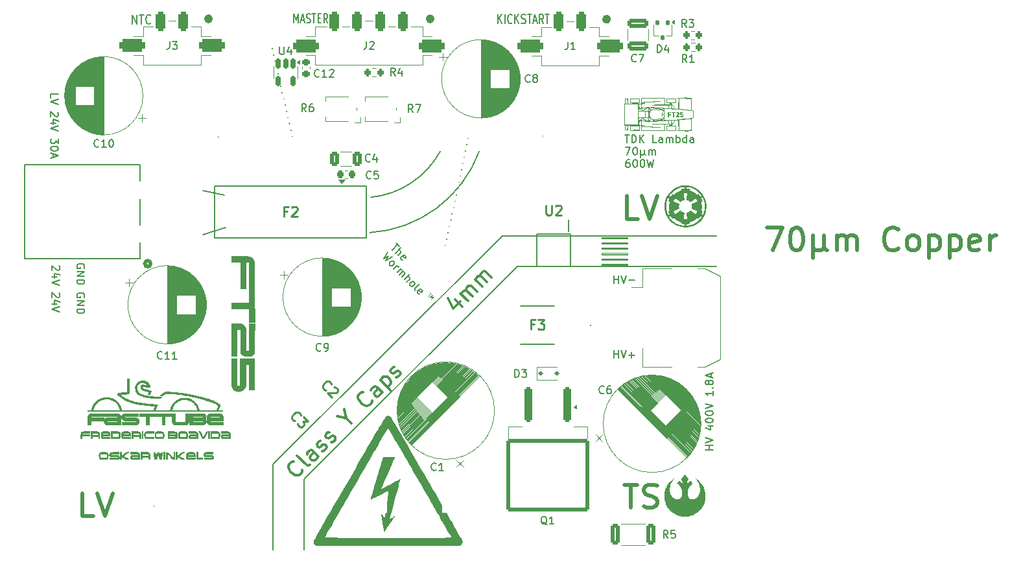
<source format=gbr>
%TF.GenerationSoftware,KiCad,Pcbnew,8.0.6*%
%TF.CreationDate,2025-02-06T23:23:13+01:00*%
%TF.ProjectId,TDK_DCDC_pcb,54444b5f-4443-4444-935f-7063622e6b69,rev?*%
%TF.SameCoordinates,Original*%
%TF.FileFunction,Legend,Top*%
%TF.FilePolarity,Positive*%
%FSLAX46Y46*%
G04 Gerber Fmt 4.6, Leading zero omitted, Abs format (unit mm)*
G04 Created by KiCad (PCBNEW 8.0.6) date 2025-02-06 23:23:13*
%MOMM*%
%LPD*%
G01*
G04 APERTURE LIST*
G04 Aperture macros list*
%AMRoundRect*
0 Rectangle with rounded corners*
0 $1 Rounding radius*
0 $2 $3 $4 $5 $6 $7 $8 $9 X,Y pos of 4 corners*
0 Add a 4 corners polygon primitive as box body*
4,1,4,$2,$3,$4,$5,$6,$7,$8,$9,$2,$3,0*
0 Add four circle primitives for the rounded corners*
1,1,$1+$1,$2,$3*
1,1,$1+$1,$4,$5*
1,1,$1+$1,$6,$7*
1,1,$1+$1,$8,$9*
0 Add four rect primitives between the rounded corners*
20,1,$1+$1,$2,$3,$4,$5,0*
20,1,$1+$1,$4,$5,$6,$7,0*
20,1,$1+$1,$6,$7,$8,$9,0*
20,1,$1+$1,$8,$9,$2,$3,0*%
%AMRotRect*
0 Rectangle, with rotation*
0 The origin of the aperture is its center*
0 $1 length*
0 $2 width*
0 $3 Rotation angle, in degrees counterclockwise*
0 Add horizontal line*
21,1,$1,$2,0,0,$3*%
G04 Aperture macros list end*
%ADD10C,0.100000*%
%ADD11C,0.200000*%
%ADD12C,0.500000*%
%ADD13C,0.150000*%
%ADD14C,0.300000*%
%ADD15C,0.254000*%
%ADD16C,0.120000*%
%ADD17C,0.000000*%
%ADD18C,0.560000*%
%ADD19C,0.010000*%
%ADD20C,0.152400*%
%ADD21C,0.508000*%
%ADD22RoundRect,0.250000X-1.100000X0.325000X-1.100000X-0.325000X1.100000X-0.325000X1.100000X0.325000X0*%
%ADD23RoundRect,0.200000X-0.200000X-0.275000X0.200000X-0.275000X0.200000X0.275000X-0.200000X0.275000X0*%
%ADD24C,1.500000*%
%ADD25RoundRect,0.412500X-1.302500X-0.412500X1.302500X-0.412500X1.302500X0.412500X-1.302500X0.412500X0*%
%ADD26RoundRect,0.317500X-0.317500X-0.952500X0.317500X-0.952500X0.317500X0.952500X-0.317500X0.952500X0*%
%ADD27R,1.200000X1.200000*%
%ADD28R,1.500000X1.600000*%
%ADD29RotRect,2.400000X2.400000X135.000000*%
%ADD30C,2.400000*%
%ADD31R,2.000000X2.000000*%
%ADD32C,2.000000*%
%ADD33C,7.400000*%
%ADD34R,4.000000X5.800000*%
%ADD35RotRect,2.400000X2.400000X45.000000*%
%ADD36RoundRect,0.250000X-0.325000X-0.650000X0.325000X-0.650000X0.325000X0.650000X-0.325000X0.650000X0*%
%ADD37RoundRect,0.225000X-0.225000X-0.250000X0.225000X-0.250000X0.225000X0.250000X-0.225000X0.250000X0*%
%ADD38RoundRect,0.112500X-0.187500X-0.112500X0.187500X-0.112500X0.187500X0.112500X-0.187500X0.112500X0*%
%ADD39RoundRect,0.112500X0.112500X0.237500X-0.112500X0.237500X-0.112500X-0.237500X0.112500X-0.237500X0*%
%ADD40C,2.540000*%
%ADD41R,2.920000X1.270000*%
%ADD42RoundRect,0.250000X0.362500X1.075000X-0.362500X1.075000X-0.362500X-1.075000X0.362500X-1.075000X0*%
%ADD43R,0.700000X1.550000*%
%ADD44RoundRect,0.250000X-5.150000X4.450000X-5.150000X-4.450000X5.150000X-4.450000X5.150000X4.450000X0*%
%ADD45RoundRect,0.275000X-0.275000X2.025000X-0.275000X-2.025000X0.275000X-2.025000X0.275000X2.025000X0*%
%ADD46RoundRect,0.225000X0.250000X-0.225000X0.250000X0.225000X-0.250000X0.225000X-0.250000X-0.225000X0*%
%ADD47R,2.400000X2.400000*%
%ADD48RoundRect,0.150000X-0.150000X0.512500X-0.150000X-0.512500X0.150000X-0.512500X0.150000X0.512500X0*%
%ADD49C,3.048000*%
%ADD50C,2.362200*%
%ADD51R,1.752600X1.752600*%
%ADD52R,2.768600X2.768600*%
G04 APERTURE END LIST*
D10*
X172900000Y-94750000D02*
X176300000Y-94750000D01*
X176300000Y-94850000D01*
X172900000Y-94850000D01*
X172900000Y-94750000D01*
D11*
X151800000Y-79984177D02*
G75*
G02*
X142717597Y-85966545I-10200000J5599977D01*
G01*
D10*
X172900000Y-91250000D02*
X176300000Y-91250000D01*
X176300000Y-91350000D01*
X172900000Y-91350000D01*
X172900000Y-91250000D01*
D11*
X134000000Y-132000000D02*
X134000000Y-122784177D01*
X130000000Y-120784177D02*
X130000000Y-132000000D01*
D10*
X172900000Y-94650000D02*
X176300000Y-94650000D01*
X176300000Y-94750000D01*
X172900000Y-94750000D01*
X172900000Y-94650000D01*
D11*
X123800000Y-89884177D02*
X120800000Y-90884177D01*
D10*
X172900000Y-93350000D02*
X176300000Y-93350000D01*
X176300000Y-93450000D01*
X172900000Y-93450000D01*
X172900000Y-93350000D01*
D11*
X159900000Y-91000000D02*
X130000000Y-120784177D01*
D10*
X172900000Y-91950000D02*
X176300000Y-91950000D01*
X176300000Y-92050000D01*
X172900000Y-92050000D01*
X172900000Y-91950000D01*
X172900000Y-93250000D02*
X176300000Y-93250000D01*
X176300000Y-93350000D01*
X172900000Y-93350000D01*
X172900000Y-93250000D01*
D11*
X152510000Y-92220000D02*
X152518230Y-92180856D01*
X152682839Y-91397974D02*
X152691070Y-91358830D01*
X152855679Y-90575948D02*
X152863909Y-90536804D01*
X153028518Y-89753922D02*
X153036749Y-89714778D01*
X153201358Y-88931897D02*
X153209588Y-88892752D01*
X153374197Y-88109871D02*
X153382428Y-88070727D01*
X153547037Y-87287845D02*
X153555267Y-87248701D01*
X153719876Y-86465819D02*
X153728107Y-86426675D01*
X153892716Y-85643793D02*
X153900946Y-85604649D01*
X154065555Y-84821767D02*
X154073786Y-84782623D01*
X154238395Y-83999741D02*
X154246625Y-83960597D01*
X154411234Y-83177716D02*
X154419465Y-83138571D01*
X154584074Y-82355690D02*
X154592304Y-82316546D01*
X154756913Y-81533664D02*
X154765144Y-81494520D01*
X154929753Y-80711638D02*
X154937983Y-80672494D01*
X155102592Y-79889612D02*
X155110823Y-79850468D01*
X155275432Y-79067586D02*
X155283662Y-79028442D01*
X155448271Y-78245560D02*
X155456502Y-78206416D01*
X123600000Y-85684177D02*
X120800000Y-85084177D01*
D10*
X172900000Y-94050000D02*
X176300000Y-94050000D01*
X176300000Y-94150000D01*
X172900000Y-94150000D01*
X172900000Y-94050000D01*
D11*
X187900000Y-91000000D02*
X159900000Y-91000000D01*
X156899999Y-79984177D02*
G75*
G02*
X142604569Y-90580516I-15299999J5700007D01*
G01*
X161900000Y-95000000D02*
X187900000Y-95000000D01*
D10*
X172900000Y-93950000D02*
X176300000Y-93950000D01*
X176300000Y-94050000D01*
X172900000Y-94050000D01*
X172900000Y-93950000D01*
X172900000Y-92650000D02*
X176300000Y-92650000D01*
X176300000Y-92750000D01*
X172900000Y-92750000D01*
X172900000Y-92650000D01*
D11*
X134000000Y-122784177D02*
X161900000Y-95000000D01*
D10*
X172900000Y-91850000D02*
X176300000Y-91850000D01*
X176300000Y-91950000D01*
X172900000Y-91950000D01*
X172900000Y-91850000D01*
D11*
X132500000Y-78000000D02*
X132491078Y-77961008D01*
X132312639Y-77181162D02*
X132303717Y-77142170D01*
X132125277Y-76362324D02*
X132116356Y-76323332D01*
X131937916Y-75543486D02*
X131928994Y-75504494D01*
X131750555Y-74724648D02*
X131741633Y-74685655D01*
X131563194Y-73905810D02*
X131554272Y-73866817D01*
X131375832Y-73086972D02*
X131366911Y-73047979D01*
X131188471Y-72268134D02*
X131179549Y-72229141D01*
X131001110Y-71449296D02*
X130992188Y-71410303D01*
X130813749Y-70630457D02*
X130804827Y-70591465D01*
X130626387Y-69811619D02*
X130617466Y-69772627D01*
X130439026Y-68992781D02*
X130430104Y-68953789D01*
X130251665Y-68173943D02*
X130242743Y-68134951D01*
X130064304Y-67355105D02*
X130055382Y-67316113D01*
X129876942Y-66536267D02*
X129868021Y-66497275D01*
D10*
X172900000Y-91150000D02*
X176300000Y-91150000D01*
X176300000Y-91250000D01*
X172900000Y-91250000D01*
X172900000Y-91150000D01*
X172900000Y-92550000D02*
X176300000Y-92550000D01*
X176300000Y-92650000D01*
X172900000Y-92650000D01*
X172900000Y-92550000D01*
D11*
X159345863Y-63262742D02*
X159345863Y-62062742D01*
X159860149Y-63262742D02*
X159474435Y-62577028D01*
X159860149Y-62062742D02*
X159345863Y-62748457D01*
X160245863Y-63262742D02*
X160245863Y-62062742D01*
X161188720Y-63148457D02*
X161145863Y-63205600D01*
X161145863Y-63205600D02*
X161017291Y-63262742D01*
X161017291Y-63262742D02*
X160931577Y-63262742D01*
X160931577Y-63262742D02*
X160803006Y-63205600D01*
X160803006Y-63205600D02*
X160717291Y-63091314D01*
X160717291Y-63091314D02*
X160674434Y-62977028D01*
X160674434Y-62977028D02*
X160631577Y-62748457D01*
X160631577Y-62748457D02*
X160631577Y-62577028D01*
X160631577Y-62577028D02*
X160674434Y-62348457D01*
X160674434Y-62348457D02*
X160717291Y-62234171D01*
X160717291Y-62234171D02*
X160803006Y-62119885D01*
X160803006Y-62119885D02*
X160931577Y-62062742D01*
X160931577Y-62062742D02*
X161017291Y-62062742D01*
X161017291Y-62062742D02*
X161145863Y-62119885D01*
X161145863Y-62119885D02*
X161188720Y-62177028D01*
X161574434Y-63262742D02*
X161574434Y-62062742D01*
X162088720Y-63262742D02*
X161703006Y-62577028D01*
X162088720Y-62062742D02*
X161574434Y-62748457D01*
X162431577Y-63205600D02*
X162560149Y-63262742D01*
X162560149Y-63262742D02*
X162774434Y-63262742D01*
X162774434Y-63262742D02*
X162860149Y-63205600D01*
X162860149Y-63205600D02*
X162903006Y-63148457D01*
X162903006Y-63148457D02*
X162945863Y-63034171D01*
X162945863Y-63034171D02*
X162945863Y-62919885D01*
X162945863Y-62919885D02*
X162903006Y-62805600D01*
X162903006Y-62805600D02*
X162860149Y-62748457D01*
X162860149Y-62748457D02*
X162774434Y-62691314D01*
X162774434Y-62691314D02*
X162603006Y-62634171D01*
X162603006Y-62634171D02*
X162517291Y-62577028D01*
X162517291Y-62577028D02*
X162474434Y-62519885D01*
X162474434Y-62519885D02*
X162431577Y-62405600D01*
X162431577Y-62405600D02*
X162431577Y-62291314D01*
X162431577Y-62291314D02*
X162474434Y-62177028D01*
X162474434Y-62177028D02*
X162517291Y-62119885D01*
X162517291Y-62119885D02*
X162603006Y-62062742D01*
X162603006Y-62062742D02*
X162817291Y-62062742D01*
X162817291Y-62062742D02*
X162945863Y-62119885D01*
X163203006Y-62062742D02*
X163717292Y-62062742D01*
X163460149Y-63262742D02*
X163460149Y-62062742D01*
X163974434Y-62919885D02*
X164403006Y-62919885D01*
X163888720Y-63262742D02*
X164188720Y-62062742D01*
X164188720Y-62062742D02*
X164488720Y-63262742D01*
X165303006Y-63262742D02*
X165003006Y-62691314D01*
X164788720Y-63262742D02*
X164788720Y-62062742D01*
X164788720Y-62062742D02*
X165131577Y-62062742D01*
X165131577Y-62062742D02*
X165217292Y-62119885D01*
X165217292Y-62119885D02*
X165260149Y-62177028D01*
X165260149Y-62177028D02*
X165303006Y-62291314D01*
X165303006Y-62291314D02*
X165303006Y-62462742D01*
X165303006Y-62462742D02*
X165260149Y-62577028D01*
X165260149Y-62577028D02*
X165217292Y-62634171D01*
X165217292Y-62634171D02*
X165131577Y-62691314D01*
X165131577Y-62691314D02*
X164788720Y-62691314D01*
X165560149Y-62062742D02*
X166074435Y-62062742D01*
X165817292Y-63262742D02*
X165817292Y-62062742D01*
D12*
X106471804Y-127606857D02*
X105043232Y-127606857D01*
X105043232Y-127606857D02*
X105043232Y-124606857D01*
X107043232Y-124606857D02*
X108043232Y-127606857D01*
X108043232Y-127606857D02*
X109043232Y-124606857D01*
D13*
X100945180Y-72941319D02*
X100945180Y-72465129D01*
X100945180Y-72465129D02*
X101945180Y-72465129D01*
X101945180Y-73131796D02*
X100945180Y-73465129D01*
X100945180Y-73465129D02*
X101945180Y-73798462D01*
X101849942Y-74846082D02*
X101897561Y-74893701D01*
X101897561Y-74893701D02*
X101945180Y-74988939D01*
X101945180Y-74988939D02*
X101945180Y-75227034D01*
X101945180Y-75227034D02*
X101897561Y-75322272D01*
X101897561Y-75322272D02*
X101849942Y-75369891D01*
X101849942Y-75369891D02*
X101754704Y-75417510D01*
X101754704Y-75417510D02*
X101659466Y-75417510D01*
X101659466Y-75417510D02*
X101516609Y-75369891D01*
X101516609Y-75369891D02*
X100945180Y-74798463D01*
X100945180Y-74798463D02*
X100945180Y-75417510D01*
X101611847Y-76274653D02*
X100945180Y-76274653D01*
X101992800Y-76036558D02*
X101278514Y-75798463D01*
X101278514Y-75798463D02*
X101278514Y-76417510D01*
X101945180Y-76655606D02*
X100945180Y-76988939D01*
X100945180Y-76988939D02*
X101945180Y-77322272D01*
X101945180Y-78322273D02*
X101945180Y-78941320D01*
X101945180Y-78941320D02*
X101564228Y-78607987D01*
X101564228Y-78607987D02*
X101564228Y-78750844D01*
X101564228Y-78750844D02*
X101516609Y-78846082D01*
X101516609Y-78846082D02*
X101468990Y-78893701D01*
X101468990Y-78893701D02*
X101373752Y-78941320D01*
X101373752Y-78941320D02*
X101135657Y-78941320D01*
X101135657Y-78941320D02*
X101040419Y-78893701D01*
X101040419Y-78893701D02*
X100992800Y-78846082D01*
X100992800Y-78846082D02*
X100945180Y-78750844D01*
X100945180Y-78750844D02*
X100945180Y-78465130D01*
X100945180Y-78465130D02*
X100992800Y-78369892D01*
X100992800Y-78369892D02*
X101040419Y-78322273D01*
X101945180Y-79560368D02*
X101945180Y-79655606D01*
X101945180Y-79655606D02*
X101897561Y-79750844D01*
X101897561Y-79750844D02*
X101849942Y-79798463D01*
X101849942Y-79798463D02*
X101754704Y-79846082D01*
X101754704Y-79846082D02*
X101564228Y-79893701D01*
X101564228Y-79893701D02*
X101326133Y-79893701D01*
X101326133Y-79893701D02*
X101135657Y-79846082D01*
X101135657Y-79846082D02*
X101040419Y-79798463D01*
X101040419Y-79798463D02*
X100992800Y-79750844D01*
X100992800Y-79750844D02*
X100945180Y-79655606D01*
X100945180Y-79655606D02*
X100945180Y-79560368D01*
X100945180Y-79560368D02*
X100992800Y-79465130D01*
X100992800Y-79465130D02*
X101040419Y-79417511D01*
X101040419Y-79417511D02*
X101135657Y-79369892D01*
X101135657Y-79369892D02*
X101326133Y-79322273D01*
X101326133Y-79322273D02*
X101564228Y-79322273D01*
X101564228Y-79322273D02*
X101754704Y-79369892D01*
X101754704Y-79369892D02*
X101849942Y-79417511D01*
X101849942Y-79417511D02*
X101897561Y-79465130D01*
X101897561Y-79465130D02*
X101945180Y-79560368D01*
X101230895Y-80274654D02*
X101230895Y-80750844D01*
X100945180Y-80179416D02*
X101945180Y-80512749D01*
X101945180Y-80512749D02*
X100945180Y-80846082D01*
D12*
X194495018Y-89919357D02*
X196495018Y-89919357D01*
X196495018Y-89919357D02*
X195209304Y-92919357D01*
X198209304Y-89919357D02*
X198495018Y-89919357D01*
X198495018Y-89919357D02*
X198780732Y-90062214D01*
X198780732Y-90062214D02*
X198923590Y-90205071D01*
X198923590Y-90205071D02*
X199066447Y-90490785D01*
X199066447Y-90490785D02*
X199209304Y-91062214D01*
X199209304Y-91062214D02*
X199209304Y-91776500D01*
X199209304Y-91776500D02*
X199066447Y-92347928D01*
X199066447Y-92347928D02*
X198923590Y-92633642D01*
X198923590Y-92633642D02*
X198780732Y-92776500D01*
X198780732Y-92776500D02*
X198495018Y-92919357D01*
X198495018Y-92919357D02*
X198209304Y-92919357D01*
X198209304Y-92919357D02*
X197923590Y-92776500D01*
X197923590Y-92776500D02*
X197780732Y-92633642D01*
X197780732Y-92633642D02*
X197637875Y-92347928D01*
X197637875Y-92347928D02*
X197495018Y-91776500D01*
X197495018Y-91776500D02*
X197495018Y-91062214D01*
X197495018Y-91062214D02*
X197637875Y-90490785D01*
X197637875Y-90490785D02*
X197780732Y-90205071D01*
X197780732Y-90205071D02*
X197923590Y-90062214D01*
X197923590Y-90062214D02*
X198209304Y-89919357D01*
X200495018Y-90919357D02*
X200495018Y-93919357D01*
X201923590Y-92490785D02*
X202066447Y-92776500D01*
X202066447Y-92776500D02*
X202352161Y-92919357D01*
X200495018Y-92490785D02*
X200637875Y-92776500D01*
X200637875Y-92776500D02*
X200923590Y-92919357D01*
X200923590Y-92919357D02*
X201495018Y-92919357D01*
X201495018Y-92919357D02*
X201780733Y-92776500D01*
X201780733Y-92776500D02*
X201923590Y-92490785D01*
X201923590Y-92490785D02*
X201923590Y-90919357D01*
X203637875Y-92919357D02*
X203637875Y-90919357D01*
X203637875Y-91205071D02*
X203780732Y-91062214D01*
X203780732Y-91062214D02*
X204066447Y-90919357D01*
X204066447Y-90919357D02*
X204495018Y-90919357D01*
X204495018Y-90919357D02*
X204780732Y-91062214D01*
X204780732Y-91062214D02*
X204923590Y-91347928D01*
X204923590Y-91347928D02*
X204923590Y-92919357D01*
X204923590Y-91347928D02*
X205066447Y-91062214D01*
X205066447Y-91062214D02*
X205352161Y-90919357D01*
X205352161Y-90919357D02*
X205780732Y-90919357D01*
X205780732Y-90919357D02*
X206066447Y-91062214D01*
X206066447Y-91062214D02*
X206209304Y-91347928D01*
X206209304Y-91347928D02*
X206209304Y-92919357D01*
X211637875Y-92633642D02*
X211495018Y-92776500D01*
X211495018Y-92776500D02*
X211066446Y-92919357D01*
X211066446Y-92919357D02*
X210780732Y-92919357D01*
X210780732Y-92919357D02*
X210352161Y-92776500D01*
X210352161Y-92776500D02*
X210066446Y-92490785D01*
X210066446Y-92490785D02*
X209923589Y-92205071D01*
X209923589Y-92205071D02*
X209780732Y-91633642D01*
X209780732Y-91633642D02*
X209780732Y-91205071D01*
X209780732Y-91205071D02*
X209923589Y-90633642D01*
X209923589Y-90633642D02*
X210066446Y-90347928D01*
X210066446Y-90347928D02*
X210352161Y-90062214D01*
X210352161Y-90062214D02*
X210780732Y-89919357D01*
X210780732Y-89919357D02*
X211066446Y-89919357D01*
X211066446Y-89919357D02*
X211495018Y-90062214D01*
X211495018Y-90062214D02*
X211637875Y-90205071D01*
X213352161Y-92919357D02*
X213066446Y-92776500D01*
X213066446Y-92776500D02*
X212923589Y-92633642D01*
X212923589Y-92633642D02*
X212780732Y-92347928D01*
X212780732Y-92347928D02*
X212780732Y-91490785D01*
X212780732Y-91490785D02*
X212923589Y-91205071D01*
X212923589Y-91205071D02*
X213066446Y-91062214D01*
X213066446Y-91062214D02*
X213352161Y-90919357D01*
X213352161Y-90919357D02*
X213780732Y-90919357D01*
X213780732Y-90919357D02*
X214066446Y-91062214D01*
X214066446Y-91062214D02*
X214209304Y-91205071D01*
X214209304Y-91205071D02*
X214352161Y-91490785D01*
X214352161Y-91490785D02*
X214352161Y-92347928D01*
X214352161Y-92347928D02*
X214209304Y-92633642D01*
X214209304Y-92633642D02*
X214066446Y-92776500D01*
X214066446Y-92776500D02*
X213780732Y-92919357D01*
X213780732Y-92919357D02*
X213352161Y-92919357D01*
X215637875Y-90919357D02*
X215637875Y-93919357D01*
X215637875Y-91062214D02*
X215923590Y-90919357D01*
X215923590Y-90919357D02*
X216495018Y-90919357D01*
X216495018Y-90919357D02*
X216780732Y-91062214D01*
X216780732Y-91062214D02*
X216923590Y-91205071D01*
X216923590Y-91205071D02*
X217066447Y-91490785D01*
X217066447Y-91490785D02*
X217066447Y-92347928D01*
X217066447Y-92347928D02*
X216923590Y-92633642D01*
X216923590Y-92633642D02*
X216780732Y-92776500D01*
X216780732Y-92776500D02*
X216495018Y-92919357D01*
X216495018Y-92919357D02*
X215923590Y-92919357D01*
X215923590Y-92919357D02*
X215637875Y-92776500D01*
X218352161Y-90919357D02*
X218352161Y-93919357D01*
X218352161Y-91062214D02*
X218637876Y-90919357D01*
X218637876Y-90919357D02*
X219209304Y-90919357D01*
X219209304Y-90919357D02*
X219495018Y-91062214D01*
X219495018Y-91062214D02*
X219637876Y-91205071D01*
X219637876Y-91205071D02*
X219780733Y-91490785D01*
X219780733Y-91490785D02*
X219780733Y-92347928D01*
X219780733Y-92347928D02*
X219637876Y-92633642D01*
X219637876Y-92633642D02*
X219495018Y-92776500D01*
X219495018Y-92776500D02*
X219209304Y-92919357D01*
X219209304Y-92919357D02*
X218637876Y-92919357D01*
X218637876Y-92919357D02*
X218352161Y-92776500D01*
X222209304Y-92776500D02*
X221923590Y-92919357D01*
X221923590Y-92919357D02*
X221352162Y-92919357D01*
X221352162Y-92919357D02*
X221066447Y-92776500D01*
X221066447Y-92776500D02*
X220923590Y-92490785D01*
X220923590Y-92490785D02*
X220923590Y-91347928D01*
X220923590Y-91347928D02*
X221066447Y-91062214D01*
X221066447Y-91062214D02*
X221352162Y-90919357D01*
X221352162Y-90919357D02*
X221923590Y-90919357D01*
X221923590Y-90919357D02*
X222209304Y-91062214D01*
X222209304Y-91062214D02*
X222352162Y-91347928D01*
X222352162Y-91347928D02*
X222352162Y-91633642D01*
X222352162Y-91633642D02*
X220923590Y-91919357D01*
X223637876Y-92919357D02*
X223637876Y-90919357D01*
X223637876Y-91490785D02*
X223780733Y-91205071D01*
X223780733Y-91205071D02*
X223923591Y-91062214D01*
X223923591Y-91062214D02*
X224209305Y-90919357D01*
X224209305Y-90919357D02*
X224495019Y-90919357D01*
D14*
X153725456Y-99320717D02*
X154668265Y-100263527D01*
X152849991Y-99118687D02*
X153523426Y-100465557D01*
X153523426Y-100465557D02*
X154398891Y-99590092D01*
X155409044Y-99522748D02*
X154466235Y-98579939D01*
X154600922Y-98714626D02*
X154600922Y-98579939D01*
X154600922Y-98579939D02*
X154668265Y-98377908D01*
X154668265Y-98377908D02*
X154870296Y-98175878D01*
X154870296Y-98175878D02*
X155072326Y-98108534D01*
X155072326Y-98108534D02*
X155274357Y-98175878D01*
X155274357Y-98175878D02*
X156015135Y-98916656D01*
X155274357Y-98175878D02*
X155207013Y-97973847D01*
X155207013Y-97973847D02*
X155274357Y-97771817D01*
X155274357Y-97771817D02*
X155476387Y-97569786D01*
X155476387Y-97569786D02*
X155678418Y-97502443D01*
X155678418Y-97502443D02*
X155880448Y-97569786D01*
X155880448Y-97569786D02*
X156621227Y-98310565D01*
X157294662Y-97637130D02*
X156351853Y-96694321D01*
X156486540Y-96829008D02*
X156486540Y-96694321D01*
X156486540Y-96694321D02*
X156553884Y-96492290D01*
X156553884Y-96492290D02*
X156755914Y-96290260D01*
X156755914Y-96290260D02*
X156957945Y-96222916D01*
X156957945Y-96222916D02*
X157159975Y-96290260D01*
X157159975Y-96290260D02*
X157900754Y-97031038D01*
X157159975Y-96290260D02*
X157092632Y-96088229D01*
X157092632Y-96088229D02*
X157159975Y-95886199D01*
X157159975Y-95886199D02*
X157362006Y-95684168D01*
X157362006Y-95684168D02*
X157564036Y-95616825D01*
X157564036Y-95616825D02*
X157766067Y-95684168D01*
X157766067Y-95684168D02*
X158506845Y-96424947D01*
D10*
X150440690Y-98409693D02*
X150642720Y-98611723D01*
X150188152Y-98864261D02*
X150541705Y-98510708D01*
X150407018Y-99083127D02*
X150760571Y-98729574D01*
X150760571Y-98729574D02*
X150625884Y-99099963D01*
X150625884Y-99099963D02*
X150996273Y-98965276D01*
X150996273Y-98965276D02*
X150642720Y-99318830D01*
D13*
X175943922Y-77809931D02*
X176515350Y-77809931D01*
X176229636Y-78809931D02*
X176229636Y-77809931D01*
X176848684Y-78809931D02*
X176848684Y-77809931D01*
X176848684Y-77809931D02*
X177086779Y-77809931D01*
X177086779Y-77809931D02*
X177229636Y-77857550D01*
X177229636Y-77857550D02*
X177324874Y-77952788D01*
X177324874Y-77952788D02*
X177372493Y-78048026D01*
X177372493Y-78048026D02*
X177420112Y-78238502D01*
X177420112Y-78238502D02*
X177420112Y-78381359D01*
X177420112Y-78381359D02*
X177372493Y-78571835D01*
X177372493Y-78571835D02*
X177324874Y-78667073D01*
X177324874Y-78667073D02*
X177229636Y-78762312D01*
X177229636Y-78762312D02*
X177086779Y-78809931D01*
X177086779Y-78809931D02*
X176848684Y-78809931D01*
X177848684Y-78809931D02*
X177848684Y-77809931D01*
X178420112Y-78809931D02*
X177991541Y-78238502D01*
X178420112Y-77809931D02*
X177848684Y-78381359D01*
X180086779Y-78809931D02*
X179610589Y-78809931D01*
X179610589Y-78809931D02*
X179610589Y-77809931D01*
X180848684Y-78809931D02*
X180848684Y-78286121D01*
X180848684Y-78286121D02*
X180801065Y-78190883D01*
X180801065Y-78190883D02*
X180705827Y-78143264D01*
X180705827Y-78143264D02*
X180515351Y-78143264D01*
X180515351Y-78143264D02*
X180420113Y-78190883D01*
X180848684Y-78762312D02*
X180753446Y-78809931D01*
X180753446Y-78809931D02*
X180515351Y-78809931D01*
X180515351Y-78809931D02*
X180420113Y-78762312D01*
X180420113Y-78762312D02*
X180372494Y-78667073D01*
X180372494Y-78667073D02*
X180372494Y-78571835D01*
X180372494Y-78571835D02*
X180420113Y-78476597D01*
X180420113Y-78476597D02*
X180515351Y-78428978D01*
X180515351Y-78428978D02*
X180753446Y-78428978D01*
X180753446Y-78428978D02*
X180848684Y-78381359D01*
X181324875Y-78809931D02*
X181324875Y-78143264D01*
X181324875Y-78238502D02*
X181372494Y-78190883D01*
X181372494Y-78190883D02*
X181467732Y-78143264D01*
X181467732Y-78143264D02*
X181610589Y-78143264D01*
X181610589Y-78143264D02*
X181705827Y-78190883D01*
X181705827Y-78190883D02*
X181753446Y-78286121D01*
X181753446Y-78286121D02*
X181753446Y-78809931D01*
X181753446Y-78286121D02*
X181801065Y-78190883D01*
X181801065Y-78190883D02*
X181896303Y-78143264D01*
X181896303Y-78143264D02*
X182039160Y-78143264D01*
X182039160Y-78143264D02*
X182134399Y-78190883D01*
X182134399Y-78190883D02*
X182182018Y-78286121D01*
X182182018Y-78286121D02*
X182182018Y-78809931D01*
X182658208Y-78809931D02*
X182658208Y-77809931D01*
X182658208Y-78190883D02*
X182753446Y-78143264D01*
X182753446Y-78143264D02*
X182943922Y-78143264D01*
X182943922Y-78143264D02*
X183039160Y-78190883D01*
X183039160Y-78190883D02*
X183086779Y-78238502D01*
X183086779Y-78238502D02*
X183134398Y-78333740D01*
X183134398Y-78333740D02*
X183134398Y-78619454D01*
X183134398Y-78619454D02*
X183086779Y-78714692D01*
X183086779Y-78714692D02*
X183039160Y-78762312D01*
X183039160Y-78762312D02*
X182943922Y-78809931D01*
X182943922Y-78809931D02*
X182753446Y-78809931D01*
X182753446Y-78809931D02*
X182658208Y-78762312D01*
X183991541Y-78809931D02*
X183991541Y-77809931D01*
X183991541Y-78762312D02*
X183896303Y-78809931D01*
X183896303Y-78809931D02*
X183705827Y-78809931D01*
X183705827Y-78809931D02*
X183610589Y-78762312D01*
X183610589Y-78762312D02*
X183562970Y-78714692D01*
X183562970Y-78714692D02*
X183515351Y-78619454D01*
X183515351Y-78619454D02*
X183515351Y-78333740D01*
X183515351Y-78333740D02*
X183562970Y-78238502D01*
X183562970Y-78238502D02*
X183610589Y-78190883D01*
X183610589Y-78190883D02*
X183705827Y-78143264D01*
X183705827Y-78143264D02*
X183896303Y-78143264D01*
X183896303Y-78143264D02*
X183991541Y-78190883D01*
X184896303Y-78809931D02*
X184896303Y-78286121D01*
X184896303Y-78286121D02*
X184848684Y-78190883D01*
X184848684Y-78190883D02*
X184753446Y-78143264D01*
X184753446Y-78143264D02*
X184562970Y-78143264D01*
X184562970Y-78143264D02*
X184467732Y-78190883D01*
X184896303Y-78762312D02*
X184801065Y-78809931D01*
X184801065Y-78809931D02*
X184562970Y-78809931D01*
X184562970Y-78809931D02*
X184467732Y-78762312D01*
X184467732Y-78762312D02*
X184420113Y-78667073D01*
X184420113Y-78667073D02*
X184420113Y-78571835D01*
X184420113Y-78571835D02*
X184467732Y-78476597D01*
X184467732Y-78476597D02*
X184562970Y-78428978D01*
X184562970Y-78428978D02*
X184801065Y-78428978D01*
X184801065Y-78428978D02*
X184896303Y-78381359D01*
X175991541Y-79419875D02*
X176658207Y-79419875D01*
X176658207Y-79419875D02*
X176229636Y-80419875D01*
X177229636Y-79419875D02*
X177324874Y-79419875D01*
X177324874Y-79419875D02*
X177420112Y-79467494D01*
X177420112Y-79467494D02*
X177467731Y-79515113D01*
X177467731Y-79515113D02*
X177515350Y-79610351D01*
X177515350Y-79610351D02*
X177562969Y-79800827D01*
X177562969Y-79800827D02*
X177562969Y-80038922D01*
X177562969Y-80038922D02*
X177515350Y-80229398D01*
X177515350Y-80229398D02*
X177467731Y-80324636D01*
X177467731Y-80324636D02*
X177420112Y-80372256D01*
X177420112Y-80372256D02*
X177324874Y-80419875D01*
X177324874Y-80419875D02*
X177229636Y-80419875D01*
X177229636Y-80419875D02*
X177134398Y-80372256D01*
X177134398Y-80372256D02*
X177086779Y-80324636D01*
X177086779Y-80324636D02*
X177039160Y-80229398D01*
X177039160Y-80229398D02*
X176991541Y-80038922D01*
X176991541Y-80038922D02*
X176991541Y-79800827D01*
X176991541Y-79800827D02*
X177039160Y-79610351D01*
X177039160Y-79610351D02*
X177086779Y-79515113D01*
X177086779Y-79515113D02*
X177134398Y-79467494D01*
X177134398Y-79467494D02*
X177229636Y-79419875D01*
X177991541Y-79753208D02*
X177991541Y-80753208D01*
X178467731Y-80277017D02*
X178515350Y-80372256D01*
X178515350Y-80372256D02*
X178610588Y-80419875D01*
X177991541Y-80277017D02*
X178039160Y-80372256D01*
X178039160Y-80372256D02*
X178134398Y-80419875D01*
X178134398Y-80419875D02*
X178324874Y-80419875D01*
X178324874Y-80419875D02*
X178420112Y-80372256D01*
X178420112Y-80372256D02*
X178467731Y-80277017D01*
X178467731Y-80277017D02*
X178467731Y-79753208D01*
X179039160Y-80419875D02*
X179039160Y-79753208D01*
X179039160Y-79848446D02*
X179086779Y-79800827D01*
X179086779Y-79800827D02*
X179182017Y-79753208D01*
X179182017Y-79753208D02*
X179324874Y-79753208D01*
X179324874Y-79753208D02*
X179420112Y-79800827D01*
X179420112Y-79800827D02*
X179467731Y-79896065D01*
X179467731Y-79896065D02*
X179467731Y-80419875D01*
X179467731Y-79896065D02*
X179515350Y-79800827D01*
X179515350Y-79800827D02*
X179610588Y-79753208D01*
X179610588Y-79753208D02*
X179753445Y-79753208D01*
X179753445Y-79753208D02*
X179848684Y-79800827D01*
X179848684Y-79800827D02*
X179896303Y-79896065D01*
X179896303Y-79896065D02*
X179896303Y-80419875D01*
X176515350Y-81029819D02*
X176324874Y-81029819D01*
X176324874Y-81029819D02*
X176229636Y-81077438D01*
X176229636Y-81077438D02*
X176182017Y-81125057D01*
X176182017Y-81125057D02*
X176086779Y-81267914D01*
X176086779Y-81267914D02*
X176039160Y-81458390D01*
X176039160Y-81458390D02*
X176039160Y-81839342D01*
X176039160Y-81839342D02*
X176086779Y-81934580D01*
X176086779Y-81934580D02*
X176134398Y-81982200D01*
X176134398Y-81982200D02*
X176229636Y-82029819D01*
X176229636Y-82029819D02*
X176420112Y-82029819D01*
X176420112Y-82029819D02*
X176515350Y-81982200D01*
X176515350Y-81982200D02*
X176562969Y-81934580D01*
X176562969Y-81934580D02*
X176610588Y-81839342D01*
X176610588Y-81839342D02*
X176610588Y-81601247D01*
X176610588Y-81601247D02*
X176562969Y-81506009D01*
X176562969Y-81506009D02*
X176515350Y-81458390D01*
X176515350Y-81458390D02*
X176420112Y-81410771D01*
X176420112Y-81410771D02*
X176229636Y-81410771D01*
X176229636Y-81410771D02*
X176134398Y-81458390D01*
X176134398Y-81458390D02*
X176086779Y-81506009D01*
X176086779Y-81506009D02*
X176039160Y-81601247D01*
X177229636Y-81029819D02*
X177324874Y-81029819D01*
X177324874Y-81029819D02*
X177420112Y-81077438D01*
X177420112Y-81077438D02*
X177467731Y-81125057D01*
X177467731Y-81125057D02*
X177515350Y-81220295D01*
X177515350Y-81220295D02*
X177562969Y-81410771D01*
X177562969Y-81410771D02*
X177562969Y-81648866D01*
X177562969Y-81648866D02*
X177515350Y-81839342D01*
X177515350Y-81839342D02*
X177467731Y-81934580D01*
X177467731Y-81934580D02*
X177420112Y-81982200D01*
X177420112Y-81982200D02*
X177324874Y-82029819D01*
X177324874Y-82029819D02*
X177229636Y-82029819D01*
X177229636Y-82029819D02*
X177134398Y-81982200D01*
X177134398Y-81982200D02*
X177086779Y-81934580D01*
X177086779Y-81934580D02*
X177039160Y-81839342D01*
X177039160Y-81839342D02*
X176991541Y-81648866D01*
X176991541Y-81648866D02*
X176991541Y-81410771D01*
X176991541Y-81410771D02*
X177039160Y-81220295D01*
X177039160Y-81220295D02*
X177086779Y-81125057D01*
X177086779Y-81125057D02*
X177134398Y-81077438D01*
X177134398Y-81077438D02*
X177229636Y-81029819D01*
X178182017Y-81029819D02*
X178277255Y-81029819D01*
X178277255Y-81029819D02*
X178372493Y-81077438D01*
X178372493Y-81077438D02*
X178420112Y-81125057D01*
X178420112Y-81125057D02*
X178467731Y-81220295D01*
X178467731Y-81220295D02*
X178515350Y-81410771D01*
X178515350Y-81410771D02*
X178515350Y-81648866D01*
X178515350Y-81648866D02*
X178467731Y-81839342D01*
X178467731Y-81839342D02*
X178420112Y-81934580D01*
X178420112Y-81934580D02*
X178372493Y-81982200D01*
X178372493Y-81982200D02*
X178277255Y-82029819D01*
X178277255Y-82029819D02*
X178182017Y-82029819D01*
X178182017Y-82029819D02*
X178086779Y-81982200D01*
X178086779Y-81982200D02*
X178039160Y-81934580D01*
X178039160Y-81934580D02*
X177991541Y-81839342D01*
X177991541Y-81839342D02*
X177943922Y-81648866D01*
X177943922Y-81648866D02*
X177943922Y-81410771D01*
X177943922Y-81410771D02*
X177991541Y-81220295D01*
X177991541Y-81220295D02*
X178039160Y-81125057D01*
X178039160Y-81125057D02*
X178086779Y-81077438D01*
X178086779Y-81077438D02*
X178182017Y-81029819D01*
X178848684Y-81029819D02*
X179086779Y-82029819D01*
X179086779Y-82029819D02*
X179277255Y-81315533D01*
X179277255Y-81315533D02*
X179467731Y-82029819D01*
X179467731Y-82029819D02*
X179705827Y-81029819D01*
D12*
X175844661Y-123486857D02*
X177558947Y-123486857D01*
X176701804Y-126486857D02*
X176701804Y-123486857D01*
X178416089Y-126344000D02*
X178844661Y-126486857D01*
X178844661Y-126486857D02*
X179558946Y-126486857D01*
X179558946Y-126486857D02*
X179844661Y-126344000D01*
X179844661Y-126344000D02*
X179987518Y-126201142D01*
X179987518Y-126201142D02*
X180130375Y-125915428D01*
X180130375Y-125915428D02*
X180130375Y-125629714D01*
X180130375Y-125629714D02*
X179987518Y-125344000D01*
X179987518Y-125344000D02*
X179844661Y-125201142D01*
X179844661Y-125201142D02*
X179558946Y-125058285D01*
X179558946Y-125058285D02*
X178987518Y-124915428D01*
X178987518Y-124915428D02*
X178701803Y-124772571D01*
X178701803Y-124772571D02*
X178558946Y-124629714D01*
X178558946Y-124629714D02*
X178416089Y-124344000D01*
X178416089Y-124344000D02*
X178416089Y-124058285D01*
X178416089Y-124058285D02*
X178558946Y-123772571D01*
X178558946Y-123772571D02*
X178701803Y-123629714D01*
X178701803Y-123629714D02*
X178987518Y-123486857D01*
X178987518Y-123486857D02*
X179701803Y-123486857D01*
X179701803Y-123486857D02*
X180130375Y-123629714D01*
D13*
X174526667Y-97194819D02*
X174526667Y-96194819D01*
X174526667Y-96671009D02*
X175098095Y-96671009D01*
X175098095Y-97194819D02*
X175098095Y-96194819D01*
X175431429Y-96194819D02*
X175764762Y-97194819D01*
X175764762Y-97194819D02*
X176098095Y-96194819D01*
X176431429Y-96813866D02*
X177193334Y-96813866D01*
X187454819Y-118952380D02*
X186454819Y-118952380D01*
X186931009Y-118952380D02*
X186931009Y-118380952D01*
X187454819Y-118380952D02*
X186454819Y-118380952D01*
X186454819Y-118047618D02*
X187454819Y-117714285D01*
X187454819Y-117714285D02*
X186454819Y-117380952D01*
X186788152Y-115857142D02*
X187454819Y-115857142D01*
X186407200Y-116095237D02*
X187121485Y-116333332D01*
X187121485Y-116333332D02*
X187121485Y-115714285D01*
X186454819Y-115142856D02*
X186454819Y-115047618D01*
X186454819Y-115047618D02*
X186502438Y-114952380D01*
X186502438Y-114952380D02*
X186550057Y-114904761D01*
X186550057Y-114904761D02*
X186645295Y-114857142D01*
X186645295Y-114857142D02*
X186835771Y-114809523D01*
X186835771Y-114809523D02*
X187073866Y-114809523D01*
X187073866Y-114809523D02*
X187264342Y-114857142D01*
X187264342Y-114857142D02*
X187359580Y-114904761D01*
X187359580Y-114904761D02*
X187407200Y-114952380D01*
X187407200Y-114952380D02*
X187454819Y-115047618D01*
X187454819Y-115047618D02*
X187454819Y-115142856D01*
X187454819Y-115142856D02*
X187407200Y-115238094D01*
X187407200Y-115238094D02*
X187359580Y-115285713D01*
X187359580Y-115285713D02*
X187264342Y-115333332D01*
X187264342Y-115333332D02*
X187073866Y-115380951D01*
X187073866Y-115380951D02*
X186835771Y-115380951D01*
X186835771Y-115380951D02*
X186645295Y-115333332D01*
X186645295Y-115333332D02*
X186550057Y-115285713D01*
X186550057Y-115285713D02*
X186502438Y-115238094D01*
X186502438Y-115238094D02*
X186454819Y-115142856D01*
X186454819Y-114190475D02*
X186454819Y-114095237D01*
X186454819Y-114095237D02*
X186502438Y-113999999D01*
X186502438Y-113999999D02*
X186550057Y-113952380D01*
X186550057Y-113952380D02*
X186645295Y-113904761D01*
X186645295Y-113904761D02*
X186835771Y-113857142D01*
X186835771Y-113857142D02*
X187073866Y-113857142D01*
X187073866Y-113857142D02*
X187264342Y-113904761D01*
X187264342Y-113904761D02*
X187359580Y-113952380D01*
X187359580Y-113952380D02*
X187407200Y-113999999D01*
X187407200Y-113999999D02*
X187454819Y-114095237D01*
X187454819Y-114095237D02*
X187454819Y-114190475D01*
X187454819Y-114190475D02*
X187407200Y-114285713D01*
X187407200Y-114285713D02*
X187359580Y-114333332D01*
X187359580Y-114333332D02*
X187264342Y-114380951D01*
X187264342Y-114380951D02*
X187073866Y-114428570D01*
X187073866Y-114428570D02*
X186835771Y-114428570D01*
X186835771Y-114428570D02*
X186645295Y-114380951D01*
X186645295Y-114380951D02*
X186550057Y-114333332D01*
X186550057Y-114333332D02*
X186502438Y-114285713D01*
X186502438Y-114285713D02*
X186454819Y-114190475D01*
X186454819Y-113571427D02*
X187454819Y-113238094D01*
X187454819Y-113238094D02*
X186454819Y-112904761D01*
X187454819Y-111285713D02*
X187454819Y-111857141D01*
X187454819Y-111571427D02*
X186454819Y-111571427D01*
X186454819Y-111571427D02*
X186597676Y-111666665D01*
X186597676Y-111666665D02*
X186692914Y-111761903D01*
X186692914Y-111761903D02*
X186740533Y-111857141D01*
X187359580Y-110857141D02*
X187407200Y-110809522D01*
X187407200Y-110809522D02*
X187454819Y-110857141D01*
X187454819Y-110857141D02*
X187407200Y-110904760D01*
X187407200Y-110904760D02*
X187359580Y-110857141D01*
X187359580Y-110857141D02*
X187454819Y-110857141D01*
X186883390Y-110238094D02*
X186835771Y-110333332D01*
X186835771Y-110333332D02*
X186788152Y-110380951D01*
X186788152Y-110380951D02*
X186692914Y-110428570D01*
X186692914Y-110428570D02*
X186645295Y-110428570D01*
X186645295Y-110428570D02*
X186550057Y-110380951D01*
X186550057Y-110380951D02*
X186502438Y-110333332D01*
X186502438Y-110333332D02*
X186454819Y-110238094D01*
X186454819Y-110238094D02*
X186454819Y-110047618D01*
X186454819Y-110047618D02*
X186502438Y-109952380D01*
X186502438Y-109952380D02*
X186550057Y-109904761D01*
X186550057Y-109904761D02*
X186645295Y-109857142D01*
X186645295Y-109857142D02*
X186692914Y-109857142D01*
X186692914Y-109857142D02*
X186788152Y-109904761D01*
X186788152Y-109904761D02*
X186835771Y-109952380D01*
X186835771Y-109952380D02*
X186883390Y-110047618D01*
X186883390Y-110047618D02*
X186883390Y-110238094D01*
X186883390Y-110238094D02*
X186931009Y-110333332D01*
X186931009Y-110333332D02*
X186978628Y-110380951D01*
X186978628Y-110380951D02*
X187073866Y-110428570D01*
X187073866Y-110428570D02*
X187264342Y-110428570D01*
X187264342Y-110428570D02*
X187359580Y-110380951D01*
X187359580Y-110380951D02*
X187407200Y-110333332D01*
X187407200Y-110333332D02*
X187454819Y-110238094D01*
X187454819Y-110238094D02*
X187454819Y-110047618D01*
X187454819Y-110047618D02*
X187407200Y-109952380D01*
X187407200Y-109952380D02*
X187359580Y-109904761D01*
X187359580Y-109904761D02*
X187264342Y-109857142D01*
X187264342Y-109857142D02*
X187073866Y-109857142D01*
X187073866Y-109857142D02*
X186978628Y-109904761D01*
X186978628Y-109904761D02*
X186931009Y-109952380D01*
X186931009Y-109952380D02*
X186883390Y-110047618D01*
X187169104Y-109476189D02*
X187169104Y-108999999D01*
X187454819Y-109571427D02*
X186454819Y-109238094D01*
X186454819Y-109238094D02*
X187454819Y-108904761D01*
D12*
X177601804Y-88786857D02*
X176173232Y-88786857D01*
X176173232Y-88786857D02*
X176173232Y-85786857D01*
X178173232Y-85786857D02*
X179173232Y-88786857D01*
X179173232Y-88786857D02*
X180173232Y-85786857D01*
D13*
X105307505Y-95217510D02*
X105355124Y-95122272D01*
X105355124Y-95122272D02*
X105355124Y-94979415D01*
X105355124Y-94979415D02*
X105307505Y-94836558D01*
X105307505Y-94836558D02*
X105212267Y-94741320D01*
X105212267Y-94741320D02*
X105117029Y-94693701D01*
X105117029Y-94693701D02*
X104926553Y-94646082D01*
X104926553Y-94646082D02*
X104783696Y-94646082D01*
X104783696Y-94646082D02*
X104593220Y-94693701D01*
X104593220Y-94693701D02*
X104497982Y-94741320D01*
X104497982Y-94741320D02*
X104402744Y-94836558D01*
X104402744Y-94836558D02*
X104355124Y-94979415D01*
X104355124Y-94979415D02*
X104355124Y-95074653D01*
X104355124Y-95074653D02*
X104402744Y-95217510D01*
X104402744Y-95217510D02*
X104450363Y-95265129D01*
X104450363Y-95265129D02*
X104783696Y-95265129D01*
X104783696Y-95265129D02*
X104783696Y-95074653D01*
X104355124Y-95693701D02*
X105355124Y-95693701D01*
X105355124Y-95693701D02*
X104355124Y-96265129D01*
X104355124Y-96265129D02*
X105355124Y-96265129D01*
X104355124Y-96741320D02*
X105355124Y-96741320D01*
X105355124Y-96741320D02*
X105355124Y-96979415D01*
X105355124Y-96979415D02*
X105307505Y-97122272D01*
X105307505Y-97122272D02*
X105212267Y-97217510D01*
X105212267Y-97217510D02*
X105117029Y-97265129D01*
X105117029Y-97265129D02*
X104926553Y-97312748D01*
X104926553Y-97312748D02*
X104783696Y-97312748D01*
X104783696Y-97312748D02*
X104593220Y-97265129D01*
X104593220Y-97265129D02*
X104497982Y-97217510D01*
X104497982Y-97217510D02*
X104402744Y-97122272D01*
X104402744Y-97122272D02*
X104355124Y-96979415D01*
X104355124Y-96979415D02*
X104355124Y-96741320D01*
X105307505Y-99027034D02*
X105355124Y-98931796D01*
X105355124Y-98931796D02*
X105355124Y-98788939D01*
X105355124Y-98788939D02*
X105307505Y-98646082D01*
X105307505Y-98646082D02*
X105212267Y-98550844D01*
X105212267Y-98550844D02*
X105117029Y-98503225D01*
X105117029Y-98503225D02*
X104926553Y-98455606D01*
X104926553Y-98455606D02*
X104783696Y-98455606D01*
X104783696Y-98455606D02*
X104593220Y-98503225D01*
X104593220Y-98503225D02*
X104497982Y-98550844D01*
X104497982Y-98550844D02*
X104402744Y-98646082D01*
X104402744Y-98646082D02*
X104355124Y-98788939D01*
X104355124Y-98788939D02*
X104355124Y-98884177D01*
X104355124Y-98884177D02*
X104402744Y-99027034D01*
X104402744Y-99027034D02*
X104450363Y-99074653D01*
X104450363Y-99074653D02*
X104783696Y-99074653D01*
X104783696Y-99074653D02*
X104783696Y-98884177D01*
X104355124Y-99503225D02*
X105355124Y-99503225D01*
X105355124Y-99503225D02*
X104355124Y-100074653D01*
X104355124Y-100074653D02*
X105355124Y-100074653D01*
X104355124Y-100550844D02*
X105355124Y-100550844D01*
X105355124Y-100550844D02*
X105355124Y-100788939D01*
X105355124Y-100788939D02*
X105307505Y-100931796D01*
X105307505Y-100931796D02*
X105212267Y-101027034D01*
X105212267Y-101027034D02*
X105117029Y-101074653D01*
X105117029Y-101074653D02*
X104926553Y-101122272D01*
X104926553Y-101122272D02*
X104783696Y-101122272D01*
X104783696Y-101122272D02*
X104593220Y-101074653D01*
X104593220Y-101074653D02*
X104497982Y-101027034D01*
X104497982Y-101027034D02*
X104402744Y-100931796D01*
X104402744Y-100931796D02*
X104355124Y-100788939D01*
X104355124Y-100788939D02*
X104355124Y-100550844D01*
X102039998Y-94931796D02*
X102087617Y-94979415D01*
X102087617Y-94979415D02*
X102135236Y-95074653D01*
X102135236Y-95074653D02*
X102135236Y-95312748D01*
X102135236Y-95312748D02*
X102087617Y-95407986D01*
X102087617Y-95407986D02*
X102039998Y-95455605D01*
X102039998Y-95455605D02*
X101944760Y-95503224D01*
X101944760Y-95503224D02*
X101849522Y-95503224D01*
X101849522Y-95503224D02*
X101706665Y-95455605D01*
X101706665Y-95455605D02*
X101135236Y-94884177D01*
X101135236Y-94884177D02*
X101135236Y-95503224D01*
X101801903Y-96360367D02*
X101135236Y-96360367D01*
X102182856Y-96122272D02*
X101468570Y-95884177D01*
X101468570Y-95884177D02*
X101468570Y-96503224D01*
X102135236Y-96741320D02*
X101135236Y-97074653D01*
X101135236Y-97074653D02*
X102135236Y-97407986D01*
X102039998Y-98455606D02*
X102087617Y-98503225D01*
X102087617Y-98503225D02*
X102135236Y-98598463D01*
X102135236Y-98598463D02*
X102135236Y-98836558D01*
X102135236Y-98836558D02*
X102087617Y-98931796D01*
X102087617Y-98931796D02*
X102039998Y-98979415D01*
X102039998Y-98979415D02*
X101944760Y-99027034D01*
X101944760Y-99027034D02*
X101849522Y-99027034D01*
X101849522Y-99027034D02*
X101706665Y-98979415D01*
X101706665Y-98979415D02*
X101135236Y-98407987D01*
X101135236Y-98407987D02*
X101135236Y-99027034D01*
X101801903Y-99884177D02*
X101135236Y-99884177D01*
X102182856Y-99646082D02*
X101468570Y-99407987D01*
X101468570Y-99407987D02*
X101468570Y-100027034D01*
X102135236Y-100265130D02*
X101135236Y-100598463D01*
X101135236Y-100598463D02*
X102135236Y-100931796D01*
X146044684Y-91939563D02*
X146448745Y-92343624D01*
X145539607Y-92848700D02*
X146246714Y-92141593D01*
X145977340Y-93286433D02*
X146684447Y-92579326D01*
X146280386Y-93589479D02*
X146650775Y-93219089D01*
X146650775Y-93219089D02*
X146684447Y-93118074D01*
X146684447Y-93118074D02*
X146650775Y-93017059D01*
X146650775Y-93017059D02*
X146549760Y-92916043D01*
X146549760Y-92916043D02*
X146448745Y-92882372D01*
X146448745Y-92882372D02*
X146381401Y-92882372D01*
X146920150Y-94161898D02*
X146819134Y-94128227D01*
X146819134Y-94128227D02*
X146684447Y-93993540D01*
X146684447Y-93993540D02*
X146650776Y-93892524D01*
X146650776Y-93892524D02*
X146684447Y-93791509D01*
X146684447Y-93791509D02*
X146953821Y-93522135D01*
X146953821Y-93522135D02*
X147054837Y-93488463D01*
X147054837Y-93488463D02*
X147155852Y-93522135D01*
X147155852Y-93522135D02*
X147290539Y-93656822D01*
X147290539Y-93656822D02*
X147324211Y-93757837D01*
X147324211Y-93757837D02*
X147290539Y-93858853D01*
X147290539Y-93858853D02*
X147223195Y-93926196D01*
X147223195Y-93926196D02*
X146819134Y-93656822D01*
X144939953Y-93111636D02*
X144401205Y-93987102D01*
X144401205Y-93987102D02*
X145040969Y-93616713D01*
X145040969Y-93616713D02*
X144670579Y-94256476D01*
X144670579Y-94256476D02*
X145546045Y-93717728D01*
X145209327Y-94795224D02*
X145175656Y-94694208D01*
X145175656Y-94694208D02*
X145175656Y-94626865D01*
X145175656Y-94626865D02*
X145209327Y-94525850D01*
X145209327Y-94525850D02*
X145411358Y-94323819D01*
X145411358Y-94323819D02*
X145512373Y-94290147D01*
X145512373Y-94290147D02*
X145579717Y-94290147D01*
X145579717Y-94290147D02*
X145680732Y-94323819D01*
X145680732Y-94323819D02*
X145781747Y-94424834D01*
X145781747Y-94424834D02*
X145815419Y-94525850D01*
X145815419Y-94525850D02*
X145815419Y-94593193D01*
X145815419Y-94593193D02*
X145781747Y-94694208D01*
X145781747Y-94694208D02*
X145579717Y-94896239D01*
X145579717Y-94896239D02*
X145478701Y-94929911D01*
X145478701Y-94929911D02*
X145411358Y-94929911D01*
X145411358Y-94929911D02*
X145310343Y-94896239D01*
X145310343Y-94896239D02*
X145209327Y-94795224D01*
X145748075Y-95333972D02*
X146219480Y-94862567D01*
X146084793Y-94997254D02*
X146185808Y-94963583D01*
X146185808Y-94963583D02*
X146253152Y-94963583D01*
X146253152Y-94963583D02*
X146354167Y-94997254D01*
X146354167Y-94997254D02*
X146421511Y-95064598D01*
X146185809Y-95771705D02*
X146657213Y-95300300D01*
X146589870Y-95367644D02*
X146657213Y-95367644D01*
X146657213Y-95367644D02*
X146758228Y-95401316D01*
X146758228Y-95401316D02*
X146859244Y-95502331D01*
X146859244Y-95502331D02*
X146892915Y-95603346D01*
X146892915Y-95603346D02*
X146859244Y-95704361D01*
X146859244Y-95704361D02*
X146488854Y-96074751D01*
X146859244Y-95704361D02*
X146960259Y-95670690D01*
X146960259Y-95670690D02*
X147061274Y-95704361D01*
X147061274Y-95704361D02*
X147162289Y-95805377D01*
X147162289Y-95805377D02*
X147195961Y-95906392D01*
X147195961Y-95906392D02*
X147162289Y-96007407D01*
X147162289Y-96007407D02*
X146791900Y-96377796D01*
X147128617Y-96714514D02*
X147835724Y-96007407D01*
X147431663Y-97017559D02*
X147802052Y-96647170D01*
X147802052Y-96647170D02*
X147835724Y-96546155D01*
X147835724Y-96546155D02*
X147802052Y-96445140D01*
X147802052Y-96445140D02*
X147701037Y-96344124D01*
X147701037Y-96344124D02*
X147600022Y-96310453D01*
X147600022Y-96310453D02*
X147532678Y-96310453D01*
X147869396Y-97455292D02*
X147835724Y-97354277D01*
X147835724Y-97354277D02*
X147835724Y-97286934D01*
X147835724Y-97286934D02*
X147869396Y-97185918D01*
X147869396Y-97185918D02*
X148071426Y-96983888D01*
X148071426Y-96983888D02*
X148172442Y-96950216D01*
X148172442Y-96950216D02*
X148239785Y-96950216D01*
X148239785Y-96950216D02*
X148340800Y-96983888D01*
X148340800Y-96983888D02*
X148441816Y-97084903D01*
X148441816Y-97084903D02*
X148475487Y-97185918D01*
X148475487Y-97185918D02*
X148475487Y-97253262D01*
X148475487Y-97253262D02*
X148441816Y-97354277D01*
X148441816Y-97354277D02*
X148239785Y-97556308D01*
X148239785Y-97556308D02*
X148138770Y-97589979D01*
X148138770Y-97589979D02*
X148071426Y-97589979D01*
X148071426Y-97589979D02*
X147970411Y-97556308D01*
X147970411Y-97556308D02*
X147869396Y-97455292D01*
X148509159Y-98095056D02*
X148475488Y-97994040D01*
X148475488Y-97994040D02*
X148509159Y-97893025D01*
X148509159Y-97893025D02*
X149115251Y-97286934D01*
X149081579Y-98600132D02*
X148980564Y-98566460D01*
X148980564Y-98566460D02*
X148845877Y-98431773D01*
X148845877Y-98431773D02*
X148812205Y-98330758D01*
X148812205Y-98330758D02*
X148845877Y-98229743D01*
X148845877Y-98229743D02*
X149115251Y-97960369D01*
X149115251Y-97960369D02*
X149216266Y-97926697D01*
X149216266Y-97926697D02*
X149317282Y-97960369D01*
X149317282Y-97960369D02*
X149451969Y-98095056D01*
X149451969Y-98095056D02*
X149485640Y-98196071D01*
X149485640Y-98196071D02*
X149451969Y-98297086D01*
X149451969Y-98297086D02*
X149384625Y-98364430D01*
X149384625Y-98364430D02*
X148980564Y-98095056D01*
D14*
X133813109Y-121616809D02*
X133813109Y-121751496D01*
X133813109Y-121751496D02*
X133678422Y-122020870D01*
X133678422Y-122020870D02*
X133543735Y-122155557D01*
X133543735Y-122155557D02*
X133274361Y-122290244D01*
X133274361Y-122290244D02*
X133004987Y-122290244D01*
X133004987Y-122290244D02*
X132802956Y-122222901D01*
X132802956Y-122222901D02*
X132466239Y-122020870D01*
X132466239Y-122020870D02*
X132264208Y-121818840D01*
X132264208Y-121818840D02*
X132062178Y-121482122D01*
X132062178Y-121482122D02*
X131994834Y-121280092D01*
X131994834Y-121280092D02*
X131994834Y-121010717D01*
X131994834Y-121010717D02*
X132129521Y-120741343D01*
X132129521Y-120741343D02*
X132264208Y-120606656D01*
X132264208Y-120606656D02*
X132533582Y-120471969D01*
X132533582Y-120471969D02*
X132668269Y-120471969D01*
X134755918Y-120943374D02*
X134553887Y-121010717D01*
X134553887Y-121010717D02*
X134351857Y-120943374D01*
X134351857Y-120943374D02*
X133139674Y-119731191D01*
X135900757Y-119798534D02*
X135159979Y-119057756D01*
X135159979Y-119057756D02*
X134957948Y-118990412D01*
X134957948Y-118990412D02*
X134755918Y-119057756D01*
X134755918Y-119057756D02*
X134486544Y-119327130D01*
X134486544Y-119327130D02*
X134419200Y-119529160D01*
X135833414Y-119731191D02*
X135766070Y-119933221D01*
X135766070Y-119933221D02*
X135429353Y-120269939D01*
X135429353Y-120269939D02*
X135227322Y-120337283D01*
X135227322Y-120337283D02*
X135025292Y-120269939D01*
X135025292Y-120269939D02*
X134890605Y-120135252D01*
X134890605Y-120135252D02*
X134823261Y-119933221D01*
X134823261Y-119933221D02*
X134890605Y-119731191D01*
X134890605Y-119731191D02*
X135227322Y-119394473D01*
X135227322Y-119394473D02*
X135294666Y-119192443D01*
X136439505Y-119125099D02*
X136641536Y-119057756D01*
X136641536Y-119057756D02*
X136910910Y-118788382D01*
X136910910Y-118788382D02*
X136978253Y-118586351D01*
X136978253Y-118586351D02*
X136910910Y-118384321D01*
X136910910Y-118384321D02*
X136843566Y-118316977D01*
X136843566Y-118316977D02*
X136641536Y-118249634D01*
X136641536Y-118249634D02*
X136439505Y-118316977D01*
X136439505Y-118316977D02*
X136237475Y-118519008D01*
X136237475Y-118519008D02*
X136035444Y-118586351D01*
X136035444Y-118586351D02*
X135833414Y-118519008D01*
X135833414Y-118519008D02*
X135766070Y-118451664D01*
X135766070Y-118451664D02*
X135698727Y-118249634D01*
X135698727Y-118249634D02*
X135766070Y-118047603D01*
X135766070Y-118047603D02*
X135968101Y-117845573D01*
X135968101Y-117845573D02*
X136170131Y-117778229D01*
X137584345Y-117980259D02*
X137786376Y-117912916D01*
X137786376Y-117912916D02*
X138055750Y-117643542D01*
X138055750Y-117643542D02*
X138123093Y-117441511D01*
X138123093Y-117441511D02*
X138055750Y-117239481D01*
X138055750Y-117239481D02*
X137988406Y-117172137D01*
X137988406Y-117172137D02*
X137786376Y-117104794D01*
X137786376Y-117104794D02*
X137584345Y-117172137D01*
X137584345Y-117172137D02*
X137382315Y-117374168D01*
X137382315Y-117374168D02*
X137180284Y-117441511D01*
X137180284Y-117441511D02*
X136978254Y-117374168D01*
X136978254Y-117374168D02*
X136910910Y-117306824D01*
X136910910Y-117306824D02*
X136843567Y-117104794D01*
X136843567Y-117104794D02*
X136910910Y-116902763D01*
X136910910Y-116902763D02*
X137112941Y-116700733D01*
X137112941Y-116700733D02*
X137314971Y-116633389D01*
X139537307Y-114815114D02*
X140210742Y-115488549D01*
X138325124Y-114545740D02*
X139537307Y-114815114D01*
X139537307Y-114815114D02*
X139267933Y-113602931D01*
X142904483Y-112525435D02*
X142904483Y-112660122D01*
X142904483Y-112660122D02*
X142769796Y-112929496D01*
X142769796Y-112929496D02*
X142635109Y-113064183D01*
X142635109Y-113064183D02*
X142365735Y-113198870D01*
X142365735Y-113198870D02*
X142096361Y-113198870D01*
X142096361Y-113198870D02*
X141894330Y-113131526D01*
X141894330Y-113131526D02*
X141557613Y-112929496D01*
X141557613Y-112929496D02*
X141355582Y-112727465D01*
X141355582Y-112727465D02*
X141153552Y-112390748D01*
X141153552Y-112390748D02*
X141086208Y-112188717D01*
X141086208Y-112188717D02*
X141086208Y-111919343D01*
X141086208Y-111919343D02*
X141220895Y-111649969D01*
X141220895Y-111649969D02*
X141355582Y-111515282D01*
X141355582Y-111515282D02*
X141624956Y-111380595D01*
X141624956Y-111380595D02*
X141759643Y-111380595D01*
X144251353Y-111447939D02*
X143510575Y-110707160D01*
X143510575Y-110707160D02*
X143308544Y-110639817D01*
X143308544Y-110639817D02*
X143106514Y-110707160D01*
X143106514Y-110707160D02*
X142837140Y-110976534D01*
X142837140Y-110976534D02*
X142769796Y-111178565D01*
X144184010Y-111380595D02*
X144116666Y-111582626D01*
X144116666Y-111582626D02*
X143779949Y-111919343D01*
X143779949Y-111919343D02*
X143577918Y-111986687D01*
X143577918Y-111986687D02*
X143375888Y-111919343D01*
X143375888Y-111919343D02*
X143241201Y-111784656D01*
X143241201Y-111784656D02*
X143173857Y-111582626D01*
X143173857Y-111582626D02*
X143241201Y-111380595D01*
X143241201Y-111380595D02*
X143577918Y-111043878D01*
X143577918Y-111043878D02*
X143645262Y-110841847D01*
X143981979Y-109831694D02*
X145396193Y-111245908D01*
X144049323Y-109899038D02*
X144116666Y-109697007D01*
X144116666Y-109697007D02*
X144386040Y-109427633D01*
X144386040Y-109427633D02*
X144588071Y-109360290D01*
X144588071Y-109360290D02*
X144722758Y-109360290D01*
X144722758Y-109360290D02*
X144924788Y-109427633D01*
X144924788Y-109427633D02*
X145328849Y-109831694D01*
X145328849Y-109831694D02*
X145396193Y-110033725D01*
X145396193Y-110033725D02*
X145396193Y-110168412D01*
X145396193Y-110168412D02*
X145328849Y-110370442D01*
X145328849Y-110370442D02*
X145059475Y-110639816D01*
X145059475Y-110639816D02*
X144857445Y-110707160D01*
X146069628Y-109494977D02*
X146271658Y-109427633D01*
X146271658Y-109427633D02*
X146541032Y-109158259D01*
X146541032Y-109158259D02*
X146608376Y-108956229D01*
X146608376Y-108956229D02*
X146541032Y-108754198D01*
X146541032Y-108754198D02*
X146473689Y-108686855D01*
X146473689Y-108686855D02*
X146271658Y-108619511D01*
X146271658Y-108619511D02*
X146069628Y-108686855D01*
X146069628Y-108686855D02*
X145867597Y-108888885D01*
X145867597Y-108888885D02*
X145665567Y-108956229D01*
X145665567Y-108956229D02*
X145463536Y-108888885D01*
X145463536Y-108888885D02*
X145396193Y-108821542D01*
X145396193Y-108821542D02*
X145328849Y-108619511D01*
X145328849Y-108619511D02*
X145396193Y-108417481D01*
X145396193Y-108417481D02*
X145598223Y-108215450D01*
X145598223Y-108215450D02*
X145800254Y-108148107D01*
D11*
X132693958Y-63192742D02*
X132693958Y-61992742D01*
X132693958Y-61992742D02*
X132977292Y-62849885D01*
X132977292Y-62849885D02*
X133260625Y-61992742D01*
X133260625Y-61992742D02*
X133260625Y-63192742D01*
X133624911Y-62849885D02*
X134029673Y-62849885D01*
X133543959Y-63192742D02*
X133827292Y-61992742D01*
X133827292Y-61992742D02*
X134110626Y-63192742D01*
X134353482Y-63135600D02*
X134474911Y-63192742D01*
X134474911Y-63192742D02*
X134677292Y-63192742D01*
X134677292Y-63192742D02*
X134758244Y-63135600D01*
X134758244Y-63135600D02*
X134798720Y-63078457D01*
X134798720Y-63078457D02*
X134839197Y-62964171D01*
X134839197Y-62964171D02*
X134839197Y-62849885D01*
X134839197Y-62849885D02*
X134798720Y-62735600D01*
X134798720Y-62735600D02*
X134758244Y-62678457D01*
X134758244Y-62678457D02*
X134677292Y-62621314D01*
X134677292Y-62621314D02*
X134515387Y-62564171D01*
X134515387Y-62564171D02*
X134434435Y-62507028D01*
X134434435Y-62507028D02*
X134393958Y-62449885D01*
X134393958Y-62449885D02*
X134353482Y-62335600D01*
X134353482Y-62335600D02*
X134353482Y-62221314D01*
X134353482Y-62221314D02*
X134393958Y-62107028D01*
X134393958Y-62107028D02*
X134434435Y-62049885D01*
X134434435Y-62049885D02*
X134515387Y-61992742D01*
X134515387Y-61992742D02*
X134717768Y-61992742D01*
X134717768Y-61992742D02*
X134839197Y-62049885D01*
X135082054Y-61992742D02*
X135567768Y-61992742D01*
X135324911Y-63192742D02*
X135324911Y-61992742D01*
X135851101Y-62564171D02*
X136134435Y-62564171D01*
X136255863Y-63192742D02*
X135851101Y-63192742D01*
X135851101Y-63192742D02*
X135851101Y-61992742D01*
X135851101Y-61992742D02*
X136255863Y-61992742D01*
X137105864Y-63192742D02*
X136822530Y-62621314D01*
X136620149Y-63192742D02*
X136620149Y-61992742D01*
X136620149Y-61992742D02*
X136943959Y-61992742D01*
X136943959Y-61992742D02*
X137024911Y-62049885D01*
X137024911Y-62049885D02*
X137065388Y-62107028D01*
X137065388Y-62107028D02*
X137105864Y-62221314D01*
X137105864Y-62221314D02*
X137105864Y-62392742D01*
X137105864Y-62392742D02*
X137065388Y-62507028D01*
X137065388Y-62507028D02*
X137024911Y-62564171D01*
X137024911Y-62564171D02*
X136943959Y-62621314D01*
X136943959Y-62621314D02*
X136620149Y-62621314D01*
D13*
X174516667Y-106944819D02*
X174516667Y-105944819D01*
X174516667Y-106421009D02*
X175088095Y-106421009D01*
X175088095Y-106944819D02*
X175088095Y-105944819D01*
X175421429Y-105944819D02*
X175754762Y-106944819D01*
X175754762Y-106944819D02*
X176088095Y-105944819D01*
X176421429Y-106563866D02*
X177183334Y-106563866D01*
X176802381Y-106944819D02*
X176802381Y-106182914D01*
D11*
X111609673Y-63302742D02*
X111609673Y-62102742D01*
X111609673Y-62102742D02*
X112181101Y-63302742D01*
X112181101Y-63302742D02*
X112181101Y-62102742D01*
X112514435Y-62102742D02*
X113085863Y-62102742D01*
X112800149Y-63302742D02*
X112800149Y-62102742D01*
X113990625Y-63188457D02*
X113943006Y-63245600D01*
X113943006Y-63245600D02*
X113800149Y-63302742D01*
X113800149Y-63302742D02*
X113704911Y-63302742D01*
X113704911Y-63302742D02*
X113562054Y-63245600D01*
X113562054Y-63245600D02*
X113466816Y-63131314D01*
X113466816Y-63131314D02*
X113419197Y-63017028D01*
X113419197Y-63017028D02*
X113371578Y-62788457D01*
X113371578Y-62788457D02*
X113371578Y-62617028D01*
X113371578Y-62617028D02*
X113419197Y-62388457D01*
X113419197Y-62388457D02*
X113466816Y-62274171D01*
X113466816Y-62274171D02*
X113562054Y-62159885D01*
X113562054Y-62159885D02*
X113704911Y-62102742D01*
X113704911Y-62102742D02*
X113800149Y-62102742D01*
X113800149Y-62102742D02*
X113943006Y-62159885D01*
X113943006Y-62159885D02*
X113990625Y-62217028D01*
D13*
X177433333Y-68180581D02*
X177385714Y-68228201D01*
X177385714Y-68228201D02*
X177242857Y-68275820D01*
X177242857Y-68275820D02*
X177147619Y-68275820D01*
X177147619Y-68275820D02*
X177004762Y-68228201D01*
X177004762Y-68228201D02*
X176909524Y-68132962D01*
X176909524Y-68132962D02*
X176861905Y-68037724D01*
X176861905Y-68037724D02*
X176814286Y-67847248D01*
X176814286Y-67847248D02*
X176814286Y-67704391D01*
X176814286Y-67704391D02*
X176861905Y-67513915D01*
X176861905Y-67513915D02*
X176909524Y-67418677D01*
X176909524Y-67418677D02*
X177004762Y-67323439D01*
X177004762Y-67323439D02*
X177147619Y-67275820D01*
X177147619Y-67275820D02*
X177242857Y-67275820D01*
X177242857Y-67275820D02*
X177385714Y-67323439D01*
X177385714Y-67323439D02*
X177433333Y-67371058D01*
X177766667Y-67275820D02*
X178433333Y-67275820D01*
X178433333Y-67275820D02*
X178004762Y-68275820D01*
X183953333Y-63744819D02*
X183620000Y-63268628D01*
X183381905Y-63744819D02*
X183381905Y-62744819D01*
X183381905Y-62744819D02*
X183762857Y-62744819D01*
X183762857Y-62744819D02*
X183858095Y-62792438D01*
X183858095Y-62792438D02*
X183905714Y-62840057D01*
X183905714Y-62840057D02*
X183953333Y-62935295D01*
X183953333Y-62935295D02*
X183953333Y-63078152D01*
X183953333Y-63078152D02*
X183905714Y-63173390D01*
X183905714Y-63173390D02*
X183858095Y-63221009D01*
X183858095Y-63221009D02*
X183762857Y-63268628D01*
X183762857Y-63268628D02*
X183381905Y-63268628D01*
X184286667Y-62744819D02*
X184905714Y-62744819D01*
X184905714Y-62744819D02*
X184572381Y-63125771D01*
X184572381Y-63125771D02*
X184715238Y-63125771D01*
X184715238Y-63125771D02*
X184810476Y-63173390D01*
X184810476Y-63173390D02*
X184858095Y-63221009D01*
X184858095Y-63221009D02*
X184905714Y-63316247D01*
X184905714Y-63316247D02*
X184905714Y-63554342D01*
X184905714Y-63554342D02*
X184858095Y-63649580D01*
X184858095Y-63649580D02*
X184810476Y-63697200D01*
X184810476Y-63697200D02*
X184715238Y-63744819D01*
X184715238Y-63744819D02*
X184429524Y-63744819D01*
X184429524Y-63744819D02*
X184334286Y-63697200D01*
X184334286Y-63697200D02*
X184286667Y-63649580D01*
D15*
X132855807Y-115167726D02*
X132770281Y-115167726D01*
X132770281Y-115167726D02*
X132599229Y-115082199D01*
X132599229Y-115082199D02*
X132513702Y-114996673D01*
X132513702Y-114996673D02*
X132428176Y-114825621D01*
X132428176Y-114825621D02*
X132428176Y-114654568D01*
X132428176Y-114654568D02*
X132470939Y-114526279D01*
X132470939Y-114526279D02*
X132599229Y-114312463D01*
X132599229Y-114312463D02*
X132727518Y-114184174D01*
X132727518Y-114184174D02*
X132941334Y-114055884D01*
X132941334Y-114055884D02*
X133069623Y-114013121D01*
X133069623Y-114013121D02*
X133240676Y-114013121D01*
X133240676Y-114013121D02*
X133411728Y-114098647D01*
X133411728Y-114098647D02*
X133497254Y-114184174D01*
X133497254Y-114184174D02*
X133582781Y-114355226D01*
X133582781Y-114355226D02*
X133582781Y-114440752D01*
X133967649Y-114654568D02*
X134523569Y-115210489D01*
X134523569Y-115210489D02*
X133882122Y-115253252D01*
X133882122Y-115253252D02*
X134010412Y-115381541D01*
X134010412Y-115381541D02*
X134053175Y-115509831D01*
X134053175Y-115509831D02*
X134053175Y-115595357D01*
X134053175Y-115595357D02*
X134010412Y-115723646D01*
X134010412Y-115723646D02*
X133796596Y-115937462D01*
X133796596Y-115937462D02*
X133668307Y-115980225D01*
X133668307Y-115980225D02*
X133582781Y-115980225D01*
X133582781Y-115980225D02*
X133454491Y-115937462D01*
X133454491Y-115937462D02*
X133197912Y-115680883D01*
X133197912Y-115680883D02*
X133155149Y-115552594D01*
X133155149Y-115552594D02*
X133155149Y-115467067D01*
D13*
X168449666Y-65664819D02*
X168449666Y-66379104D01*
X168449666Y-66379104D02*
X168402047Y-66521961D01*
X168402047Y-66521961D02*
X168306809Y-66617200D01*
X168306809Y-66617200D02*
X168163952Y-66664819D01*
X168163952Y-66664819D02*
X168068714Y-66664819D01*
X169449666Y-66664819D02*
X168878238Y-66664819D01*
X169163952Y-66664819D02*
X169163952Y-65664819D01*
X169163952Y-65664819D02*
X169068714Y-65807676D01*
X169068714Y-65807676D02*
X168973476Y-65902914D01*
X168973476Y-65902914D02*
X168878238Y-65950533D01*
X148253333Y-74862319D02*
X147920000Y-74386128D01*
X147681905Y-74862319D02*
X147681905Y-73862319D01*
X147681905Y-73862319D02*
X148062857Y-73862319D01*
X148062857Y-73862319D02*
X148158095Y-73909938D01*
X148158095Y-73909938D02*
X148205714Y-73957557D01*
X148205714Y-73957557D02*
X148253333Y-74052795D01*
X148253333Y-74052795D02*
X148253333Y-74195652D01*
X148253333Y-74195652D02*
X148205714Y-74290890D01*
X148205714Y-74290890D02*
X148158095Y-74338509D01*
X148158095Y-74338509D02*
X148062857Y-74386128D01*
X148062857Y-74386128D02*
X147681905Y-74386128D01*
X148586667Y-73862319D02*
X149253333Y-73862319D01*
X149253333Y-73862319D02*
X148824762Y-74862319D01*
X151273334Y-121564580D02*
X151225715Y-121612200D01*
X151225715Y-121612200D02*
X151082858Y-121659819D01*
X151082858Y-121659819D02*
X150987620Y-121659819D01*
X150987620Y-121659819D02*
X150844763Y-121612200D01*
X150844763Y-121612200D02*
X150749525Y-121516961D01*
X150749525Y-121516961D02*
X150701906Y-121421723D01*
X150701906Y-121421723D02*
X150654287Y-121231247D01*
X150654287Y-121231247D02*
X150654287Y-121088390D01*
X150654287Y-121088390D02*
X150701906Y-120897914D01*
X150701906Y-120897914D02*
X150749525Y-120802676D01*
X150749525Y-120802676D02*
X150844763Y-120707438D01*
X150844763Y-120707438D02*
X150987620Y-120659819D01*
X150987620Y-120659819D02*
X151082858Y-120659819D01*
X151082858Y-120659819D02*
X151225715Y-120707438D01*
X151225715Y-120707438D02*
X151273334Y-120755057D01*
X152225715Y-121659819D02*
X151654287Y-121659819D01*
X151940001Y-121659819D02*
X151940001Y-120659819D01*
X151940001Y-120659819D02*
X151844763Y-120802676D01*
X151844763Y-120802676D02*
X151749525Y-120897914D01*
X151749525Y-120897914D02*
X151654287Y-120945533D01*
X107224820Y-79309579D02*
X107177201Y-79357199D01*
X107177201Y-79357199D02*
X107034344Y-79404818D01*
X107034344Y-79404818D02*
X106939106Y-79404818D01*
X106939106Y-79404818D02*
X106796249Y-79357199D01*
X106796249Y-79357199D02*
X106701011Y-79261960D01*
X106701011Y-79261960D02*
X106653392Y-79166722D01*
X106653392Y-79166722D02*
X106605773Y-78976246D01*
X106605773Y-78976246D02*
X106605773Y-78833389D01*
X106605773Y-78833389D02*
X106653392Y-78642913D01*
X106653392Y-78642913D02*
X106701011Y-78547675D01*
X106701011Y-78547675D02*
X106796249Y-78452437D01*
X106796249Y-78452437D02*
X106939106Y-78404818D01*
X106939106Y-78404818D02*
X107034344Y-78404818D01*
X107034344Y-78404818D02*
X107177201Y-78452437D01*
X107177201Y-78452437D02*
X107224820Y-78500056D01*
X108177201Y-79404818D02*
X107605773Y-79404818D01*
X107891487Y-79404818D02*
X107891487Y-78404818D01*
X107891487Y-78404818D02*
X107796249Y-78547675D01*
X107796249Y-78547675D02*
X107701011Y-78642913D01*
X107701011Y-78642913D02*
X107605773Y-78690532D01*
X108796249Y-78404818D02*
X108891487Y-78404818D01*
X108891487Y-78404818D02*
X108986725Y-78452437D01*
X108986725Y-78452437D02*
X109034344Y-78500056D01*
X109034344Y-78500056D02*
X109081963Y-78595294D01*
X109081963Y-78595294D02*
X109129582Y-78785770D01*
X109129582Y-78785770D02*
X109129582Y-79023865D01*
X109129582Y-79023865D02*
X109081963Y-79214341D01*
X109081963Y-79214341D02*
X109034344Y-79309579D01*
X109034344Y-79309579D02*
X108986725Y-79357199D01*
X108986725Y-79357199D02*
X108891487Y-79404818D01*
X108891487Y-79404818D02*
X108796249Y-79404818D01*
X108796249Y-79404818D02*
X108701011Y-79357199D01*
X108701011Y-79357199D02*
X108653392Y-79309579D01*
X108653392Y-79309579D02*
X108605773Y-79214341D01*
X108605773Y-79214341D02*
X108558154Y-79023865D01*
X108558154Y-79023865D02*
X108558154Y-78785770D01*
X108558154Y-78785770D02*
X108605773Y-78595294D01*
X108605773Y-78595294D02*
X108653392Y-78500056D01*
X108653392Y-78500056D02*
X108701011Y-78452437D01*
X108701011Y-78452437D02*
X108796249Y-78404818D01*
D15*
X117622380Y-77334318D02*
X117622380Y-78362413D01*
X117622380Y-78362413D02*
X117682857Y-78483365D01*
X117682857Y-78483365D02*
X117743333Y-78543842D01*
X117743333Y-78543842D02*
X117864285Y-78604318D01*
X117864285Y-78604318D02*
X118106190Y-78604318D01*
X118106190Y-78604318D02*
X118227142Y-78543842D01*
X118227142Y-78543842D02*
X118287619Y-78483365D01*
X118287619Y-78483365D02*
X118348095Y-78362413D01*
X118348095Y-78362413D02*
X118348095Y-77334318D01*
X119497142Y-77334318D02*
X119255237Y-77334318D01*
X119255237Y-77334318D02*
X119134285Y-77394794D01*
X119134285Y-77394794D02*
X119073809Y-77455270D01*
X119073809Y-77455270D02*
X118952856Y-77636699D01*
X118952856Y-77636699D02*
X118892380Y-77878603D01*
X118892380Y-77878603D02*
X118892380Y-78362413D01*
X118892380Y-78362413D02*
X118952856Y-78483365D01*
X118952856Y-78483365D02*
X119013333Y-78543842D01*
X119013333Y-78543842D02*
X119134285Y-78604318D01*
X119134285Y-78604318D02*
X119376190Y-78604318D01*
X119376190Y-78604318D02*
X119497142Y-78543842D01*
X119497142Y-78543842D02*
X119557618Y-78483365D01*
X119557618Y-78483365D02*
X119618095Y-78362413D01*
X119618095Y-78362413D02*
X119618095Y-78060032D01*
X119618095Y-78060032D02*
X119557618Y-77939080D01*
X119557618Y-77939080D02*
X119497142Y-77878603D01*
X119497142Y-77878603D02*
X119376190Y-77818127D01*
X119376190Y-77818127D02*
X119134285Y-77818127D01*
X119134285Y-77818127D02*
X119013333Y-77878603D01*
X119013333Y-77878603D02*
X118952856Y-77939080D01*
X118952856Y-77939080D02*
X118892380Y-78060032D01*
X164051667Y-102568257D02*
X163628333Y-102568257D01*
X163628333Y-103233495D02*
X163628333Y-101963495D01*
X163628333Y-101963495D02*
X164233095Y-101963495D01*
X164595952Y-101963495D02*
X165382143Y-101963495D01*
X165382143Y-101963495D02*
X164958809Y-102447304D01*
X164958809Y-102447304D02*
X165140238Y-102447304D01*
X165140238Y-102447304D02*
X165261190Y-102507780D01*
X165261190Y-102507780D02*
X165321666Y-102568257D01*
X165321666Y-102568257D02*
X165382143Y-102689209D01*
X165382143Y-102689209D02*
X165382143Y-102991590D01*
X165382143Y-102991590D02*
X165321666Y-103112542D01*
X165321666Y-103112542D02*
X165261190Y-103173019D01*
X165261190Y-103173019D02*
X165140238Y-103233495D01*
X165140238Y-103233495D02*
X164777381Y-103233495D01*
X164777381Y-103233495D02*
X164656428Y-103173019D01*
X164656428Y-103173019D02*
X164595952Y-103112542D01*
D13*
X173195833Y-111507080D02*
X173148214Y-111554700D01*
X173148214Y-111554700D02*
X173005357Y-111602319D01*
X173005357Y-111602319D02*
X172910119Y-111602319D01*
X172910119Y-111602319D02*
X172767262Y-111554700D01*
X172767262Y-111554700D02*
X172672024Y-111459461D01*
X172672024Y-111459461D02*
X172624405Y-111364223D01*
X172624405Y-111364223D02*
X172576786Y-111173747D01*
X172576786Y-111173747D02*
X172576786Y-111030890D01*
X172576786Y-111030890D02*
X172624405Y-110840414D01*
X172624405Y-110840414D02*
X172672024Y-110745176D01*
X172672024Y-110745176D02*
X172767262Y-110649938D01*
X172767262Y-110649938D02*
X172910119Y-110602319D01*
X172910119Y-110602319D02*
X173005357Y-110602319D01*
X173005357Y-110602319D02*
X173148214Y-110649938D01*
X173148214Y-110649938D02*
X173195833Y-110697557D01*
X174052976Y-110602319D02*
X173862500Y-110602319D01*
X173862500Y-110602319D02*
X173767262Y-110649938D01*
X173767262Y-110649938D02*
X173719643Y-110697557D01*
X173719643Y-110697557D02*
X173624405Y-110840414D01*
X173624405Y-110840414D02*
X173576786Y-111030890D01*
X173576786Y-111030890D02*
X173576786Y-111411842D01*
X173576786Y-111411842D02*
X173624405Y-111507080D01*
X173624405Y-111507080D02*
X173672024Y-111554700D01*
X173672024Y-111554700D02*
X173767262Y-111602319D01*
X173767262Y-111602319D02*
X173957738Y-111602319D01*
X173957738Y-111602319D02*
X174052976Y-111554700D01*
X174052976Y-111554700D02*
X174100595Y-111507080D01*
X174100595Y-111507080D02*
X174148214Y-111411842D01*
X174148214Y-111411842D02*
X174148214Y-111173747D01*
X174148214Y-111173747D02*
X174100595Y-111078509D01*
X174100595Y-111078509D02*
X174052976Y-111030890D01*
X174052976Y-111030890D02*
X173957738Y-110983271D01*
X173957738Y-110983271D02*
X173767262Y-110983271D01*
X173767262Y-110983271D02*
X173672024Y-111030890D01*
X173672024Y-111030890D02*
X173624405Y-111078509D01*
X173624405Y-111078509D02*
X173576786Y-111173747D01*
X142658333Y-81231257D02*
X142610714Y-81278877D01*
X142610714Y-81278877D02*
X142467857Y-81326496D01*
X142467857Y-81326496D02*
X142372619Y-81326496D01*
X142372619Y-81326496D02*
X142229762Y-81278877D01*
X142229762Y-81278877D02*
X142134524Y-81183638D01*
X142134524Y-81183638D02*
X142086905Y-81088400D01*
X142086905Y-81088400D02*
X142039286Y-80897924D01*
X142039286Y-80897924D02*
X142039286Y-80755067D01*
X142039286Y-80755067D02*
X142086905Y-80564591D01*
X142086905Y-80564591D02*
X142134524Y-80469353D01*
X142134524Y-80469353D02*
X142229762Y-80374115D01*
X142229762Y-80374115D02*
X142372619Y-80326496D01*
X142372619Y-80326496D02*
X142467857Y-80326496D01*
X142467857Y-80326496D02*
X142610714Y-80374115D01*
X142610714Y-80374115D02*
X142658333Y-80421734D01*
X143515476Y-80659829D02*
X143515476Y-81326496D01*
X143277381Y-80278877D02*
X143039286Y-80993162D01*
X143039286Y-80993162D02*
X143658333Y-80993162D01*
D15*
X136895807Y-111133782D02*
X136810281Y-111133782D01*
X136810281Y-111133782D02*
X136639229Y-111048255D01*
X136639229Y-111048255D02*
X136553702Y-110962729D01*
X136553702Y-110962729D02*
X136468176Y-110791677D01*
X136468176Y-110791677D02*
X136468176Y-110620624D01*
X136468176Y-110620624D02*
X136510939Y-110492335D01*
X136510939Y-110492335D02*
X136639229Y-110278519D01*
X136639229Y-110278519D02*
X136767518Y-110150230D01*
X136767518Y-110150230D02*
X136981334Y-110021940D01*
X136981334Y-110021940D02*
X137109623Y-109979177D01*
X137109623Y-109979177D02*
X137280676Y-109979177D01*
X137280676Y-109979177D02*
X137451728Y-110064703D01*
X137451728Y-110064703D02*
X137537254Y-110150230D01*
X137537254Y-110150230D02*
X137622781Y-110321282D01*
X137622781Y-110321282D02*
X137622781Y-110406808D01*
X137964886Y-110748913D02*
X138050412Y-110748913D01*
X138050412Y-110748913D02*
X138178701Y-110791677D01*
X138178701Y-110791677D02*
X138392517Y-111005492D01*
X138392517Y-111005492D02*
X138435280Y-111133782D01*
X138435280Y-111133782D02*
X138435280Y-111219308D01*
X138435280Y-111219308D02*
X138392517Y-111347597D01*
X138392517Y-111347597D02*
X138306991Y-111433123D01*
X138306991Y-111433123D02*
X138135938Y-111518650D01*
X138135938Y-111518650D02*
X137109623Y-111518650D01*
X137109623Y-111518650D02*
X137665544Y-112074570D01*
D13*
X142783333Y-83443757D02*
X142735714Y-83491377D01*
X142735714Y-83491377D02*
X142592857Y-83538996D01*
X142592857Y-83538996D02*
X142497619Y-83538996D01*
X142497619Y-83538996D02*
X142354762Y-83491377D01*
X142354762Y-83491377D02*
X142259524Y-83396138D01*
X142259524Y-83396138D02*
X142211905Y-83300900D01*
X142211905Y-83300900D02*
X142164286Y-83110424D01*
X142164286Y-83110424D02*
X142164286Y-82967567D01*
X142164286Y-82967567D02*
X142211905Y-82777091D01*
X142211905Y-82777091D02*
X142259524Y-82681853D01*
X142259524Y-82681853D02*
X142354762Y-82586615D01*
X142354762Y-82586615D02*
X142497619Y-82538996D01*
X142497619Y-82538996D02*
X142592857Y-82538996D01*
X142592857Y-82538996D02*
X142735714Y-82586615D01*
X142735714Y-82586615D02*
X142783333Y-82634234D01*
X143688095Y-82538996D02*
X143211905Y-82538996D01*
X143211905Y-82538996D02*
X143164286Y-83015186D01*
X143164286Y-83015186D02*
X143211905Y-82967567D01*
X143211905Y-82967567D02*
X143307143Y-82919948D01*
X143307143Y-82919948D02*
X143545238Y-82919948D01*
X143545238Y-82919948D02*
X143640476Y-82967567D01*
X143640476Y-82967567D02*
X143688095Y-83015186D01*
X143688095Y-83015186D02*
X143735714Y-83110424D01*
X143735714Y-83110424D02*
X143735714Y-83348519D01*
X143735714Y-83348519D02*
X143688095Y-83443757D01*
X143688095Y-83443757D02*
X143640476Y-83491377D01*
X143640476Y-83491377D02*
X143545238Y-83538996D01*
X143545238Y-83538996D02*
X143307143Y-83538996D01*
X143307143Y-83538996D02*
X143211905Y-83491377D01*
X143211905Y-83491377D02*
X143164286Y-83443757D01*
X161561905Y-109454819D02*
X161561905Y-108454819D01*
X161561905Y-108454819D02*
X161800000Y-108454819D01*
X161800000Y-108454819D02*
X161942857Y-108502438D01*
X161942857Y-108502438D02*
X162038095Y-108597676D01*
X162038095Y-108597676D02*
X162085714Y-108692914D01*
X162085714Y-108692914D02*
X162133333Y-108883390D01*
X162133333Y-108883390D02*
X162133333Y-109026247D01*
X162133333Y-109026247D02*
X162085714Y-109216723D01*
X162085714Y-109216723D02*
X162038095Y-109311961D01*
X162038095Y-109311961D02*
X161942857Y-109407200D01*
X161942857Y-109407200D02*
X161800000Y-109454819D01*
X161800000Y-109454819D02*
X161561905Y-109454819D01*
X162466667Y-108454819D02*
X163085714Y-108454819D01*
X163085714Y-108454819D02*
X162752381Y-108835771D01*
X162752381Y-108835771D02*
X162895238Y-108835771D01*
X162895238Y-108835771D02*
X162990476Y-108883390D01*
X162990476Y-108883390D02*
X163038095Y-108931009D01*
X163038095Y-108931009D02*
X163085714Y-109026247D01*
X163085714Y-109026247D02*
X163085714Y-109264342D01*
X163085714Y-109264342D02*
X163038095Y-109359580D01*
X163038095Y-109359580D02*
X162990476Y-109407200D01*
X162990476Y-109407200D02*
X162895238Y-109454819D01*
X162895238Y-109454819D02*
X162609524Y-109454819D01*
X162609524Y-109454819D02*
X162514286Y-109407200D01*
X162514286Y-109407200D02*
X162466667Y-109359580D01*
X145925833Y-70102319D02*
X145592500Y-69626128D01*
X145354405Y-70102319D02*
X145354405Y-69102319D01*
X145354405Y-69102319D02*
X145735357Y-69102319D01*
X145735357Y-69102319D02*
X145830595Y-69149938D01*
X145830595Y-69149938D02*
X145878214Y-69197557D01*
X145878214Y-69197557D02*
X145925833Y-69292795D01*
X145925833Y-69292795D02*
X145925833Y-69435652D01*
X145925833Y-69435652D02*
X145878214Y-69530890D01*
X145878214Y-69530890D02*
X145830595Y-69578509D01*
X145830595Y-69578509D02*
X145735357Y-69626128D01*
X145735357Y-69626128D02*
X145354405Y-69626128D01*
X146782976Y-69435652D02*
X146782976Y-70102319D01*
X146544881Y-69054700D02*
X146306786Y-69768985D01*
X146306786Y-69768985D02*
X146925833Y-69768985D01*
X116466666Y-65614819D02*
X116466666Y-66329104D01*
X116466666Y-66329104D02*
X116419047Y-66471961D01*
X116419047Y-66471961D02*
X116323809Y-66567200D01*
X116323809Y-66567200D02*
X116180952Y-66614819D01*
X116180952Y-66614819D02*
X116085714Y-66614819D01*
X116847619Y-65614819D02*
X117466666Y-65614819D01*
X117466666Y-65614819D02*
X117133333Y-65995771D01*
X117133333Y-65995771D02*
X117276190Y-65995771D01*
X117276190Y-65995771D02*
X117371428Y-66043390D01*
X117371428Y-66043390D02*
X117419047Y-66091009D01*
X117419047Y-66091009D02*
X117466666Y-66186247D01*
X117466666Y-66186247D02*
X117466666Y-66424342D01*
X117466666Y-66424342D02*
X117419047Y-66519580D01*
X117419047Y-66519580D02*
X117371428Y-66567200D01*
X117371428Y-66567200D02*
X117276190Y-66614819D01*
X117276190Y-66614819D02*
X116990476Y-66614819D01*
X116990476Y-66614819D02*
X116895238Y-66567200D01*
X116895238Y-66567200D02*
X116847619Y-66519580D01*
X180161905Y-67054819D02*
X180161905Y-66054819D01*
X180161905Y-66054819D02*
X180400000Y-66054819D01*
X180400000Y-66054819D02*
X180542857Y-66102438D01*
X180542857Y-66102438D02*
X180638095Y-66197676D01*
X180638095Y-66197676D02*
X180685714Y-66292914D01*
X180685714Y-66292914D02*
X180733333Y-66483390D01*
X180733333Y-66483390D02*
X180733333Y-66626247D01*
X180733333Y-66626247D02*
X180685714Y-66816723D01*
X180685714Y-66816723D02*
X180638095Y-66911961D01*
X180638095Y-66911961D02*
X180542857Y-67007200D01*
X180542857Y-67007200D02*
X180400000Y-67054819D01*
X180400000Y-67054819D02*
X180161905Y-67054819D01*
X181590476Y-66388152D02*
X181590476Y-67054819D01*
X181352381Y-66007200D02*
X181114286Y-66721485D01*
X181114286Y-66721485D02*
X181733333Y-66721485D01*
D15*
X117622380Y-125634318D02*
X117622380Y-126662413D01*
X117622380Y-126662413D02*
X117682857Y-126783365D01*
X117682857Y-126783365D02*
X117743333Y-126843842D01*
X117743333Y-126843842D02*
X117864285Y-126904318D01*
X117864285Y-126904318D02*
X118106190Y-126904318D01*
X118106190Y-126904318D02*
X118227142Y-126843842D01*
X118227142Y-126843842D02*
X118287619Y-126783365D01*
X118287619Y-126783365D02*
X118348095Y-126662413D01*
X118348095Y-126662413D02*
X118348095Y-125634318D01*
X118831904Y-125634318D02*
X119678571Y-125634318D01*
X119678571Y-125634318D02*
X119134285Y-126904318D01*
D13*
X136233333Y-105949580D02*
X136185714Y-105997200D01*
X136185714Y-105997200D02*
X136042857Y-106044819D01*
X136042857Y-106044819D02*
X135947619Y-106044819D01*
X135947619Y-106044819D02*
X135804762Y-105997200D01*
X135804762Y-105997200D02*
X135709524Y-105901961D01*
X135709524Y-105901961D02*
X135661905Y-105806723D01*
X135661905Y-105806723D02*
X135614286Y-105616247D01*
X135614286Y-105616247D02*
X135614286Y-105473390D01*
X135614286Y-105473390D02*
X135661905Y-105282914D01*
X135661905Y-105282914D02*
X135709524Y-105187676D01*
X135709524Y-105187676D02*
X135804762Y-105092438D01*
X135804762Y-105092438D02*
X135947619Y-105044819D01*
X135947619Y-105044819D02*
X136042857Y-105044819D01*
X136042857Y-105044819D02*
X136185714Y-105092438D01*
X136185714Y-105092438D02*
X136233333Y-105140057D01*
X136709524Y-106044819D02*
X136900000Y-106044819D01*
X136900000Y-106044819D02*
X136995238Y-105997200D01*
X136995238Y-105997200D02*
X137042857Y-105949580D01*
X137042857Y-105949580D02*
X137138095Y-105806723D01*
X137138095Y-105806723D02*
X137185714Y-105616247D01*
X137185714Y-105616247D02*
X137185714Y-105235295D01*
X137185714Y-105235295D02*
X137138095Y-105140057D01*
X137138095Y-105140057D02*
X137090476Y-105092438D01*
X137090476Y-105092438D02*
X136995238Y-105044819D01*
X136995238Y-105044819D02*
X136804762Y-105044819D01*
X136804762Y-105044819D02*
X136709524Y-105092438D01*
X136709524Y-105092438D02*
X136661905Y-105140057D01*
X136661905Y-105140057D02*
X136614286Y-105235295D01*
X136614286Y-105235295D02*
X136614286Y-105473390D01*
X136614286Y-105473390D02*
X136661905Y-105568628D01*
X136661905Y-105568628D02*
X136709524Y-105616247D01*
X136709524Y-105616247D02*
X136804762Y-105663866D01*
X136804762Y-105663866D02*
X136995238Y-105663866D01*
X136995238Y-105663866D02*
X137090476Y-105616247D01*
X137090476Y-105616247D02*
X137138095Y-105568628D01*
X137138095Y-105568628D02*
X137185714Y-105473390D01*
X181555832Y-130464819D02*
X181222499Y-129988628D01*
X180984404Y-130464819D02*
X180984404Y-129464819D01*
X180984404Y-129464819D02*
X181365356Y-129464819D01*
X181365356Y-129464819D02*
X181460594Y-129512438D01*
X181460594Y-129512438D02*
X181508213Y-129560057D01*
X181508213Y-129560057D02*
X181555832Y-129655295D01*
X181555832Y-129655295D02*
X181555832Y-129798152D01*
X181555832Y-129798152D02*
X181508213Y-129893390D01*
X181508213Y-129893390D02*
X181460594Y-129941009D01*
X181460594Y-129941009D02*
X181365356Y-129988628D01*
X181365356Y-129988628D02*
X180984404Y-129988628D01*
X182460594Y-129464819D02*
X181984404Y-129464819D01*
X181984404Y-129464819D02*
X181936785Y-129941009D01*
X181936785Y-129941009D02*
X181984404Y-129893390D01*
X181984404Y-129893390D02*
X182079642Y-129845771D01*
X182079642Y-129845771D02*
X182317737Y-129845771D01*
X182317737Y-129845771D02*
X182412975Y-129893390D01*
X182412975Y-129893390D02*
X182460594Y-129941009D01*
X182460594Y-129941009D02*
X182508213Y-130036247D01*
X182508213Y-130036247D02*
X182508213Y-130274342D01*
X182508213Y-130274342D02*
X182460594Y-130369580D01*
X182460594Y-130369580D02*
X182412975Y-130417200D01*
X182412975Y-130417200D02*
X182317737Y-130464819D01*
X182317737Y-130464819D02*
X182079642Y-130464819D01*
X182079642Y-130464819D02*
X181984404Y-130417200D01*
X181984404Y-130417200D02*
X181936785Y-130369580D01*
X115497142Y-107009580D02*
X115449523Y-107057200D01*
X115449523Y-107057200D02*
X115306666Y-107104819D01*
X115306666Y-107104819D02*
X115211428Y-107104819D01*
X115211428Y-107104819D02*
X115068571Y-107057200D01*
X115068571Y-107057200D02*
X114973333Y-106961961D01*
X114973333Y-106961961D02*
X114925714Y-106866723D01*
X114925714Y-106866723D02*
X114878095Y-106676247D01*
X114878095Y-106676247D02*
X114878095Y-106533390D01*
X114878095Y-106533390D02*
X114925714Y-106342914D01*
X114925714Y-106342914D02*
X114973333Y-106247676D01*
X114973333Y-106247676D02*
X115068571Y-106152438D01*
X115068571Y-106152438D02*
X115211428Y-106104819D01*
X115211428Y-106104819D02*
X115306666Y-106104819D01*
X115306666Y-106104819D02*
X115449523Y-106152438D01*
X115449523Y-106152438D02*
X115497142Y-106200057D01*
X116449523Y-107104819D02*
X115878095Y-107104819D01*
X116163809Y-107104819D02*
X116163809Y-106104819D01*
X116163809Y-106104819D02*
X116068571Y-106247676D01*
X116068571Y-106247676D02*
X115973333Y-106342914D01*
X115973333Y-106342914D02*
X115878095Y-106390533D01*
X117401904Y-107104819D02*
X116830476Y-107104819D01*
X117116190Y-107104819D02*
X117116190Y-106104819D01*
X117116190Y-106104819D02*
X117020952Y-106247676D01*
X117020952Y-106247676D02*
X116925714Y-106342914D01*
X116925714Y-106342914D02*
X116830476Y-106390533D01*
D15*
X165642380Y-86994318D02*
X165642380Y-88022413D01*
X165642380Y-88022413D02*
X165702857Y-88143365D01*
X165702857Y-88143365D02*
X165763333Y-88203842D01*
X165763333Y-88203842D02*
X165884285Y-88264318D01*
X165884285Y-88264318D02*
X166126190Y-88264318D01*
X166126190Y-88264318D02*
X166247142Y-88203842D01*
X166247142Y-88203842D02*
X166307619Y-88143365D01*
X166307619Y-88143365D02*
X166368095Y-88022413D01*
X166368095Y-88022413D02*
X166368095Y-86994318D01*
X166912380Y-87115270D02*
X166972856Y-87054794D01*
X166972856Y-87054794D02*
X167093809Y-86994318D01*
X167093809Y-86994318D02*
X167396190Y-86994318D01*
X167396190Y-86994318D02*
X167517142Y-87054794D01*
X167517142Y-87054794D02*
X167577618Y-87115270D01*
X167577618Y-87115270D02*
X167638095Y-87236222D01*
X167638095Y-87236222D02*
X167638095Y-87357175D01*
X167638095Y-87357175D02*
X167577618Y-87538603D01*
X167577618Y-87538603D02*
X166851904Y-88264318D01*
X166851904Y-88264318D02*
X167638095Y-88264318D01*
D13*
X134313333Y-74774819D02*
X133980000Y-74298628D01*
X133741905Y-74774819D02*
X133741905Y-73774819D01*
X133741905Y-73774819D02*
X134122857Y-73774819D01*
X134122857Y-73774819D02*
X134218095Y-73822438D01*
X134218095Y-73822438D02*
X134265714Y-73870057D01*
X134265714Y-73870057D02*
X134313333Y-73965295D01*
X134313333Y-73965295D02*
X134313333Y-74108152D01*
X134313333Y-74108152D02*
X134265714Y-74203390D01*
X134265714Y-74203390D02*
X134218095Y-74251009D01*
X134218095Y-74251009D02*
X134122857Y-74298628D01*
X134122857Y-74298628D02*
X133741905Y-74298628D01*
X135170476Y-73774819D02*
X134980000Y-73774819D01*
X134980000Y-73774819D02*
X134884762Y-73822438D01*
X134884762Y-73822438D02*
X134837143Y-73870057D01*
X134837143Y-73870057D02*
X134741905Y-74012914D01*
X134741905Y-74012914D02*
X134694286Y-74203390D01*
X134694286Y-74203390D02*
X134694286Y-74584342D01*
X134694286Y-74584342D02*
X134741905Y-74679580D01*
X134741905Y-74679580D02*
X134789524Y-74727200D01*
X134789524Y-74727200D02*
X134884762Y-74774819D01*
X134884762Y-74774819D02*
X135075238Y-74774819D01*
X135075238Y-74774819D02*
X135170476Y-74727200D01*
X135170476Y-74727200D02*
X135218095Y-74679580D01*
X135218095Y-74679580D02*
X135265714Y-74584342D01*
X135265714Y-74584342D02*
X135265714Y-74346247D01*
X135265714Y-74346247D02*
X135218095Y-74251009D01*
X135218095Y-74251009D02*
X135170476Y-74203390D01*
X135170476Y-74203390D02*
X135075238Y-74155771D01*
X135075238Y-74155771D02*
X134884762Y-74155771D01*
X134884762Y-74155771D02*
X134789524Y-74203390D01*
X134789524Y-74203390D02*
X134741905Y-74251009D01*
X134741905Y-74251009D02*
X134694286Y-74346247D01*
X163547656Y-70844580D02*
X163500037Y-70892200D01*
X163500037Y-70892200D02*
X163357180Y-70939819D01*
X163357180Y-70939819D02*
X163261942Y-70939819D01*
X163261942Y-70939819D02*
X163119085Y-70892200D01*
X163119085Y-70892200D02*
X163023847Y-70796961D01*
X163023847Y-70796961D02*
X162976228Y-70701723D01*
X162976228Y-70701723D02*
X162928609Y-70511247D01*
X162928609Y-70511247D02*
X162928609Y-70368390D01*
X162928609Y-70368390D02*
X162976228Y-70177914D01*
X162976228Y-70177914D02*
X163023847Y-70082676D01*
X163023847Y-70082676D02*
X163119085Y-69987438D01*
X163119085Y-69987438D02*
X163261942Y-69939819D01*
X163261942Y-69939819D02*
X163357180Y-69939819D01*
X163357180Y-69939819D02*
X163500037Y-69987438D01*
X163500037Y-69987438D02*
X163547656Y-70035057D01*
X164119085Y-70368390D02*
X164023847Y-70320771D01*
X164023847Y-70320771D02*
X163976228Y-70273152D01*
X163976228Y-70273152D02*
X163928609Y-70177914D01*
X163928609Y-70177914D02*
X163928609Y-70130295D01*
X163928609Y-70130295D02*
X163976228Y-70035057D01*
X163976228Y-70035057D02*
X164023847Y-69987438D01*
X164023847Y-69987438D02*
X164119085Y-69939819D01*
X164119085Y-69939819D02*
X164309561Y-69939819D01*
X164309561Y-69939819D02*
X164404799Y-69987438D01*
X164404799Y-69987438D02*
X164452418Y-70035057D01*
X164452418Y-70035057D02*
X164500037Y-70130295D01*
X164500037Y-70130295D02*
X164500037Y-70177914D01*
X164500037Y-70177914D02*
X164452418Y-70273152D01*
X164452418Y-70273152D02*
X164404799Y-70320771D01*
X164404799Y-70320771D02*
X164309561Y-70368390D01*
X164309561Y-70368390D02*
X164119085Y-70368390D01*
X164119085Y-70368390D02*
X164023847Y-70416009D01*
X164023847Y-70416009D02*
X163976228Y-70463628D01*
X163976228Y-70463628D02*
X163928609Y-70558866D01*
X163928609Y-70558866D02*
X163928609Y-70749342D01*
X163928609Y-70749342D02*
X163976228Y-70844580D01*
X163976228Y-70844580D02*
X164023847Y-70892200D01*
X164023847Y-70892200D02*
X164119085Y-70939819D01*
X164119085Y-70939819D02*
X164309561Y-70939819D01*
X164309561Y-70939819D02*
X164404799Y-70892200D01*
X164404799Y-70892200D02*
X164452418Y-70844580D01*
X164452418Y-70844580D02*
X164500037Y-70749342D01*
X164500037Y-70749342D02*
X164500037Y-70558866D01*
X164500037Y-70558866D02*
X164452418Y-70463628D01*
X164452418Y-70463628D02*
X164404799Y-70416009D01*
X164404799Y-70416009D02*
X164309561Y-70368390D01*
X165744761Y-128730057D02*
X165649523Y-128682438D01*
X165649523Y-128682438D02*
X165554285Y-128587200D01*
X165554285Y-128587200D02*
X165411428Y-128444342D01*
X165411428Y-128444342D02*
X165316190Y-128396723D01*
X165316190Y-128396723D02*
X165220952Y-128396723D01*
X165268571Y-128634819D02*
X165173333Y-128587200D01*
X165173333Y-128587200D02*
X165078095Y-128491961D01*
X165078095Y-128491961D02*
X165030476Y-128301485D01*
X165030476Y-128301485D02*
X165030476Y-127968152D01*
X165030476Y-127968152D02*
X165078095Y-127777676D01*
X165078095Y-127777676D02*
X165173333Y-127682438D01*
X165173333Y-127682438D02*
X165268571Y-127634819D01*
X165268571Y-127634819D02*
X165459047Y-127634819D01*
X165459047Y-127634819D02*
X165554285Y-127682438D01*
X165554285Y-127682438D02*
X165649523Y-127777676D01*
X165649523Y-127777676D02*
X165697142Y-127968152D01*
X165697142Y-127968152D02*
X165697142Y-128301485D01*
X165697142Y-128301485D02*
X165649523Y-128491961D01*
X165649523Y-128491961D02*
X165554285Y-128587200D01*
X165554285Y-128587200D02*
X165459047Y-128634819D01*
X165459047Y-128634819D02*
X165268571Y-128634819D01*
X166649523Y-128634819D02*
X166078095Y-128634819D01*
X166363809Y-128634819D02*
X166363809Y-127634819D01*
X166363809Y-127634819D02*
X166268571Y-127777676D01*
X166268571Y-127777676D02*
X166173333Y-127872914D01*
X166173333Y-127872914D02*
X166078095Y-127920533D01*
X142160666Y-65621819D02*
X142160666Y-66336104D01*
X142160666Y-66336104D02*
X142113047Y-66478961D01*
X142113047Y-66478961D02*
X142017809Y-66574200D01*
X142017809Y-66574200D02*
X141874952Y-66621819D01*
X141874952Y-66621819D02*
X141779714Y-66621819D01*
X142589238Y-65717057D02*
X142636857Y-65669438D01*
X142636857Y-65669438D02*
X142732095Y-65621819D01*
X142732095Y-65621819D02*
X142970190Y-65621819D01*
X142970190Y-65621819D02*
X143065428Y-65669438D01*
X143065428Y-65669438D02*
X143113047Y-65717057D01*
X143113047Y-65717057D02*
X143160666Y-65812295D01*
X143160666Y-65812295D02*
X143160666Y-65907533D01*
X143160666Y-65907533D02*
X143113047Y-66050390D01*
X143113047Y-66050390D02*
X142541619Y-66621819D01*
X142541619Y-66621819D02*
X143160666Y-66621819D01*
X184023333Y-68334819D02*
X183690000Y-67858628D01*
X183451905Y-68334819D02*
X183451905Y-67334819D01*
X183451905Y-67334819D02*
X183832857Y-67334819D01*
X183832857Y-67334819D02*
X183928095Y-67382438D01*
X183928095Y-67382438D02*
X183975714Y-67430057D01*
X183975714Y-67430057D02*
X184023333Y-67525295D01*
X184023333Y-67525295D02*
X184023333Y-67668152D01*
X184023333Y-67668152D02*
X183975714Y-67763390D01*
X183975714Y-67763390D02*
X183928095Y-67811009D01*
X183928095Y-67811009D02*
X183832857Y-67858628D01*
X183832857Y-67858628D02*
X183451905Y-67858628D01*
X184975714Y-68334819D02*
X184404286Y-68334819D01*
X184690000Y-68334819D02*
X184690000Y-67334819D01*
X184690000Y-67334819D02*
X184594762Y-67477676D01*
X184594762Y-67477676D02*
X184499524Y-67572914D01*
X184499524Y-67572914D02*
X184404286Y-67620533D01*
X136017142Y-70159580D02*
X135969523Y-70207200D01*
X135969523Y-70207200D02*
X135826666Y-70254819D01*
X135826666Y-70254819D02*
X135731428Y-70254819D01*
X135731428Y-70254819D02*
X135588571Y-70207200D01*
X135588571Y-70207200D02*
X135493333Y-70111961D01*
X135493333Y-70111961D02*
X135445714Y-70016723D01*
X135445714Y-70016723D02*
X135398095Y-69826247D01*
X135398095Y-69826247D02*
X135398095Y-69683390D01*
X135398095Y-69683390D02*
X135445714Y-69492914D01*
X135445714Y-69492914D02*
X135493333Y-69397676D01*
X135493333Y-69397676D02*
X135588571Y-69302438D01*
X135588571Y-69302438D02*
X135731428Y-69254819D01*
X135731428Y-69254819D02*
X135826666Y-69254819D01*
X135826666Y-69254819D02*
X135969523Y-69302438D01*
X135969523Y-69302438D02*
X136017142Y-69350057D01*
X136969523Y-70254819D02*
X136398095Y-70254819D01*
X136683809Y-70254819D02*
X136683809Y-69254819D01*
X136683809Y-69254819D02*
X136588571Y-69397676D01*
X136588571Y-69397676D02*
X136493333Y-69492914D01*
X136493333Y-69492914D02*
X136398095Y-69540533D01*
X137350476Y-69350057D02*
X137398095Y-69302438D01*
X137398095Y-69302438D02*
X137493333Y-69254819D01*
X137493333Y-69254819D02*
X137731428Y-69254819D01*
X137731428Y-69254819D02*
X137826666Y-69302438D01*
X137826666Y-69302438D02*
X137874285Y-69350057D01*
X137874285Y-69350057D02*
X137921904Y-69445295D01*
X137921904Y-69445295D02*
X137921904Y-69540533D01*
X137921904Y-69540533D02*
X137874285Y-69683390D01*
X137874285Y-69683390D02*
X137302857Y-70254819D01*
X137302857Y-70254819D02*
X137921904Y-70254819D01*
D15*
X168422380Y-77334318D02*
X168422380Y-78362413D01*
X168422380Y-78362413D02*
X168482857Y-78483365D01*
X168482857Y-78483365D02*
X168543333Y-78543842D01*
X168543333Y-78543842D02*
X168664285Y-78604318D01*
X168664285Y-78604318D02*
X168906190Y-78604318D01*
X168906190Y-78604318D02*
X169027142Y-78543842D01*
X169027142Y-78543842D02*
X169087619Y-78483365D01*
X169087619Y-78483365D02*
X169148095Y-78362413D01*
X169148095Y-78362413D02*
X169148095Y-77334318D01*
X170357618Y-77334318D02*
X169752856Y-77334318D01*
X169752856Y-77334318D02*
X169692380Y-77939080D01*
X169692380Y-77939080D02*
X169752856Y-77878603D01*
X169752856Y-77878603D02*
X169873809Y-77818127D01*
X169873809Y-77818127D02*
X170176190Y-77818127D01*
X170176190Y-77818127D02*
X170297142Y-77878603D01*
X170297142Y-77878603D02*
X170357618Y-77939080D01*
X170357618Y-77939080D02*
X170418095Y-78060032D01*
X170418095Y-78060032D02*
X170418095Y-78362413D01*
X170418095Y-78362413D02*
X170357618Y-78483365D01*
X170357618Y-78483365D02*
X170297142Y-78543842D01*
X170297142Y-78543842D02*
X170176190Y-78604318D01*
X170176190Y-78604318D02*
X169873809Y-78604318D01*
X169873809Y-78604318D02*
X169752856Y-78543842D01*
X169752856Y-78543842D02*
X169692380Y-78483365D01*
X131816667Y-87789080D02*
X131393333Y-87789080D01*
X131393333Y-88454318D02*
X131393333Y-87184318D01*
X131393333Y-87184318D02*
X131998095Y-87184318D01*
X132421428Y-87305270D02*
X132481904Y-87244794D01*
X132481904Y-87244794D02*
X132602857Y-87184318D01*
X132602857Y-87184318D02*
X132905238Y-87184318D01*
X132905238Y-87184318D02*
X133026190Y-87244794D01*
X133026190Y-87244794D02*
X133086666Y-87305270D01*
X133086666Y-87305270D02*
X133147143Y-87426222D01*
X133147143Y-87426222D02*
X133147143Y-87547175D01*
X133147143Y-87547175D02*
X133086666Y-87728603D01*
X133086666Y-87728603D02*
X132360952Y-88454318D01*
X132360952Y-88454318D02*
X133147143Y-88454318D01*
D13*
X130848094Y-66307319D02*
X130848094Y-67116842D01*
X130848094Y-67116842D02*
X130895713Y-67212080D01*
X130895713Y-67212080D02*
X130943332Y-67259700D01*
X130943332Y-67259700D02*
X131038570Y-67307319D01*
X131038570Y-67307319D02*
X131229046Y-67307319D01*
X131229046Y-67307319D02*
X131324284Y-67259700D01*
X131324284Y-67259700D02*
X131371903Y-67212080D01*
X131371903Y-67212080D02*
X131419522Y-67116842D01*
X131419522Y-67116842D02*
X131419522Y-66307319D01*
X132324284Y-66640652D02*
X132324284Y-67307319D01*
X132086189Y-66259700D02*
X131848094Y-66973985D01*
X131848094Y-66973985D02*
X132467141Y-66973985D01*
D16*
%TO.C,C7*%
X176240000Y-64009749D02*
X176240000Y-65432253D01*
X178960000Y-64009749D02*
X178960000Y-65432253D01*
%TO.C,R3*%
X184562742Y-64277500D02*
X185037258Y-64277500D01*
X184562742Y-65322500D02*
X185037258Y-65322500D01*
D17*
%TO.C,G\u002A\u002A\u002A*%
G36*
X183797348Y-122211231D02*
G01*
X183814431Y-122229526D01*
X183832127Y-122248685D01*
X183845533Y-122263378D01*
X183856958Y-122276010D01*
X183873332Y-122294091D01*
X183892602Y-122315355D01*
X183912716Y-122337537D01*
X183915857Y-122341000D01*
X183935613Y-122362828D01*
X183954542Y-122383832D01*
X183970701Y-122401849D01*
X183982147Y-122414718D01*
X183983577Y-122416344D01*
X183996331Y-122430678D01*
X184012784Y-122448883D01*
X184029535Y-122467201D01*
X184030755Y-122468524D01*
X184043903Y-122482934D01*
X184062149Y-122503137D01*
X184083686Y-122527125D01*
X184106709Y-122552887D01*
X184124468Y-122572842D01*
X184146450Y-122597564D01*
X184167429Y-122621102D01*
X184185877Y-122641745D01*
X184200264Y-122657781D01*
X184208245Y-122666608D01*
X184230826Y-122691405D01*
X184247266Y-122709590D01*
X184258480Y-122722210D01*
X184265386Y-122730315D01*
X184268901Y-122734954D01*
X184269940Y-122737178D01*
X184269943Y-122737216D01*
X184267379Y-122742547D01*
X184260345Y-122754661D01*
X184250015Y-122771583D01*
X184241190Y-122785642D01*
X184190563Y-122873657D01*
X184145413Y-122968854D01*
X184106482Y-123069134D01*
X184074510Y-123172400D01*
X184050238Y-123276553D01*
X184035857Y-123367107D01*
X184032452Y-123395997D01*
X184030794Y-123415176D01*
X184031262Y-123425259D01*
X184034237Y-123426865D01*
X184040097Y-123420610D01*
X184049223Y-123407110D01*
X184054951Y-123398118D01*
X184110671Y-123317938D01*
X184171073Y-123246335D01*
X184237176Y-123182132D01*
X184257059Y-123165144D01*
X184273427Y-123152206D01*
X184294954Y-123136163D01*
X184320323Y-123117903D01*
X184348215Y-123098314D01*
X184377315Y-123078281D01*
X184406304Y-123058694D01*
X184433865Y-123040438D01*
X184458680Y-123024401D01*
X184479434Y-123011471D01*
X184494807Y-123002533D01*
X184503484Y-122998477D01*
X184504680Y-122998369D01*
X184509496Y-123002683D01*
X184520734Y-123014283D01*
X184537915Y-123032646D01*
X184560565Y-123057250D01*
X184588205Y-123087572D01*
X184620359Y-123123092D01*
X184656551Y-123163286D01*
X184696303Y-123207631D01*
X184724882Y-123239618D01*
X184745156Y-123262210D01*
X184766651Y-123285951D01*
X184786357Y-123307526D01*
X184797464Y-123319553D01*
X184811059Y-123334518D01*
X184821165Y-123346319D01*
X184826259Y-123353146D01*
X184826536Y-123354095D01*
X184821331Y-123356640D01*
X184808681Y-123362281D01*
X184790742Y-123370067D01*
X184777978Y-123375526D01*
X184696162Y-123415910D01*
X184618103Y-123465622D01*
X184544222Y-123524119D01*
X184474939Y-123590858D01*
X184410673Y-123665298D01*
X184351845Y-123746896D01*
X184298876Y-123835110D01*
X184252186Y-123929397D01*
X184212194Y-124029216D01*
X184179321Y-124134024D01*
X184173699Y-124155299D01*
X184146155Y-124280728D01*
X184128577Y-124403245D01*
X184120963Y-124522974D01*
X184123313Y-124640041D01*
X184135625Y-124754570D01*
X184157899Y-124866687D01*
X184168793Y-124908040D01*
X184197789Y-124995876D01*
X184233037Y-125075624D01*
X184274461Y-125147197D01*
X184321987Y-125210507D01*
X184375537Y-125265464D01*
X184435037Y-125311981D01*
X184500411Y-125349970D01*
X184571583Y-125379341D01*
X184572816Y-125379757D01*
X184612268Y-125391107D01*
X184655862Y-125400436D01*
X184701069Y-125407455D01*
X184745358Y-125411876D01*
X184786200Y-125413412D01*
X184821066Y-125411773D01*
X184835498Y-125409668D01*
X184928852Y-125387473D01*
X185015722Y-125357829D01*
X185097519Y-125320083D01*
X185175653Y-125273584D01*
X185251536Y-125217681D01*
X185251969Y-125217331D01*
X185334787Y-125143689D01*
X185411461Y-125062013D01*
X185481586Y-124972965D01*
X185544756Y-124877208D01*
X185600567Y-124775401D01*
X185648614Y-124668208D01*
X185688491Y-124556289D01*
X185714879Y-124461173D01*
X185731564Y-124377034D01*
X185742754Y-124285782D01*
X185748469Y-124189143D01*
X185748727Y-124088844D01*
X185743547Y-123986613D01*
X185732946Y-123884175D01*
X185716945Y-123783258D01*
X185707052Y-123734491D01*
X185672210Y-123598153D01*
X185627364Y-123461797D01*
X185572889Y-123326279D01*
X185509163Y-123192452D01*
X185436563Y-123061169D01*
X185355465Y-122933285D01*
X185349466Y-122924463D01*
X185324879Y-122889208D01*
X185296992Y-122850461D01*
X185267402Y-122810348D01*
X185237708Y-122770994D01*
X185209509Y-122734523D01*
X185184401Y-122703062D01*
X185169361Y-122684969D01*
X185156555Y-122669542D01*
X185147107Y-122657400D01*
X185142480Y-122650455D01*
X185142295Y-122649570D01*
X185147720Y-122651057D01*
X185160379Y-122657739D01*
X185179005Y-122668783D01*
X185202334Y-122683355D01*
X185229101Y-122700622D01*
X185258041Y-122719752D01*
X185287890Y-122739911D01*
X185317381Y-122760266D01*
X185345252Y-122779985D01*
X185370235Y-122798233D01*
X185384848Y-122809315D01*
X185437574Y-122850530D01*
X185483615Y-122887568D01*
X185524901Y-122922115D01*
X185563357Y-122955858D01*
X185600910Y-122990484D01*
X185639489Y-123027679D01*
X185676816Y-123064885D01*
X185790808Y-123187153D01*
X185896780Y-123315687D01*
X185994469Y-123450017D01*
X186083613Y-123589671D01*
X186163948Y-123734179D01*
X186235211Y-123883069D01*
X186297141Y-124035872D01*
X186349472Y-124192116D01*
X186389598Y-124341362D01*
X186411773Y-124444144D01*
X186430593Y-124550751D01*
X186445805Y-124658900D01*
X186457156Y-124766306D01*
X186464393Y-124870686D01*
X186467265Y-124969755D01*
X186466479Y-125036788D01*
X186456331Y-125208587D01*
X186436728Y-125376171D01*
X186407606Y-125539839D01*
X186368899Y-125699889D01*
X186320543Y-125856617D01*
X186262473Y-126010323D01*
X186247957Y-126044766D01*
X186177030Y-126196819D01*
X186097384Y-126343331D01*
X186009301Y-126484003D01*
X185913063Y-126618538D01*
X185808954Y-126746638D01*
X185697257Y-126868004D01*
X185578253Y-126982339D01*
X185452227Y-127089344D01*
X185319460Y-127188722D01*
X185180236Y-127280173D01*
X185034838Y-127363402D01*
X184960299Y-127401647D01*
X184816709Y-127467796D01*
X184672638Y-127524429D01*
X184526834Y-127571900D01*
X184378047Y-127610564D01*
X184225023Y-127640776D01*
X184066513Y-127662890D01*
X184022645Y-127667516D01*
X183995419Y-127669729D01*
X183960928Y-127671812D01*
X183921081Y-127673714D01*
X183877783Y-127675386D01*
X183832942Y-127676776D01*
X183788465Y-127677834D01*
X183746259Y-127678509D01*
X183708230Y-127678752D01*
X183676285Y-127678511D01*
X183652331Y-127677737D01*
X183647584Y-127677437D01*
X183596487Y-127673585D01*
X183548783Y-127669742D01*
X183506155Y-127666057D01*
X183470284Y-127662674D01*
X183442851Y-127659741D01*
X183439216Y-127659306D01*
X183275599Y-127634134D01*
X183114740Y-127599071D01*
X182957030Y-127554369D01*
X182802856Y-127500281D01*
X182652608Y-127437061D01*
X182506676Y-127364963D01*
X182365447Y-127284239D01*
X182229313Y-127195142D01*
X182098661Y-127097926D01*
X181973880Y-126992845D01*
X181855361Y-126880151D01*
X181743491Y-126760098D01*
X181638661Y-126632939D01*
X181541259Y-126498927D01*
X181458808Y-126370241D01*
X181377419Y-126225296D01*
X181305766Y-126077082D01*
X181243768Y-125925351D01*
X181191345Y-125769857D01*
X181148417Y-125610352D01*
X181114904Y-125446590D01*
X181090725Y-125278323D01*
X181084282Y-125216505D01*
X181081562Y-125178844D01*
X181079580Y-125133007D01*
X181078316Y-125080951D01*
X181077749Y-125024638D01*
X181077861Y-124966026D01*
X181078631Y-124907075D01*
X181080039Y-124849745D01*
X181082066Y-124795993D01*
X181084690Y-124747781D01*
X181087893Y-124707067D01*
X181089641Y-124690674D01*
X181111110Y-124538558D01*
X181138624Y-124393635D01*
X181172652Y-124254298D01*
X181213661Y-124118938D01*
X181262122Y-123985949D01*
X181318503Y-123853721D01*
X181357870Y-123770956D01*
X181436304Y-123623898D01*
X181523528Y-123482245D01*
X181619196Y-123346389D01*
X181722967Y-123216721D01*
X181834495Y-123093634D01*
X181953436Y-122977519D01*
X182079447Y-122868769D01*
X182212184Y-122767777D01*
X182277568Y-122722584D01*
X182313152Y-122699046D01*
X182343463Y-122679587D01*
X182367795Y-122664633D01*
X182385444Y-122654611D01*
X182395706Y-122649944D01*
X182397989Y-122649854D01*
X182395710Y-122654368D01*
X182387950Y-122664735D01*
X182376176Y-122679044D01*
X182370836Y-122685253D01*
X182352728Y-122706895D01*
X182330146Y-122735167D01*
X182304549Y-122768135D01*
X182277393Y-122803863D01*
X182250136Y-122840416D01*
X182224235Y-122875858D01*
X182201147Y-122908255D01*
X182182857Y-122934881D01*
X182099095Y-123068396D01*
X182025052Y-123203726D01*
X181960847Y-123340574D01*
X181906598Y-123478642D01*
X181862422Y-123617632D01*
X181828436Y-123757248D01*
X181805972Y-123888162D01*
X181798263Y-123958116D01*
X181793373Y-124032923D01*
X181791284Y-124110036D01*
X181791981Y-124186912D01*
X181795446Y-124261005D01*
X181801664Y-124329771D01*
X181809181Y-124382602D01*
X181832822Y-124491735D01*
X181865721Y-124600393D01*
X181907140Y-124706777D01*
X181956338Y-124809088D01*
X182012574Y-124905527D01*
X182042945Y-124950761D01*
X182110270Y-125039601D01*
X182180550Y-125118821D01*
X182254367Y-125188950D01*
X182332303Y-125250512D01*
X182414940Y-125304034D01*
X182463204Y-125330544D01*
X182504833Y-125350678D01*
X182545802Y-125367372D01*
X182589193Y-125381689D01*
X182638090Y-125394693D01*
X182670861Y-125402201D01*
X182700076Y-125408194D01*
X182723337Y-125411741D01*
X182744725Y-125413190D01*
X182768321Y-125412892D01*
X182785463Y-125412005D01*
X182870074Y-125402642D01*
X182948365Y-125385043D01*
X183020480Y-125359110D01*
X183086562Y-125324740D01*
X183146751Y-125281834D01*
X183201192Y-125230289D01*
X183250027Y-125170006D01*
X183293397Y-125100884D01*
X183329607Y-125027079D01*
X183361425Y-124942343D01*
X183386361Y-124850972D01*
X183404304Y-124754252D01*
X183415142Y-124653465D01*
X183418764Y-124549897D01*
X183415057Y-124444832D01*
X183403910Y-124339555D01*
X183394462Y-124281456D01*
X183369475Y-124167673D01*
X183337365Y-124058967D01*
X183298443Y-123955786D01*
X183253023Y-123858578D01*
X183201417Y-123767790D01*
X183143938Y-123683872D01*
X183080897Y-123607269D01*
X183012609Y-123538431D01*
X182939384Y-123477805D01*
X182861536Y-123425838D01*
X182779378Y-123382978D01*
X182762022Y-123375354D01*
X182741916Y-123366738D01*
X182725786Y-123359715D01*
X182715777Y-123355226D01*
X182713589Y-123354128D01*
X182715312Y-123349935D01*
X182718866Y-123345725D01*
X182724370Y-123339757D01*
X182735642Y-123327371D01*
X182751481Y-123309894D01*
X182770687Y-123288651D01*
X182792056Y-123264968D01*
X182793777Y-123263060D01*
X182840858Y-123210838D01*
X182881450Y-123165842D01*
X182916031Y-123127549D01*
X182945076Y-123095437D01*
X182969064Y-123068985D01*
X182988471Y-123047671D01*
X183003773Y-123030972D01*
X183015448Y-123018366D01*
X183023973Y-123009332D01*
X183029825Y-123003348D01*
X183033480Y-122999891D01*
X183035415Y-122998439D01*
X183035614Y-122998352D01*
X183041663Y-123000507D01*
X183054853Y-123007857D01*
X183073868Y-123019511D01*
X183097390Y-123034580D01*
X183124103Y-123052176D01*
X183152689Y-123071408D01*
X183181832Y-123091388D01*
X183210214Y-123111227D01*
X183236519Y-123130035D01*
X183259430Y-123146923D01*
X183277630Y-123161002D01*
X183282941Y-123165350D01*
X183330323Y-123207124D01*
X183371773Y-123248638D01*
X183409702Y-123292632D01*
X183446520Y-123341847D01*
X183474049Y-123382597D01*
X183489227Y-123405631D01*
X183499676Y-123420095D01*
X183506006Y-123425674D01*
X183508831Y-123422053D01*
X183508764Y-123408916D01*
X183506417Y-123385948D01*
X183504143Y-123367107D01*
X183491943Y-123288762D01*
X183474431Y-123207024D01*
X183452595Y-123125749D01*
X183427423Y-123048795D01*
X183412799Y-123010414D01*
X183399382Y-122978977D01*
X183382852Y-122943074D01*
X183364488Y-122905250D01*
X183345572Y-122868048D01*
X183327381Y-122834012D01*
X183311197Y-122805684D01*
X183303726Y-122793631D01*
X183288982Y-122770774D01*
X183279299Y-122754829D01*
X183274230Y-122743862D01*
X183273327Y-122735940D01*
X183276144Y-122729131D01*
X183282235Y-122721502D01*
X183286047Y-122717145D01*
X183296354Y-122705470D01*
X183311529Y-122688505D01*
X183329413Y-122668654D01*
X183345430Y-122650980D01*
X183364425Y-122629999D01*
X183383069Y-122609257D01*
X183398998Y-122591391D01*
X183408423Y-122580685D01*
X183419718Y-122567781D01*
X183431902Y-122554040D01*
X183446300Y-122537986D01*
X183464241Y-122518145D01*
X183487050Y-122493042D01*
X183504738Y-122473618D01*
X183522389Y-122454166D01*
X183540148Y-122434460D01*
X183554949Y-122417906D01*
X183558664Y-122413712D01*
X183573242Y-122397386D01*
X183590811Y-122377971D01*
X183605547Y-122361870D01*
X183620223Y-122345829D01*
X183639084Y-122325040D01*
X183659388Y-122302535D01*
X183673630Y-122286669D01*
X183693365Y-122264765D01*
X183713817Y-122242303D01*
X183732187Y-122222342D01*
X183742652Y-122211135D01*
X183770000Y-122182153D01*
X183797348Y-122211231D01*
G37*
D16*
%TO.C,J1*%
X165033000Y-63710000D02*
X166283000Y-63710000D01*
X165033000Y-64960000D02*
X163783000Y-64960000D01*
X165033000Y-64960000D02*
X165033000Y-63710000D01*
X165033000Y-67460000D02*
X163783000Y-67460000D01*
X165033000Y-67460000D02*
X165033000Y-68750000D01*
X165033000Y-68750000D02*
X172533000Y-68710000D01*
X168283000Y-62960000D02*
X169283000Y-62960000D01*
X172533000Y-63710000D02*
X171283000Y-63710000D01*
X172533000Y-64960000D02*
X172533000Y-63710000D01*
X172533000Y-64960000D02*
X173783000Y-64960000D01*
X172533000Y-67460000D02*
X173783000Y-67460000D01*
X172533000Y-68710000D02*
X172533000Y-67460000D01*
D18*
X173813000Y-62710000D02*
G75*
G02*
X173253000Y-62710000I-280000J0D01*
G01*
X173253000Y-62710000D02*
G75*
G02*
X173813000Y-62710000I280000J0D01*
G01*
D16*
%TO.C,R7*%
X142020000Y-72820000D02*
X142020000Y-73420000D01*
X142020000Y-76020000D02*
X142020000Y-75420000D01*
X144920000Y-72820000D02*
X142020000Y-72820000D01*
X144920000Y-76020000D02*
X142020000Y-76020000D01*
X145820000Y-76220000D02*
X146520000Y-76220000D01*
X146020000Y-74620000D02*
X146020000Y-74220000D01*
X146520000Y-76220000D02*
X146520000Y-75520000D01*
%TO.C,C1*%
X146189485Y-113765498D02*
X152481321Y-107473662D01*
X146189485Y-113822067D02*
X152537890Y-107473662D01*
X146190192Y-113708223D02*
X152424046Y-107474369D01*
X146190192Y-113877928D02*
X152593751Y-107474369D01*
X146190899Y-113650947D02*
X152366770Y-107475076D01*
X146190899Y-113933790D02*
X152649613Y-107475076D01*
X146192314Y-113592964D02*
X152308787Y-107476491D01*
X146192314Y-113988944D02*
X152704767Y-107476491D01*
X146194435Y-113534274D02*
X152250097Y-107478612D01*
X146194435Y-114043391D02*
X152759214Y-107478612D01*
X146197263Y-113474877D02*
X152190700Y-107481440D01*
X146197263Y-114097131D02*
X152812954Y-107481440D01*
X146200092Y-113415481D02*
X152131304Y-107484269D01*
X146200092Y-114150872D02*
X152866695Y-107484269D01*
X146202920Y-114204612D02*
X152920435Y-107487097D01*
X146204334Y-113354669D02*
X152070492Y-107488511D01*
X146206456Y-114257645D02*
X152973468Y-107490633D01*
X146208577Y-113293858D02*
X152009681Y-107492754D01*
X146210698Y-114309971D02*
X153025794Y-107494875D01*
X146213527Y-113232340D02*
X151948163Y-107497704D01*
X146215648Y-114361589D02*
X153077412Y-107499825D01*
X146219184Y-113170114D02*
X151885937Y-107503361D01*
X146220598Y-114413208D02*
X153129031Y-107504775D01*
X146225548Y-114464827D02*
X153180650Y-107509725D01*
X146226255Y-113106475D02*
X151822298Y-107510432D01*
X146231205Y-114515739D02*
X153231562Y-107515382D01*
X146233326Y-113042835D02*
X151758658Y-107517503D01*
X146236861Y-114566650D02*
X148741434Y-112062078D01*
X146241104Y-112978489D02*
X151694312Y-107525281D01*
X146243932Y-114616148D02*
X148769718Y-112090362D01*
X146249589Y-112913435D02*
X151629258Y-107533766D01*
X146250296Y-114666352D02*
X148798002Y-112118647D01*
X146257367Y-114715850D02*
X148826286Y-112146931D01*
X146259489Y-112846967D02*
X151562790Y-107543666D01*
X146265146Y-114764640D02*
X148854571Y-112175215D01*
X146269388Y-112780499D02*
X151496322Y-107553565D01*
X146272924Y-114813431D02*
X148882855Y-112203499D01*
X146280702Y-112712616D02*
X151428439Y-107564879D01*
X146280702Y-114862221D02*
X148911139Y-112231784D01*
X146289187Y-114910304D02*
X148939423Y-112260068D01*
X146292723Y-112644027D02*
X151359850Y-107576900D01*
X146297673Y-114958387D02*
X148967708Y-112288352D01*
X146306158Y-112574023D02*
X151289846Y-107590335D01*
X146306865Y-115005764D02*
X148995992Y-112316637D01*
X146316057Y-115053140D02*
X149024276Y-112344921D01*
X146320300Y-112503313D02*
X151219136Y-107604477D01*
X146325957Y-115099809D02*
X149052561Y-112373205D01*
X146335856Y-112431188D02*
X151147011Y-107620033D01*
X146335856Y-115146478D02*
X149080845Y-112401489D01*
X146346463Y-115192440D02*
X149109129Y-112429774D01*
X146352120Y-112358356D02*
X151074179Y-107636297D01*
X146357070Y-115238402D02*
X149137413Y-112458058D01*
X146367676Y-115284364D02*
X149165698Y-112486342D01*
X146369090Y-112284817D02*
X151000640Y-107653267D01*
X146378990Y-115329619D02*
X149193982Y-112514626D01*
X146388182Y-112209156D02*
X150924979Y-107672359D01*
X146390304Y-115374873D02*
X149222266Y-112542911D01*
X146402324Y-115419421D02*
X149250550Y-112571195D01*
X146407981Y-112132789D02*
X150848612Y-107692158D01*
X146414345Y-115463969D02*
X149278835Y-112599479D01*
X146426366Y-115508517D02*
X149307119Y-112627764D01*
X146429902Y-112054300D02*
X150770123Y-107714079D01*
X146439094Y-115552357D02*
X149335403Y-112656048D01*
X146451822Y-115596198D02*
X149363688Y-112684332D01*
X146453236Y-111974397D02*
X150690220Y-107737413D01*
X146464550Y-115640038D02*
X149391972Y-112712616D01*
X146477985Y-111893080D02*
X150608903Y-107762162D01*
X146477985Y-115683172D02*
X149420256Y-112740901D01*
X146491420Y-115726305D02*
X149448540Y-112769185D01*
X146504148Y-111810348D02*
X150526171Y-107788325D01*
X146505562Y-115768732D02*
X149476825Y-112797469D01*
X146519704Y-115811158D02*
X149505109Y-112825753D01*
X146532432Y-111725495D02*
X150441318Y-107816609D01*
X146533846Y-115853585D02*
X149533393Y-112854038D01*
X146547988Y-115896011D02*
X149561677Y-112882322D01*
X146562838Y-111638521D02*
X150354344Y-107847015D01*
X146562838Y-115937730D02*
X149589962Y-112910606D01*
X146578394Y-115978743D02*
X149618246Y-112938891D01*
X146593243Y-116020462D02*
X149646530Y-112967175D01*
X146596072Y-111548719D02*
X150264542Y-107880249D01*
X146608800Y-116061474D02*
X149674815Y-112995459D01*
X146625063Y-116101779D02*
X149703099Y-113023743D01*
X146631427Y-111456795D02*
X150172618Y-107915604D01*
X146640619Y-116142791D02*
X149731383Y-113052028D01*
X146656883Y-116183096D02*
X149759667Y-113080312D01*
X146669611Y-111362042D02*
X150077865Y-107953788D01*
X146673146Y-116223402D02*
X149787952Y-113108596D01*
X146690117Y-116263000D02*
X149816236Y-113136880D01*
X146707087Y-116302597D02*
X149844520Y-113165165D01*
X146710623Y-111264462D02*
X149980285Y-107994800D01*
X146724058Y-116342195D02*
X149872804Y-113193449D01*
X146741736Y-116381086D02*
X149901089Y-113221733D01*
X146755171Y-111163345D02*
X149879168Y-108039348D01*
X146758706Y-116420684D02*
X149929373Y-113250018D01*
X146776384Y-116459575D02*
X149957657Y-113278302D01*
X146794769Y-116497759D02*
X149985942Y-113306586D01*
X146803961Y-111057986D02*
X149773809Y-108088138D01*
X146813153Y-116535943D02*
X150014226Y-113334870D01*
X146831538Y-116574126D02*
X150042510Y-113363155D01*
X146849923Y-116612310D02*
X150070794Y-113391439D01*
X146857701Y-110947678D02*
X149663501Y-108141878D01*
X146869015Y-116649787D02*
X150099079Y-113419723D01*
X146888107Y-116687264D02*
X150127363Y-113448007D01*
X146907199Y-116724740D02*
X150155647Y-113476292D01*
X146916391Y-110832419D02*
X149548242Y-108200568D01*
X146926290Y-116762217D02*
X150183931Y-113504576D01*
X146946089Y-116798986D02*
X150212216Y-113532860D01*
X146965888Y-116835756D02*
X150240500Y-113561144D01*
X146982152Y-110710090D02*
X149425913Y-108266329D01*
X146985687Y-116872526D02*
X150268784Y-113589429D01*
X147006194Y-116908588D02*
X150297069Y-113617713D01*
X147026700Y-116944650D02*
X150325353Y-113645997D01*
X147047206Y-116980713D02*
X150353637Y-113674282D01*
X147056398Y-110579275D02*
X149295098Y-108340575D01*
X147068419Y-117016068D02*
X150381921Y-113702566D01*
X147088925Y-117052131D02*
X150410206Y-113730850D01*
X147110845Y-117086779D02*
X150438490Y-113759134D01*
X147132059Y-117122134D02*
X150466774Y-113787419D01*
X147141958Y-110437147D02*
X149152970Y-108426135D01*
X147153272Y-117157490D02*
X150495058Y-113815703D01*
X147175192Y-117192138D02*
X150523343Y-113843987D01*
X147197112Y-117226786D02*
X150551627Y-113872271D01*
X147219740Y-117260727D02*
X150579911Y-113900556D01*
X147241660Y-110280876D02*
X148996699Y-108525837D01*
X147241660Y-117295375D02*
X150608195Y-113928840D01*
X147264288Y-117329317D02*
X150636480Y-113957124D01*
X147287622Y-117362551D02*
X150664764Y-113985409D01*
X147310249Y-117396492D02*
X150693048Y-114013693D01*
X147333584Y-117429726D02*
X150721333Y-114041977D01*
X147356919Y-117462960D02*
X150749617Y-114070261D01*
X147363990Y-110101978D02*
X148817801Y-108648167D01*
X147380253Y-117496194D02*
X156212017Y-108664430D01*
X147403588Y-117529428D02*
X156245251Y-108687765D01*
X147427629Y-117561955D02*
X156277778Y-108711806D01*
X147451671Y-117594482D02*
X156310305Y-108735848D01*
X147476420Y-117626301D02*
X156342124Y-108760597D01*
X147500461Y-117658828D02*
X156374651Y-108784638D01*
X147525210Y-117690648D02*
X156406471Y-108809387D01*
X147527331Y-109882068D02*
X148597891Y-108811508D01*
X147549959Y-117722468D02*
X156438291Y-108834136D01*
X147574707Y-117754288D02*
X156470111Y-108858884D01*
X147600870Y-117786108D02*
X156501931Y-108885047D01*
X147626326Y-117817220D02*
X156533043Y-108910503D01*
X147651782Y-117848333D02*
X156564156Y-108935959D01*
X147677238Y-117879446D02*
X156595269Y-108961415D01*
X147703401Y-117909851D02*
X156625674Y-108987578D01*
X147729564Y-117940257D02*
X156656080Y-109013741D01*
X147755727Y-117970662D02*
X156686485Y-109039904D01*
X147781890Y-118001068D02*
X156716891Y-109066067D01*
X147808760Y-118030766D02*
X156746589Y-109092937D01*
X147810174Y-109542657D02*
X148258480Y-109094351D01*
X147835630Y-118060465D02*
X156776288Y-109119807D01*
X147862500Y-118090163D02*
X156805986Y-109146677D01*
X147889370Y-118119862D02*
X156835685Y-109173547D01*
X147916947Y-118148853D02*
X156864676Y-109201124D01*
X147944524Y-118177845D02*
X156893668Y-109228701D01*
X147972101Y-118206836D02*
X156922659Y-109256278D01*
X147999679Y-118235827D02*
X156951650Y-109283856D01*
X148027963Y-118264112D02*
X156979935Y-109312140D01*
X148056247Y-118292396D02*
X157008219Y-109340424D01*
X150777901Y-110025611D02*
X153282473Y-107521038D01*
X150806185Y-110053895D02*
X153331971Y-107528109D01*
X150834470Y-110082179D02*
X153382175Y-107534473D01*
X150862754Y-110110463D02*
X153431673Y-107541544D01*
X150891038Y-110138748D02*
X153480463Y-107549323D01*
X150919322Y-110167032D02*
X153529254Y-107557101D01*
X150947607Y-110195316D02*
X153578044Y-107564879D01*
X150975891Y-110223600D02*
X153626127Y-107573364D01*
X151004175Y-110251885D02*
X153674210Y-107581850D01*
X151032460Y-110280169D02*
X153721587Y-107591042D01*
X151060744Y-110308453D02*
X153768963Y-107600234D01*
X151089028Y-110336738D02*
X153815632Y-107610134D01*
X151117312Y-110365022D02*
X153862301Y-107620033D01*
X151145597Y-110393306D02*
X153908263Y-107630640D01*
X151173881Y-110421590D02*
X153954225Y-107641247D01*
X151202165Y-110449875D02*
X154000187Y-107651853D01*
X151230449Y-110478159D02*
X154045442Y-107663167D01*
X151258734Y-110506443D02*
X154090696Y-107674481D01*
X151287018Y-110534727D02*
X154135244Y-107686501D01*
X151315302Y-110563012D02*
X154179792Y-107698522D01*
X151343587Y-110591296D02*
X154224340Y-107710543D01*
X151371871Y-110619580D02*
X154268180Y-107723271D01*
X151400155Y-110647865D02*
X154312021Y-107735999D01*
X151428439Y-110676149D02*
X154355861Y-107748727D01*
X151456724Y-110704433D02*
X154398995Y-107762162D01*
X151485008Y-110732717D02*
X154442128Y-107775597D01*
X151513292Y-110761002D02*
X154484555Y-107789739D01*
X151541576Y-110789286D02*
X154526981Y-107803881D01*
X151569861Y-110817570D02*
X154569408Y-107818023D01*
X151598145Y-110845854D02*
X154611834Y-107832165D01*
X151626429Y-110874139D02*
X154653553Y-107847015D01*
X151654714Y-110902423D02*
X154694566Y-107862571D01*
X151682998Y-110930707D02*
X154736285Y-107877420D01*
X151711282Y-110958992D02*
X154777297Y-107892977D01*
X151739566Y-110987276D02*
X154817602Y-107909240D01*
X151767851Y-111015560D02*
X154858614Y-107924796D01*
X151796135Y-111043844D02*
X154898919Y-107941060D01*
X151824419Y-111072129D02*
X154939225Y-107957323D01*
X151852703Y-111100413D02*
X154978823Y-107974294D01*
X151880988Y-111128697D02*
X155018420Y-107991264D01*
X151909272Y-111156981D02*
X155058018Y-108008235D01*
X151937556Y-111185266D02*
X155096909Y-108025913D01*
X151965841Y-111213550D02*
X155136507Y-108042883D01*
X151994125Y-111241834D02*
X155175398Y-108060561D01*
X152022409Y-111270119D02*
X155213582Y-108078946D01*
X152050693Y-111298403D02*
X155251766Y-108097330D01*
X152078978Y-111326687D02*
X155289949Y-108115715D01*
X152107262Y-111354971D02*
X155328133Y-108134100D01*
X152135546Y-111383256D02*
X155365610Y-108153192D01*
X152163830Y-111411540D02*
X155403087Y-108172284D01*
X152192115Y-111439824D02*
X155440563Y-108191376D01*
X152220399Y-111468108D02*
X155478040Y-108210467D01*
X152248683Y-111496393D02*
X155514809Y-108230266D01*
X152276967Y-111524677D02*
X155551579Y-108250065D01*
X152305252Y-111552961D02*
X155588349Y-108269864D01*
X152333536Y-111581246D02*
X155624411Y-108290371D01*
X152361820Y-111609530D02*
X155660473Y-108310877D01*
X152390105Y-111637814D02*
X155696536Y-108331383D01*
X152418389Y-111666098D02*
X155731891Y-108352596D01*
X152446673Y-111694383D02*
X155767954Y-108373102D01*
X152474957Y-111722667D02*
X155802602Y-108395022D01*
X152503242Y-111750951D02*
X155837957Y-108416236D01*
X152531526Y-111779235D02*
X155873313Y-108437449D01*
X152559810Y-111807520D02*
X155907961Y-108459369D01*
X152588094Y-111835804D02*
X155942609Y-108481289D01*
X152616379Y-111864088D02*
X155976550Y-108503917D01*
X152644663Y-111892372D02*
X156011198Y-108525837D01*
X152672947Y-111920657D02*
X156045140Y-108548465D01*
X152701232Y-111948941D02*
X156078374Y-108571799D01*
X152729516Y-111977225D02*
X156112315Y-108594426D01*
X152757800Y-112005510D02*
X156145549Y-108617761D01*
X152786084Y-112033794D02*
X156178783Y-108641096D01*
X153940848Y-121164722D02*
X154824731Y-120280838D01*
X154824731Y-121164722D02*
X153940848Y-120280838D01*
X158902233Y-113816410D02*
G75*
G02*
X146162233Y-113816410I-6370000J0D01*
G01*
X146162233Y-113816410D02*
G75*
G02*
X158902233Y-113816410I6370000J0D01*
G01*
%TO.C,C10*%
X102786678Y-73298999D02*
X102786678Y-72101001D01*
X102826678Y-73562000D02*
X102826678Y-71838000D01*
X102866678Y-73761999D02*
X102866678Y-71638001D01*
X102906678Y-73930000D02*
X102906678Y-71470000D01*
X102946678Y-74078001D02*
X102946678Y-71321999D01*
X102986678Y-74210000D02*
X102986678Y-71190000D01*
X103026678Y-74330000D02*
X103026678Y-71070000D01*
X103066677Y-74442000D02*
X103066677Y-70958000D01*
X103106678Y-74546000D02*
X103106678Y-70854000D01*
X103146678Y-74644001D02*
X103146678Y-70755999D01*
X103186678Y-74737000D02*
X103186678Y-70663000D01*
X103226678Y-74824999D02*
X103226678Y-70575001D01*
X103266678Y-74909000D02*
X103266678Y-70491000D01*
X103306678Y-74988999D02*
X103306678Y-70411001D01*
X103346678Y-75065000D02*
X103346678Y-70335000D01*
X103386678Y-75139000D02*
X103386678Y-70261000D01*
X103426678Y-75210000D02*
X103426678Y-70190000D01*
X103466678Y-75278999D02*
X103466678Y-70121001D01*
X103506678Y-75345000D02*
X103506678Y-70055000D01*
X103546678Y-75409000D02*
X103546678Y-69991000D01*
X103586678Y-75470000D02*
X103586678Y-69930000D01*
X103626678Y-75530000D02*
X103626678Y-69870000D01*
X103666678Y-75589000D02*
X103666678Y-69811000D01*
X103706678Y-75645000D02*
X103706678Y-69755000D01*
X103746678Y-75700000D02*
X103746678Y-69700000D01*
X103786678Y-75754000D02*
X103786678Y-69646000D01*
X103826678Y-75806000D02*
X103826678Y-69594000D01*
X103866678Y-75856000D02*
X103866678Y-69544000D01*
X103906678Y-75906000D02*
X103906678Y-69494000D01*
X103946678Y-75954000D02*
X103946678Y-69446000D01*
X103986678Y-76001000D02*
X103986678Y-69399000D01*
X104026678Y-76046999D02*
X104026678Y-69353001D01*
X104066678Y-76092000D02*
X104066678Y-69308000D01*
X104106678Y-76135999D02*
X104106678Y-69264001D01*
X104146678Y-71459000D02*
X104146678Y-69222000D01*
X104146678Y-76178000D02*
X104146678Y-73941000D01*
X104186678Y-71458999D02*
X104186678Y-69180000D01*
X104186678Y-76220000D02*
X104186678Y-73941001D01*
X104226678Y-71459000D02*
X104226678Y-69139000D01*
X104226678Y-76261000D02*
X104226678Y-73941000D01*
X104266678Y-71459000D02*
X104266678Y-69099000D01*
X104266678Y-76301000D02*
X104266678Y-73941000D01*
X104306678Y-71459000D02*
X104306678Y-69060000D01*
X104306678Y-76340000D02*
X104306678Y-73941000D01*
X104346678Y-76379000D02*
X104346679Y-73941000D01*
X104346679Y-71459000D02*
X104346678Y-69021000D01*
X104386678Y-71459000D02*
X104386678Y-68984000D01*
X104386678Y-76416000D02*
X104386678Y-73941000D01*
X104426678Y-71459000D02*
X104426678Y-68947000D01*
X104426678Y-76453000D02*
X104426678Y-73941000D01*
X104466677Y-71459000D02*
X104466677Y-68911000D01*
X104466677Y-76489000D02*
X104466677Y-73941000D01*
X104506678Y-71459000D02*
X104506678Y-68876000D01*
X104506678Y-76524000D02*
X104506678Y-73941000D01*
X104546677Y-76558000D02*
X104546678Y-73941000D01*
X104546678Y-71459000D02*
X104546677Y-68842000D01*
X104586678Y-71459000D02*
X104586678Y-68808000D01*
X104586678Y-76592000D02*
X104586678Y-73941000D01*
X104626677Y-71459000D02*
X104626678Y-68775000D01*
X104626678Y-76625000D02*
X104626677Y-73941000D01*
X104666678Y-71459000D02*
X104666678Y-68743000D01*
X104666678Y-76657000D02*
X104666678Y-73941000D01*
X104706678Y-71459000D02*
X104706678Y-68711001D01*
X104706678Y-76688999D02*
X104706678Y-73941000D01*
X104746678Y-71459000D02*
X104746678Y-68680000D01*
X104746678Y-76720000D02*
X104746678Y-73941000D01*
X104786679Y-71459000D02*
X104786679Y-68650000D01*
X104786679Y-76750000D02*
X104786679Y-73941000D01*
X104826678Y-71459000D02*
X104826678Y-68620000D01*
X104826678Y-76780000D02*
X104826678Y-73941000D01*
X104866678Y-71459000D02*
X104866678Y-68590001D01*
X104866678Y-76809999D02*
X104866678Y-73941000D01*
X104906677Y-71459000D02*
X104906678Y-68562000D01*
X104906678Y-76838000D02*
X104906677Y-73941000D01*
X104946678Y-76866000D02*
X104946679Y-73941000D01*
X104946679Y-71459000D02*
X104946678Y-68534000D01*
X104986678Y-71459000D02*
X104986678Y-68506000D01*
X104986678Y-76894000D02*
X104986678Y-73941000D01*
X105026678Y-71459000D02*
X105026678Y-68479000D01*
X105026678Y-76921000D02*
X105026678Y-73941000D01*
X105066677Y-71459000D02*
X105066677Y-68453000D01*
X105066677Y-76947000D02*
X105066677Y-73941000D01*
X105106678Y-71459000D02*
X105106678Y-68427000D01*
X105106678Y-76973000D02*
X105106678Y-73941000D01*
X105146678Y-71459000D02*
X105146678Y-68402001D01*
X105146678Y-76997999D02*
X105146678Y-73941000D01*
X105186678Y-71459000D02*
X105186678Y-68377000D01*
X105186678Y-77023000D02*
X105186678Y-73941000D01*
X105226678Y-77047000D02*
X105226679Y-73941000D01*
X105226679Y-71459000D02*
X105226678Y-68353000D01*
X105266678Y-71459000D02*
X105266678Y-68329000D01*
X105266678Y-77071000D02*
X105266678Y-73941000D01*
X105306678Y-71459000D02*
X105306678Y-68305000D01*
X105306678Y-77095000D02*
X105306678Y-73941000D01*
X105346678Y-71459000D02*
X105346678Y-68283000D01*
X105346678Y-77117000D02*
X105346678Y-73941000D01*
X105386678Y-77140000D02*
X105386679Y-73941000D01*
X105386679Y-71459000D02*
X105386678Y-68260000D01*
X105426678Y-71459000D02*
X105426678Y-68238000D01*
X105426678Y-77162000D02*
X105426678Y-73941000D01*
X105466678Y-71459000D02*
X105466678Y-68217000D01*
X105466678Y-77183000D02*
X105466678Y-73941000D01*
X105506677Y-71459000D02*
X105506678Y-68196000D01*
X105506678Y-77204000D02*
X105506677Y-73941000D01*
X105546678Y-71459000D02*
X105546678Y-68175000D01*
X105546678Y-77225000D02*
X105546678Y-73941000D01*
X105586678Y-71459000D02*
X105586678Y-68155000D01*
X105586678Y-77245000D02*
X105586678Y-73941000D01*
X105626678Y-71459000D02*
X105626678Y-68136000D01*
X105626678Y-77264000D02*
X105626678Y-73941000D01*
X105666679Y-71459000D02*
X105666679Y-68116000D01*
X105666679Y-77284000D02*
X105666679Y-73941000D01*
X105706678Y-71459000D02*
X105706678Y-68097000D01*
X105706678Y-77303000D02*
X105706678Y-73941000D01*
X105746678Y-71459000D02*
X105746678Y-68079000D01*
X105746678Y-77321000D02*
X105746678Y-73941000D01*
X105786678Y-71459000D02*
X105786678Y-68061000D01*
X105786678Y-77339000D02*
X105786678Y-73941000D01*
X105826678Y-77357000D02*
X105826679Y-73941000D01*
X105826679Y-71459000D02*
X105826678Y-68043000D01*
X105866677Y-77374000D02*
X105866678Y-73941000D01*
X105866678Y-71459000D02*
X105866677Y-68026000D01*
X105906678Y-71459000D02*
X105906678Y-68010000D01*
X105906678Y-77390000D02*
X105906678Y-73941000D01*
X105946677Y-71459000D02*
X105946678Y-67992999D01*
X105946678Y-77407001D02*
X105946677Y-73941000D01*
X105986678Y-71459000D02*
X105986678Y-67977000D01*
X105986678Y-77423000D02*
X105986678Y-73941000D01*
X106026678Y-71459000D02*
X106026678Y-67962001D01*
X106026678Y-77437999D02*
X106026678Y-73941000D01*
X106066678Y-71459000D02*
X106066678Y-67946000D01*
X106066678Y-77454000D02*
X106066678Y-73941000D01*
X106106678Y-71458999D02*
X106106678Y-67932000D01*
X106106678Y-77468000D02*
X106106678Y-73941001D01*
X106146678Y-71459000D02*
X106146678Y-67917000D01*
X106146678Y-77483000D02*
X106146678Y-73941000D01*
X106186678Y-71459000D02*
X106186678Y-67903000D01*
X106186678Y-77497000D02*
X106186678Y-73941000D01*
X106226678Y-71459000D02*
X106226678Y-67889000D01*
X106226678Y-77511000D02*
X106226678Y-73941000D01*
X106266678Y-77524000D02*
X106266679Y-73941000D01*
X106266679Y-71459000D02*
X106266678Y-67876000D01*
X106306678Y-71459000D02*
X106306678Y-67863000D01*
X106306678Y-77537000D02*
X106306678Y-73941000D01*
X106346678Y-71459000D02*
X106346679Y-67850000D01*
X106346679Y-77550000D02*
X106346678Y-73941000D01*
X106386677Y-71459000D02*
X106386678Y-67838000D01*
X106386678Y-77562000D02*
X106386677Y-73941000D01*
X106426678Y-71459000D02*
X106426678Y-67826000D01*
X106426678Y-77574000D02*
X106426678Y-73941000D01*
X106466678Y-71459000D02*
X106466678Y-67815000D01*
X106466678Y-77585000D02*
X106466678Y-73941000D01*
X106506678Y-71459000D02*
X106506678Y-67803000D01*
X106506678Y-77597000D02*
X106506678Y-73941000D01*
X106546678Y-71458999D02*
X106546678Y-67793000D01*
X106546678Y-77607000D02*
X106546678Y-73941001D01*
X106586678Y-71459000D02*
X106586678Y-67782000D01*
X106586678Y-77618000D02*
X106586678Y-73941000D01*
X106626678Y-77628000D02*
X106626678Y-67772000D01*
X106666678Y-77638000D02*
X106666678Y-67762000D01*
X106706678Y-77647000D02*
X106706678Y-67753000D01*
X106746678Y-77656000D02*
X106746678Y-67744000D01*
X106786678Y-77665000D02*
X106786678Y-67735000D01*
X106826678Y-77674000D02*
X106826678Y-67726000D01*
X106866678Y-77682000D02*
X106866678Y-67718000D01*
X106906678Y-77690000D02*
X106906678Y-67710000D01*
X106946678Y-77697000D02*
X106946678Y-67703000D01*
X106986678Y-77704000D02*
X106986678Y-67696000D01*
X107026678Y-77711000D02*
X107026678Y-67689000D01*
X107066678Y-77718000D02*
X107066678Y-67682000D01*
X107106678Y-77724000D02*
X107106678Y-67676000D01*
X107146678Y-77730000D02*
X107146678Y-67670000D01*
X107187678Y-77735000D02*
X107187678Y-67665000D01*
X107227678Y-77740000D02*
X107227678Y-67660000D01*
X107267678Y-77745000D02*
X107267678Y-67655000D01*
X107307678Y-77750000D02*
X107307678Y-67650000D01*
X107347678Y-77754000D02*
X107347678Y-67646000D01*
X107387678Y-77758000D02*
X107387678Y-67642000D01*
X107427679Y-77762000D02*
X107427679Y-67638000D01*
X107467678Y-77765000D02*
X107467678Y-67635000D01*
X107507678Y-77768000D02*
X107507678Y-67632000D01*
X107547677Y-77770000D02*
X107547677Y-67630000D01*
X107587678Y-77773000D02*
X107587678Y-67627000D01*
X107627678Y-77774999D02*
X107627678Y-67625001D01*
X107667678Y-77777000D02*
X107667678Y-67623000D01*
X107707678Y-77778000D02*
X107707678Y-67622000D01*
X107747678Y-77779000D02*
X107747678Y-67621000D01*
X107787678Y-77780000D02*
X107787678Y-67620000D01*
X107827678Y-77780000D02*
X107827678Y-67620000D01*
X107867678Y-77779999D02*
X107867678Y-67620001D01*
X112847324Y-76075000D02*
X112847324Y-75075000D01*
X113347324Y-75575000D02*
X112347324Y-75575000D01*
X112987678Y-72700000D02*
G75*
G02*
X102747678Y-72700000I-5120000J0D01*
G01*
X102747678Y-72700000D02*
G75*
G02*
X112987678Y-72700000I5120000J0D01*
G01*
D10*
%TO.C,U6*%
X122790000Y-78030000D02*
X122790000Y-78030000D01*
X122790000Y-78130000D02*
X122790000Y-78130000D01*
X122790000Y-78030000D02*
G75*
G02*
X122790000Y-78130000I0J-50000D01*
G01*
X122790000Y-78130000D02*
G75*
G02*
X122790000Y-78030000I0J50000D01*
G01*
D17*
%TO.C,G\u002A\u002A\u002A*%
G36*
X182540106Y-74899066D02*
G01*
X182540106Y-74963933D01*
X182445122Y-74963933D01*
X182350138Y-74963933D01*
X182350138Y-75228034D01*
X182350138Y-75492134D01*
X182278322Y-75492134D01*
X182206505Y-75492134D01*
X182206505Y-75228034D01*
X182206505Y-74963933D01*
X182111521Y-74963933D01*
X182016538Y-74963933D01*
X182016538Y-74899065D01*
X182016537Y-74834199D01*
X182278322Y-74834199D01*
X182540106Y-74834199D01*
X182540106Y-74899066D01*
G37*
G36*
X181974837Y-74901383D02*
G01*
X181974837Y-74968565D01*
X181826570Y-74968566D01*
X181678303Y-74968566D01*
X181678303Y-75035750D01*
X181678303Y-75102933D01*
X181814987Y-75102933D01*
X181951671Y-75102933D01*
X181951671Y-75170116D01*
X181951671Y-75237300D01*
X181814987Y-75237300D01*
X181678303Y-75237300D01*
X181678303Y-75364717D01*
X181678303Y-75492134D01*
X181604170Y-75492134D01*
X181530036Y-75492134D01*
X181530036Y-75163167D01*
X181530037Y-74834199D01*
X181752437Y-74834199D01*
X181974836Y-74834199D01*
X181974837Y-74901383D01*
G37*
G36*
X182862179Y-74827322D02*
G01*
X182906155Y-74835527D01*
X182944922Y-74850600D01*
X182978000Y-74872256D01*
X183004910Y-74900207D01*
X183025172Y-74934168D01*
X183034208Y-74958187D01*
X183038716Y-74980924D01*
X183040800Y-75009058D01*
X183040480Y-75039045D01*
X183037773Y-75067344D01*
X183033574Y-75087536D01*
X183028715Y-75102745D01*
X183022926Y-75116840D01*
X183015517Y-75130598D01*
X183005798Y-75144797D01*
X182993078Y-75160215D01*
X182976666Y-75177632D01*
X182955872Y-75197823D01*
X182930005Y-75221568D01*
X182898374Y-75249644D01*
X182860290Y-75282829D01*
X182859931Y-75283140D01*
X182760439Y-75369351D01*
X182905106Y-75370575D01*
X183049774Y-75371799D01*
X183049774Y-75431967D01*
X183049774Y-75492134D01*
X182820308Y-75492134D01*
X182590843Y-75492134D01*
X182592116Y-75417056D01*
X182593389Y-75341979D01*
X182686056Y-75259177D01*
X182732943Y-75217122D01*
X182773117Y-75180730D01*
X182806929Y-75149665D01*
X182834727Y-75123592D01*
X182856863Y-75102173D01*
X182873685Y-75085071D01*
X182885544Y-75071950D01*
X182892789Y-75062476D01*
X182895176Y-75058149D01*
X182901600Y-75032710D01*
X182899746Y-75009188D01*
X182890560Y-74988660D01*
X182874994Y-74972199D01*
X182853994Y-74960879D01*
X182828510Y-74955775D01*
X182805724Y-74956860D01*
X182782963Y-74964727D01*
X182763454Y-74980088D01*
X182748912Y-75001300D01*
X182743064Y-75016954D01*
X182737173Y-75038982D01*
X182697714Y-75036073D01*
X182674598Y-75034290D01*
X182650508Y-75032308D01*
X182630310Y-75030529D01*
X182628702Y-75030378D01*
X182599145Y-75027592D01*
X182602093Y-74999390D01*
X182610459Y-74962052D01*
X182626913Y-74926476D01*
X182650278Y-74894543D01*
X182679375Y-74868137D01*
X182687833Y-74862346D01*
X182718158Y-74845960D01*
X182750755Y-74834842D01*
X182788064Y-74828290D01*
X182813473Y-74826273D01*
X182862179Y-74827322D01*
G37*
G36*
X183573342Y-74894433D02*
G01*
X183573342Y-74954666D01*
X183441291Y-74954666D01*
X183309241Y-74954667D01*
X183309241Y-75004475D01*
X183309241Y-75054282D01*
X183365999Y-75054297D01*
X183405658Y-75055811D01*
X183438746Y-75060761D01*
X183467528Y-75069788D01*
X183494270Y-75083530D01*
X183511956Y-75095534D01*
X183533555Y-75113682D01*
X183551029Y-75133996D01*
X183566416Y-75159128D01*
X183576178Y-75179116D01*
X183584238Y-75203529D01*
X183589574Y-75233690D01*
X183591941Y-75266422D01*
X183591098Y-75298544D01*
X183587324Y-75324609D01*
X183574399Y-75363685D01*
X183554208Y-75400227D01*
X183528098Y-75432412D01*
X183497418Y-75458418D01*
X183480847Y-75468502D01*
X183441135Y-75485164D01*
X183396727Y-75496095D01*
X183350478Y-75500938D01*
X183305243Y-75499334D01*
X183275754Y-75494196D01*
X183233627Y-75479619D01*
X183197264Y-75457857D01*
X183166999Y-75429211D01*
X183143163Y-75393981D01*
X183128810Y-75360868D01*
X183124320Y-75347035D01*
X183121744Y-75337519D01*
X183121552Y-75334601D01*
X183126444Y-75333609D01*
X183138775Y-75330877D01*
X183156961Y-75326759D01*
X183179416Y-75321613D01*
X183193407Y-75318384D01*
X183217539Y-75312819D01*
X183238262Y-75308078D01*
X183254002Y-75304518D01*
X183263186Y-75302495D01*
X183264883Y-75302167D01*
X183267199Y-75306065D01*
X183271475Y-75315947D01*
X183273919Y-75322163D01*
X183287618Y-75346359D01*
X183306856Y-75364378D01*
X183329977Y-75375881D01*
X183355322Y-75380528D01*
X183381235Y-75377980D01*
X183406057Y-75367898D01*
X183425075Y-75353134D01*
X183441612Y-75330456D01*
X183450769Y-75304235D01*
X183452620Y-75276431D01*
X183447245Y-75248995D01*
X183434720Y-75223886D01*
X183419275Y-75206498D01*
X183400671Y-75193150D01*
X183379056Y-75183822D01*
X183352749Y-75178071D01*
X183320066Y-75175457D01*
X183299974Y-75175190D01*
X183270708Y-75175905D01*
X183245232Y-75178169D01*
X183219963Y-75182519D01*
X183191313Y-75189490D01*
X183175988Y-75193732D01*
X183165519Y-75196704D01*
X183168042Y-75053677D01*
X183168768Y-75016022D01*
X183169590Y-74979474D01*
X183170463Y-74945583D01*
X183171344Y-74915902D01*
X183172188Y-74891979D01*
X183172954Y-74875367D01*
X183173135Y-74872424D01*
X183175706Y-74834199D01*
X183374525Y-74834199D01*
X183573342Y-74834199D01*
X183573342Y-74894433D01*
G37*
G36*
X183717270Y-72907189D02*
G01*
X183730860Y-72908521D01*
X183752092Y-72910642D01*
X183780178Y-72913470D01*
X183814329Y-72916927D01*
X183853759Y-72920931D01*
X183897678Y-72925401D01*
X183945297Y-72930257D01*
X183995830Y-72935418D01*
X184048489Y-72940803D01*
X184102484Y-72946333D01*
X184157029Y-72951925D01*
X184211335Y-72957499D01*
X184264614Y-72962976D01*
X184316077Y-72968273D01*
X184364939Y-72973311D01*
X184410407Y-72978008D01*
X184451698Y-72982284D01*
X184488021Y-72986059D01*
X184518587Y-72989252D01*
X184530017Y-72990453D01*
X184564253Y-72994115D01*
X184595408Y-72997565D01*
X184622316Y-73000665D01*
X184643810Y-73003274D01*
X184658722Y-73005255D01*
X184665885Y-73006468D01*
X184666334Y-73006641D01*
X184666533Y-73011426D01*
X184666655Y-73024977D01*
X184666705Y-73046791D01*
X184666684Y-73076367D01*
X184666595Y-73113205D01*
X184666440Y-73156802D01*
X184666223Y-73206657D01*
X184665944Y-73262269D01*
X184665608Y-73323136D01*
X184665216Y-73388757D01*
X184664770Y-73458631D01*
X184664273Y-73532257D01*
X184663728Y-73609131D01*
X184663136Y-73688756D01*
X184662871Y-73723376D01*
X184662241Y-73805398D01*
X184661634Y-73885729D01*
X184661050Y-73963796D01*
X184660496Y-74039030D01*
X184659976Y-74110858D01*
X184659492Y-74178709D01*
X184659052Y-74242013D01*
X184658655Y-74300199D01*
X184658308Y-74352695D01*
X184658013Y-74398929D01*
X184657776Y-74438332D01*
X184657599Y-74470331D01*
X184657487Y-74494357D01*
X184657444Y-74509836D01*
X184657444Y-74512414D01*
X184657545Y-74586780D01*
X184703770Y-74591910D01*
X184749996Y-74597041D01*
X184814971Y-74656374D01*
X184835281Y-74675167D01*
X184852986Y-74692020D01*
X184867024Y-74705882D01*
X184876333Y-74715705D01*
X184879850Y-74720438D01*
X184879855Y-74720511D01*
X184880293Y-74725973D01*
X184881582Y-74739715D01*
X184883630Y-74760801D01*
X184886344Y-74788292D01*
X184889630Y-74821250D01*
X184893396Y-74858739D01*
X184897548Y-74899821D01*
X184901355Y-74937291D01*
X184922945Y-75149267D01*
X184901355Y-75361242D01*
X184896945Y-75404663D01*
X184892841Y-75445296D01*
X184889137Y-75482206D01*
X184885926Y-75514453D01*
X184883301Y-75541102D01*
X184881353Y-75561213D01*
X184880178Y-75573849D01*
X184879855Y-75578022D01*
X184876612Y-75582512D01*
X184867531Y-75592137D01*
X184853674Y-75605847D01*
X184836105Y-75622593D01*
X184815885Y-75641324D01*
X184814971Y-75642160D01*
X184749997Y-75701493D01*
X184703769Y-75706623D01*
X184657545Y-75711753D01*
X184657444Y-75786119D01*
X184657469Y-75799260D01*
X184657563Y-75821097D01*
X184657723Y-75851058D01*
X184657945Y-75888571D01*
X184658225Y-75933067D01*
X184658559Y-75983974D01*
X184658943Y-76040720D01*
X184659373Y-76102734D01*
X184659846Y-76169446D01*
X184660356Y-76240286D01*
X184660901Y-76314680D01*
X184661477Y-76392059D01*
X184662079Y-76471850D01*
X184662704Y-76553485D01*
X184662871Y-76575157D01*
X184663481Y-76655800D01*
X184664047Y-76733906D01*
X184664564Y-76808978D01*
X184665032Y-76880512D01*
X184665447Y-76948006D01*
X184665808Y-77010958D01*
X184666111Y-77068869D01*
X184666355Y-77121237D01*
X184666537Y-77167560D01*
X184666653Y-77207337D01*
X184666704Y-77240067D01*
X184666685Y-77265248D01*
X184666594Y-77282379D01*
X184666429Y-77290958D01*
X184666335Y-77291893D01*
X184661377Y-77292884D01*
X184648367Y-77294680D01*
X184628472Y-77297138D01*
X184602859Y-77300123D01*
X184572694Y-77303495D01*
X184539148Y-77307117D01*
X184530017Y-77308082D01*
X184502233Y-77310992D01*
X184468346Y-77314521D01*
X184429146Y-77318586D01*
X184385419Y-77323108D01*
X184337954Y-77328005D01*
X184287539Y-77333199D01*
X184234962Y-77338607D01*
X184181011Y-77344148D01*
X184126475Y-77349742D01*
X184072141Y-77355309D01*
X184018796Y-77360768D01*
X183967230Y-77366037D01*
X183918231Y-77371037D01*
X183872586Y-77375687D01*
X183831083Y-77379906D01*
X183794512Y-77383614D01*
X183763658Y-77386729D01*
X183739312Y-77389172D01*
X183722260Y-77390859D01*
X183713291Y-77391715D01*
X183712109Y-77391806D01*
X183710255Y-77387528D01*
X183708178Y-77376080D01*
X183706217Y-77359545D01*
X183705450Y-77350835D01*
X183703600Y-77331763D01*
X183701439Y-77315942D01*
X183699333Y-77305869D01*
X183698582Y-77303999D01*
X183698194Y-77303123D01*
X183697841Y-77302336D01*
X183697055Y-77301657D01*
X183695358Y-77301104D01*
X183692276Y-77300697D01*
X183687337Y-77300453D01*
X183680069Y-77300392D01*
X183669994Y-77300532D01*
X183656640Y-77300890D01*
X183639536Y-77301487D01*
X183618204Y-77302341D01*
X183592170Y-77303470D01*
X183560964Y-77304892D01*
X183524110Y-77306627D01*
X183481135Y-77308692D01*
X183431565Y-77311107D01*
X183374926Y-77313890D01*
X183310744Y-77317059D01*
X183238545Y-77320634D01*
X183157857Y-77324632D01*
X183103776Y-77327311D01*
X183053126Y-77329773D01*
X183005244Y-77332010D01*
X182960927Y-77333990D01*
X182920972Y-77335683D01*
X182886177Y-77337057D01*
X182857340Y-77338081D01*
X182835257Y-77338724D01*
X182820727Y-77338954D01*
X182814548Y-77338738D01*
X182814397Y-77338675D01*
X182812972Y-77333086D01*
X182811500Y-77320449D01*
X182810208Y-77302975D01*
X182809683Y-77292716D01*
X182807796Y-77249587D01*
X182832643Y-77246603D01*
X182850245Y-77245084D01*
X182872271Y-77243995D01*
X182893398Y-77243579D01*
X182929307Y-77243539D01*
X182929205Y-77179830D01*
X182929136Y-77166958D01*
X182928960Y-77145475D01*
X182928682Y-77116034D01*
X182928313Y-77079289D01*
X182927857Y-77035895D01*
X182927323Y-76986507D01*
X182926718Y-76931777D01*
X182926049Y-76872363D01*
X182925323Y-76808916D01*
X182924547Y-76742089D01*
X182923729Y-76672540D01*
X182922876Y-76600921D01*
X182922357Y-76557804D01*
X182921488Y-76485622D01*
X182920651Y-76415356D01*
X182919851Y-76347638D01*
X182919097Y-76283098D01*
X182918395Y-76222370D01*
X182917752Y-76166085D01*
X182917175Y-76114875D01*
X182916672Y-76069372D01*
X182916250Y-76030208D01*
X182915916Y-75998015D01*
X182915677Y-75973425D01*
X182915539Y-75957069D01*
X182915508Y-75951266D01*
X182915407Y-75903045D01*
X182807681Y-75906150D01*
X182750738Y-75907807D01*
X182702367Y-75909264D01*
X182661872Y-75910562D01*
X182628559Y-75911745D01*
X182601738Y-75912854D01*
X182580712Y-75913931D01*
X182564789Y-75915018D01*
X182553275Y-75916158D01*
X182545478Y-75917392D01*
X182540703Y-75918764D01*
X182538257Y-75920313D01*
X182537447Y-75922084D01*
X182537419Y-75922564D01*
X182534733Y-75927317D01*
X182526946Y-75938996D01*
X182514444Y-75957061D01*
X182497617Y-75980970D01*
X182476849Y-76010183D01*
X182452527Y-76044160D01*
X182425040Y-76082360D01*
X182394773Y-76124242D01*
X182362115Y-76169266D01*
X182327450Y-76216890D01*
X182291168Y-76266575D01*
X182290005Y-76268165D01*
X182253623Y-76317986D01*
X182218809Y-76365823D01*
X182185956Y-76411128D01*
X182155453Y-76453354D01*
X182127694Y-76491955D01*
X182103068Y-76526383D01*
X182081966Y-76556092D01*
X182064781Y-76580534D01*
X182051903Y-76599162D01*
X182043724Y-76611430D01*
X182040635Y-76616790D01*
X182040627Y-76616824D01*
X182038624Y-76627304D01*
X182333382Y-76627304D01*
X182628139Y-76627304D01*
X182628144Y-76723446D01*
X182628213Y-76748384D01*
X182628406Y-76781116D01*
X182628710Y-76820174D01*
X182629111Y-76864089D01*
X182629595Y-76911389D01*
X182630147Y-76960606D01*
X182630755Y-77010268D01*
X182631218Y-77045463D01*
X182634286Y-77271339D01*
X181977305Y-77271339D01*
X181320323Y-77271339D01*
X181323195Y-77253964D01*
X181323689Y-77246417D01*
X181324158Y-77230423D01*
X181324594Y-77206805D01*
X181324960Y-77178672D01*
X181418750Y-77178672D01*
X181977111Y-77178672D01*
X182535472Y-77178672D01*
X182535472Y-76949321D01*
X182535472Y-76719971D01*
X181986421Y-76719199D01*
X181915739Y-76719096D01*
X181847565Y-76718991D01*
X181782484Y-76718885D01*
X181721074Y-76718779D01*
X181663918Y-76718675D01*
X181611595Y-76718571D01*
X181564689Y-76718472D01*
X181523778Y-76718378D01*
X181489447Y-76718290D01*
X181462272Y-76718209D01*
X181442838Y-76718137D01*
X181431725Y-76718074D01*
X181429261Y-76718040D01*
X181427423Y-76718408D01*
X181425875Y-76720202D01*
X181424589Y-76724173D01*
X181423535Y-76731074D01*
X181422682Y-76741656D01*
X181421999Y-76756670D01*
X181421456Y-76776869D01*
X181421023Y-76803004D01*
X181420669Y-76835827D01*
X181420364Y-76876087D01*
X181420077Y-76924539D01*
X181419951Y-76948163D01*
X181418750Y-77178672D01*
X181324960Y-77178672D01*
X181324990Y-77176382D01*
X181325338Y-77139975D01*
X181325631Y-77098404D01*
X181325862Y-77052492D01*
X181326024Y-77003057D01*
X181326108Y-76950921D01*
X181326118Y-76929630D01*
X181326169Y-76622671D01*
X181572123Y-76622671D01*
X181621787Y-76622595D01*
X181667431Y-76622378D01*
X181708334Y-76622030D01*
X181743769Y-76621564D01*
X181773013Y-76620992D01*
X181795339Y-76620327D01*
X181810024Y-76619580D01*
X181816341Y-76618764D01*
X181816531Y-76618558D01*
X181814152Y-76613340D01*
X181808357Y-76601039D01*
X181799747Y-76582919D01*
X181788926Y-76560247D01*
X181776495Y-76534288D01*
X181771011Y-76522862D01*
X181727037Y-76431279D01*
X181613478Y-76434298D01*
X181579685Y-76435057D01*
X181538904Y-76435746D01*
X181493413Y-76436342D01*
X181445490Y-76436818D01*
X181397413Y-76437151D01*
X181351462Y-76437314D01*
X181336594Y-76437327D01*
X181173269Y-76437337D01*
X181173269Y-76861288D01*
X181173269Y-77285239D01*
X179621852Y-77285239D01*
X178070437Y-77285239D01*
X178067366Y-77075978D01*
X178066685Y-77026185D01*
X178066056Y-76973688D01*
X178065497Y-76920411D01*
X178065024Y-76868276D01*
X178064655Y-76819207D01*
X178064408Y-76775127D01*
X178064298Y-76737960D01*
X178064294Y-76730794D01*
X178064261Y-76691670D01*
X178064124Y-76660834D01*
X178063827Y-76637306D01*
X178063308Y-76620108D01*
X178062510Y-76608260D01*
X178061374Y-76600783D01*
X178059843Y-76596697D01*
X178057859Y-76595025D01*
X178056186Y-76594766D01*
X178049706Y-76594537D01*
X178035146Y-76593935D01*
X178013681Y-76593013D01*
X177986488Y-76591821D01*
X177954740Y-76590411D01*
X177919618Y-76588834D01*
X177899810Y-76587939D01*
X177861858Y-76586262D01*
X177825314Y-76584730D01*
X177791629Y-76583397D01*
X177762255Y-76582318D01*
X177738643Y-76581547D01*
X177722242Y-76581142D01*
X177717951Y-76581093D01*
X177684360Y-76580970D01*
X177684360Y-76608771D01*
X177684361Y-76636571D01*
X177804669Y-76636571D01*
X177924979Y-76636571D01*
X177926295Y-76945846D01*
X177926485Y-76998546D01*
X177926599Y-77048502D01*
X177926640Y-77094946D01*
X177926610Y-77137109D01*
X177926511Y-77174222D01*
X177926347Y-77205515D01*
X177926119Y-77230221D01*
X177925829Y-77247569D01*
X177925482Y-77256791D01*
X177925294Y-77258106D01*
X177920471Y-77258480D01*
X177906905Y-77258886D01*
X177885120Y-77259321D01*
X177855638Y-77259778D01*
X177818984Y-77260253D01*
X177775681Y-77260740D01*
X177726251Y-77261235D01*
X177671219Y-77261732D01*
X177611109Y-77262227D01*
X177546442Y-77262715D01*
X177477743Y-77263190D01*
X177405538Y-77263648D01*
X177330346Y-77264083D01*
X177266200Y-77264423D01*
X176609423Y-77267757D01*
X176609423Y-76954711D01*
X176702090Y-76954711D01*
X176702090Y-77175550D01*
X176918302Y-77172478D01*
X176960785Y-77171948D01*
X177011090Y-77171448D01*
X177067772Y-77170984D01*
X177129385Y-77170565D01*
X177194484Y-77170198D01*
X177261625Y-77169891D01*
X177329363Y-77169653D01*
X177396251Y-77169490D01*
X177460846Y-77169412D01*
X177483615Y-77169405D01*
X177832717Y-77169405D01*
X177831514Y-76950480D01*
X177830310Y-76731554D01*
X177792085Y-76731676D01*
X177782421Y-76731701D01*
X177764131Y-76731743D01*
X177737854Y-76731801D01*
X177704230Y-76731872D01*
X177663901Y-76731957D01*
X177617504Y-76732053D01*
X177565681Y-76732159D01*
X177509071Y-76732274D01*
X177448315Y-76732396D01*
X177384052Y-76732525D01*
X177316923Y-76732659D01*
X177247568Y-76732796D01*
X177227975Y-76732834D01*
X176702090Y-76733871D01*
X176702090Y-76954711D01*
X176609423Y-76954711D01*
X176609423Y-76954480D01*
X176609423Y-76733871D01*
X176609423Y-76641204D01*
X176675449Y-76641183D01*
X176705334Y-76640936D01*
X176737666Y-76640279D01*
X176768519Y-76639312D01*
X176793599Y-76638158D01*
X176845724Y-76635155D01*
X176845724Y-76608063D01*
X176845724Y-76580970D01*
X176589284Y-76580970D01*
X176332844Y-76580970D01*
X176329476Y-76904101D01*
X176328903Y-76957922D01*
X176328337Y-77008962D01*
X176327786Y-77056476D01*
X176327262Y-77099718D01*
X176326773Y-77137942D01*
X176326330Y-77170405D01*
X176325942Y-77196359D01*
X176325618Y-77215060D01*
X176325369Y-77225762D01*
X176325245Y-77228096D01*
X176320384Y-77228576D01*
X176307410Y-77229168D01*
X176287472Y-77229847D01*
X176261722Y-77230589D01*
X176231311Y-77231373D01*
X176197391Y-77232176D01*
X176161112Y-77232974D01*
X176123627Y-77233745D01*
X176086087Y-77234466D01*
X176049640Y-77235114D01*
X176015441Y-77235667D01*
X175984640Y-77236101D01*
X175958388Y-77236393D01*
X175937837Y-77236521D01*
X175924138Y-77236463D01*
X175918441Y-77236194D01*
X175918370Y-77236166D01*
X175917713Y-77231243D01*
X175917091Y-77217802D01*
X175916511Y-77196593D01*
X175915984Y-77168365D01*
X175915518Y-77133867D01*
X175915122Y-77093848D01*
X175914807Y-77049058D01*
X175914578Y-77000246D01*
X175914449Y-76948161D01*
X175914422Y-76909665D01*
X175914422Y-76585920D01*
X176007088Y-76585920D01*
X176007089Y-76772667D01*
X176007170Y-76817998D01*
X176007403Y-76864363D01*
X176007767Y-76910035D01*
X176008245Y-76953286D01*
X176008816Y-76992391D01*
X176009462Y-77025623D01*
X176010139Y-77050511D01*
X176013190Y-77141605D01*
X176057630Y-77141588D01*
X176079905Y-77141348D01*
X176107887Y-77140707D01*
X176138033Y-77139762D01*
X176166795Y-77138610D01*
X176167346Y-77138585D01*
X176232620Y-77135599D01*
X176235671Y-76862449D01*
X176236193Y-76812987D01*
X176236625Y-76766306D01*
X176236963Y-76723227D01*
X176237204Y-76684568D01*
X176237347Y-76651150D01*
X176237385Y-76623793D01*
X176237315Y-76603316D01*
X176237134Y-76590539D01*
X176236870Y-76586294D01*
X176231920Y-76585515D01*
X176218979Y-76584917D01*
X176199332Y-76584519D01*
X176174251Y-76584338D01*
X176145016Y-76584394D01*
X176121053Y-76584604D01*
X176007088Y-76585920D01*
X175914422Y-76585920D01*
X175914422Y-76585919D01*
X175914422Y-76585604D01*
X175883910Y-76585604D01*
X175853399Y-76585603D01*
X175856799Y-76488304D01*
X175953805Y-76488304D01*
X176408265Y-76488303D01*
X176484580Y-76488265D01*
X176566946Y-76488156D01*
X176653716Y-76487978D01*
X176743245Y-76487740D01*
X176833888Y-76487448D01*
X176854500Y-76487370D01*
X176854764Y-76487369D01*
X177763126Y-76487369D01*
X177819885Y-76490271D01*
X177844602Y-76491507D01*
X177875438Y-76493009D01*
X177909257Y-76494622D01*
X177942921Y-76496201D01*
X177960044Y-76496990D01*
X177987561Y-76498262D01*
X178012409Y-76499435D01*
X178032884Y-76500426D01*
X178047280Y-76501153D01*
X178053520Y-76501507D01*
X178063596Y-76502204D01*
X178061005Y-76239261D01*
X178060511Y-76190816D01*
X178060012Y-76145216D01*
X178059521Y-76103292D01*
X178059048Y-76065869D01*
X178058605Y-76033779D01*
X178058593Y-76033007D01*
X178153403Y-76033007D01*
X178153504Y-76060555D01*
X178153713Y-76093996D01*
X178154027Y-76132488D01*
X178154439Y-76175186D01*
X178154945Y-76221248D01*
X178155299Y-76250891D01*
X178158460Y-76505972D01*
X178200568Y-76508977D01*
X178262229Y-76513609D01*
X178319815Y-76518392D01*
X178372719Y-76523255D01*
X178420326Y-76528125D01*
X178462029Y-76532930D01*
X178497217Y-76537595D01*
X178525280Y-76542050D01*
X178545607Y-76546223D01*
X178557588Y-76550037D01*
X178560226Y-76551753D01*
X178560471Y-76557538D01*
X178558265Y-76569980D01*
X178554044Y-76586925D01*
X178551079Y-76597187D01*
X178544761Y-76617077D01*
X178539867Y-76629488D01*
X178535599Y-76635928D01*
X178531155Y-76637914D01*
X178529574Y-76637857D01*
X178521847Y-76636830D01*
X178506941Y-76634741D01*
X178486851Y-76631874D01*
X178463566Y-76628511D01*
X178458129Y-76627720D01*
X178432477Y-76624335D01*
X178400534Y-76620654D01*
X178365254Y-76616986D01*
X178329594Y-76613642D01*
X178302911Y-76611419D01*
X178272548Y-76609050D01*
X178243503Y-76606764D01*
X178217741Y-76604717D01*
X178197222Y-76603064D01*
X178183913Y-76601962D01*
X178183603Y-76601935D01*
X178156961Y-76599646D01*
X178156961Y-76629692D01*
X178157309Y-76646113D01*
X178158715Y-76655262D01*
X178161721Y-76659122D01*
X178165203Y-76659737D01*
X178171277Y-76660031D01*
X178185719Y-76660874D01*
X178207650Y-76662213D01*
X178236191Y-76663990D01*
X178270462Y-76666152D01*
X178309585Y-76668643D01*
X178352681Y-76671407D01*
X178398870Y-76674389D01*
X178423512Y-76675988D01*
X178475071Y-76679338D01*
X178527320Y-76682728D01*
X178578865Y-76686071D01*
X178628312Y-76689275D01*
X178674268Y-76692250D01*
X178715339Y-76694907D01*
X178750131Y-76697154D01*
X178777251Y-76698901D01*
X178780146Y-76699087D01*
X178810604Y-76701047D01*
X178848337Y-76703480D01*
X178891376Y-76706258D01*
X178937749Y-76709254D01*
X178985484Y-76712340D01*
X179032611Y-76715391D01*
X179065097Y-76717495D01*
X179112985Y-76720596D01*
X179165020Y-76723963D01*
X179218787Y-76727439D01*
X179271863Y-76730868D01*
X179321835Y-76734093D01*
X179366281Y-76736959D01*
X179387113Y-76738301D01*
X179432695Y-76741236D01*
X179484284Y-76744560D01*
X179538645Y-76748063D01*
X179592538Y-76751537D01*
X179642725Y-76754773D01*
X179674381Y-76756816D01*
X179719152Y-76759703D01*
X179770074Y-76762982D01*
X179824052Y-76766455D01*
X179877989Y-76769924D01*
X179928789Y-76773186D01*
X179966282Y-76775592D01*
X180001581Y-76777861D01*
X180044445Y-76780625D01*
X180093194Y-76783776D01*
X180146148Y-76787202D01*
X180201624Y-76790799D01*
X180257943Y-76794455D01*
X180313423Y-76798062D01*
X180361407Y-76801186D01*
X180408504Y-76804246D01*
X180452931Y-76807115D01*
X180493807Y-76809738D01*
X180530251Y-76812059D01*
X180561381Y-76814022D01*
X180586316Y-76815572D01*
X180604174Y-76816652D01*
X180614073Y-76817206D01*
X180615714Y-76817271D01*
X180619145Y-76818355D01*
X180621125Y-76822707D01*
X180621847Y-76831981D01*
X180621504Y-76847830D01*
X180620854Y-76861421D01*
X180619553Y-76880799D01*
X180617959Y-76896543D01*
X180616321Y-76906454D01*
X180615478Y-76908637D01*
X180610651Y-76908608D01*
X180596958Y-76908000D01*
X180574780Y-76906836D01*
X180544499Y-76905141D01*
X180506497Y-76902937D01*
X180461153Y-76900250D01*
X180408851Y-76897101D01*
X180349972Y-76893516D01*
X180284894Y-76889517D01*
X180214002Y-76885128D01*
X180137676Y-76880372D01*
X180056297Y-76875274D01*
X179970247Y-76869857D01*
X179879907Y-76864144D01*
X179785658Y-76858159D01*
X179687882Y-76851925D01*
X179586959Y-76845468D01*
X179483272Y-76838808D01*
X179385845Y-76832531D01*
X179279987Y-76825700D01*
X179176561Y-76819031D01*
X179075948Y-76812550D01*
X178978528Y-76806279D01*
X178884681Y-76800243D01*
X178794788Y-76794466D01*
X178709228Y-76788974D01*
X178628382Y-76783789D01*
X178552630Y-76778936D01*
X178482352Y-76774441D01*
X178417929Y-76770326D01*
X178359740Y-76766617D01*
X178308166Y-76763337D01*
X178263588Y-76760512D01*
X178226385Y-76758164D01*
X178196937Y-76756320D01*
X178175625Y-76755002D01*
X178162829Y-76754236D01*
X178158905Y-76754039D01*
X178158872Y-76758662D01*
X178158926Y-76771645D01*
X178159057Y-76792082D01*
X178159258Y-76819067D01*
X178159524Y-76851694D01*
X178159845Y-76889057D01*
X178160218Y-76930249D01*
X178160626Y-76973647D01*
X178162718Y-77192572D01*
X179622316Y-77192572D01*
X181081913Y-77192572D01*
X181078501Y-76816113D01*
X181077965Y-76757934D01*
X181077438Y-76702492D01*
X181076927Y-76650476D01*
X181076439Y-76602575D01*
X181075982Y-76559482D01*
X181075565Y-76521879D01*
X181075193Y-76490461D01*
X181074876Y-76465917D01*
X181074620Y-76448934D01*
X181074433Y-76440203D01*
X181074370Y-76439146D01*
X181069738Y-76439060D01*
X181056314Y-76438912D01*
X181034572Y-76438707D01*
X181004985Y-76438450D01*
X180968030Y-76438141D01*
X180924179Y-76437786D01*
X180873907Y-76437389D01*
X180817688Y-76436953D01*
X180755996Y-76436482D01*
X180689306Y-76435979D01*
X180618092Y-76435448D01*
X180542828Y-76434894D01*
X180463988Y-76434318D01*
X180382047Y-76433726D01*
X180297478Y-76433121D01*
X180279033Y-76432989D01*
X180193918Y-76432366D01*
X180111303Y-76431727D01*
X180031662Y-76431076D01*
X179955475Y-76430420D01*
X179883215Y-76429762D01*
X179815360Y-76429109D01*
X179752385Y-76428467D01*
X179694766Y-76427838D01*
X179642983Y-76427229D01*
X179597508Y-76426647D01*
X179558818Y-76426094D01*
X179527390Y-76425578D01*
X179503700Y-76425103D01*
X179488226Y-76424674D01*
X179481441Y-76424296D01*
X179481166Y-76424224D01*
X179480034Y-76418521D01*
X179479687Y-76405798D01*
X179480147Y-76388265D01*
X179480728Y-76377710D01*
X179483540Y-76334313D01*
X180088629Y-76338332D01*
X180164079Y-76338806D01*
X180242429Y-76339245D01*
X180323173Y-76339647D01*
X180405804Y-76340015D01*
X180489817Y-76340345D01*
X180574705Y-76340641D01*
X180659962Y-76340900D01*
X180745083Y-76341123D01*
X180829560Y-76341308D01*
X180912888Y-76341456D01*
X180994561Y-76341569D01*
X181074073Y-76341645D01*
X181150918Y-76341680D01*
X181224589Y-76341678D01*
X181294581Y-76341640D01*
X181360387Y-76341562D01*
X181421501Y-76341446D01*
X181477417Y-76341290D01*
X181527630Y-76341096D01*
X181571632Y-76340862D01*
X181608919Y-76340589D01*
X181638983Y-76340276D01*
X181661319Y-76339923D01*
X181675420Y-76339530D01*
X181680780Y-76339096D01*
X181680806Y-76339078D01*
X181679214Y-76334750D01*
X181674123Y-76323101D01*
X181666024Y-76305174D01*
X181655408Y-76282014D01*
X181642764Y-76254663D01*
X181628583Y-76224164D01*
X181613355Y-76191563D01*
X181597570Y-76157900D01*
X181581718Y-76124222D01*
X181566290Y-76091571D01*
X181551776Y-76060988D01*
X181538665Y-76033521D01*
X181527449Y-76010210D01*
X181518618Y-75992101D01*
X181512660Y-75980235D01*
X181510095Y-75975685D01*
X181505226Y-75975695D01*
X181491554Y-75976353D01*
X181469522Y-75977630D01*
X181439570Y-75979495D01*
X181402140Y-75981920D01*
X181357672Y-75984876D01*
X181306607Y-75988331D01*
X181249386Y-75992257D01*
X181186450Y-75996627D01*
X181118239Y-76001409D01*
X181045194Y-76006573D01*
X181015735Y-76008667D01*
X180993095Y-76010269D01*
X180962355Y-76012428D01*
X180924658Y-76015065D01*
X180881149Y-76018100D01*
X180832971Y-76021454D01*
X180781269Y-76025047D01*
X180727186Y-76028799D01*
X180671867Y-76032630D01*
X180616456Y-76036461D01*
X180614951Y-76036566D01*
X180506937Y-76044030D01*
X180407696Y-76050891D01*
X180316754Y-76057182D01*
X180233640Y-76062935D01*
X180157881Y-76068184D01*
X180089003Y-76072962D01*
X180026536Y-76077300D01*
X179970005Y-76081234D01*
X179918939Y-76084794D01*
X179872865Y-76088013D01*
X179831310Y-76090924D01*
X179793802Y-76093561D01*
X179780949Y-76094467D01*
X179751109Y-76096562D01*
X179713442Y-76099190D01*
X179669358Y-76102254D01*
X179620272Y-76105655D01*
X179567600Y-76109296D01*
X179512755Y-76113079D01*
X179457153Y-76116906D01*
X179402208Y-76120679D01*
X179380164Y-76122190D01*
X179317140Y-76126511D01*
X179262725Y-76130257D01*
X179216292Y-76133486D01*
X179177205Y-76136259D01*
X179144833Y-76138635D01*
X179118542Y-76140672D01*
X179097699Y-76142429D01*
X179081673Y-76143966D01*
X179069830Y-76145342D01*
X179061538Y-76146617D01*
X179056163Y-76147848D01*
X179053074Y-76149095D01*
X179051637Y-76150417D01*
X179051220Y-76151874D01*
X179051196Y-76152926D01*
X179047397Y-76158344D01*
X179043088Y-76159325D01*
X179037469Y-76158476D01*
X179023381Y-76156012D01*
X179001461Y-76152051D01*
X178972344Y-76146711D01*
X178936665Y-76140111D01*
X178895059Y-76132369D01*
X178848162Y-76123603D01*
X178796608Y-76113932D01*
X178741033Y-76103474D01*
X178682074Y-76092347D01*
X178620363Y-76080670D01*
X178595219Y-76075903D01*
X178532759Y-76064076D01*
X178472912Y-76052784D01*
X178416301Y-76042139D01*
X178376535Y-76034691D01*
X179147282Y-76034691D01*
X179148537Y-76036526D01*
X179151616Y-76036375D01*
X179157555Y-76035435D01*
X179172174Y-76033191D01*
X179194989Y-76029716D01*
X179225514Y-76025085D01*
X179263266Y-76019368D01*
X179307761Y-76012640D01*
X179358514Y-76004975D01*
X179415041Y-75996444D01*
X179476857Y-75987121D01*
X179543479Y-75977079D01*
X179593752Y-75969506D01*
X181613437Y-75969506D01*
X181615371Y-75974090D01*
X181620948Y-75986313D01*
X181629823Y-76005444D01*
X181641656Y-76030755D01*
X181656103Y-76061518D01*
X181672822Y-76097002D01*
X181691471Y-76136480D01*
X181711708Y-76179222D01*
X181733189Y-76224500D01*
X181734312Y-76226863D01*
X181756648Y-76273895D01*
X181778401Y-76319705D01*
X181799140Y-76363387D01*
X181818433Y-76404033D01*
X181835850Y-76440734D01*
X181850960Y-76472582D01*
X181863330Y-76498667D01*
X181872531Y-76518082D01*
X181877623Y-76528845D01*
X181886963Y-76547744D01*
X181895324Y-76563077D01*
X181901732Y-76573155D01*
X181905015Y-76576337D01*
X181910188Y-76575472D01*
X181910479Y-76575179D01*
X181910745Y-76570338D01*
X181911201Y-76557174D01*
X181911825Y-76536605D01*
X181912595Y-76509556D01*
X181913440Y-76478627D01*
X182007952Y-76478627D01*
X182008207Y-76489718D01*
X182008783Y-76492937D01*
X182011828Y-76488916D01*
X182019917Y-76477994D01*
X182032623Y-76460751D01*
X182049521Y-76437767D01*
X182070185Y-76409622D01*
X182094191Y-76376896D01*
X182121111Y-76340169D01*
X182150521Y-76300021D01*
X182181995Y-76257032D01*
X182215108Y-76211782D01*
X182219579Y-76205669D01*
X182252800Y-76160219D01*
X182284356Y-76116973D01*
X182313829Y-76076509D01*
X182340802Y-76039402D01*
X182364857Y-76006229D01*
X182385579Y-75977567D01*
X182402549Y-75953991D01*
X182415351Y-75936077D01*
X182423565Y-75924403D01*
X182426777Y-75919544D01*
X182426803Y-75919440D01*
X182422053Y-75919288D01*
X182409195Y-75919455D01*
X182389383Y-75919902D01*
X182363769Y-75920591D01*
X182333504Y-75921480D01*
X182299743Y-75922532D01*
X182263637Y-75923705D01*
X182226338Y-75924961D01*
X182189000Y-75926261D01*
X182152775Y-75927565D01*
X182118815Y-75928832D01*
X182088272Y-75930024D01*
X182062300Y-75931103D01*
X182042051Y-75932025D01*
X182028677Y-75932754D01*
X182023331Y-75933250D01*
X182023288Y-75933274D01*
X182022863Y-75938069D01*
X182022256Y-75951168D01*
X182021498Y-75971610D01*
X182020619Y-75998433D01*
X182019650Y-76030677D01*
X182018622Y-76067380D01*
X182017565Y-76107583D01*
X182016964Y-76131606D01*
X182015818Y-76177429D01*
X182014622Y-76223742D01*
X182013421Y-76268973D01*
X182012258Y-76311551D01*
X182011174Y-76349907D01*
X182010215Y-76382468D01*
X182009420Y-76407665D01*
X182009281Y-76411853D01*
X182008498Y-76438287D01*
X182008052Y-76461014D01*
X182007952Y-76478627D01*
X181913440Y-76478627D01*
X181913486Y-76476946D01*
X181914477Y-76439698D01*
X181915544Y-76398732D01*
X181916665Y-76354971D01*
X181917817Y-76309336D01*
X181918978Y-76262747D01*
X181920124Y-76216128D01*
X181921233Y-76170398D01*
X181922282Y-76126480D01*
X181923248Y-76085295D01*
X181924108Y-76047765D01*
X181924839Y-76014811D01*
X181925420Y-75987353D01*
X181925825Y-75966315D01*
X181926035Y-75952617D01*
X181926025Y-75947181D01*
X181926013Y-75947129D01*
X181921202Y-75946917D01*
X181908503Y-75947354D01*
X181889214Y-75948346D01*
X181864635Y-75949802D01*
X181836062Y-75951628D01*
X181804798Y-75953732D01*
X181772139Y-75956019D01*
X181739386Y-75958398D01*
X181707836Y-75960775D01*
X181678789Y-75963057D01*
X181653544Y-75965151D01*
X181633399Y-75966965D01*
X181619654Y-75968405D01*
X181613607Y-75969379D01*
X181613437Y-75969506D01*
X179593752Y-75969506D01*
X179614422Y-75966391D01*
X179615159Y-75966280D01*
X180248144Y-75966280D01*
X180248780Y-75969034D01*
X180251233Y-75969369D01*
X180255047Y-75967674D01*
X180254322Y-75966280D01*
X180248823Y-75965725D01*
X180248144Y-75966280D01*
X179615159Y-75966280D01*
X179631901Y-75963758D01*
X180274667Y-75963758D01*
X180275372Y-75963962D01*
X180276539Y-75964142D01*
X180276716Y-75964173D01*
X180281975Y-75963996D01*
X180295755Y-75963225D01*
X180317331Y-75961909D01*
X180345980Y-75960095D01*
X180380977Y-75957829D01*
X180421600Y-75955160D01*
X180467123Y-75952133D01*
X180516823Y-75948798D01*
X180569976Y-75945200D01*
X180625858Y-75941388D01*
X180631167Y-75941024D01*
X180687170Y-75937173D01*
X180740437Y-75933485D01*
X180790255Y-75930012D01*
X180835907Y-75926803D01*
X180876678Y-75923911D01*
X180911854Y-75921386D01*
X180940719Y-75919279D01*
X180962557Y-75917641D01*
X180976656Y-75916524D01*
X180982295Y-75915979D01*
X180982368Y-75915957D01*
X180982881Y-75911144D01*
X180982861Y-75899650D01*
X180982367Y-75885275D01*
X180980985Y-75855685D01*
X180638117Y-75907524D01*
X180571453Y-75917602D01*
X180513370Y-75926385D01*
X180463290Y-75933962D01*
X180420632Y-75940424D01*
X180384816Y-75945864D01*
X180355264Y-75950370D01*
X180331391Y-75954035D01*
X180312622Y-75956949D01*
X180298374Y-75959203D01*
X180288069Y-75960888D01*
X180281126Y-75962095D01*
X180276964Y-75962915D01*
X180275005Y-75963439D01*
X180274667Y-75963758D01*
X179631901Y-75963758D01*
X179631908Y-75963757D01*
X179689202Y-75955131D01*
X179767334Y-75943369D01*
X179848334Y-75931184D01*
X179931719Y-75918643D01*
X179933848Y-75918323D01*
X180017178Y-75905789D01*
X180098071Y-75893612D01*
X180176048Y-75881866D01*
X180250630Y-75870622D01*
X180321337Y-75859953D01*
X180387691Y-75849931D01*
X180449212Y-75840630D01*
X180505421Y-75832122D01*
X180555839Y-75824478D01*
X180599988Y-75817773D01*
X180637385Y-75812078D01*
X180667554Y-75807466D01*
X180690016Y-75804009D01*
X180704290Y-75801780D01*
X180709898Y-75800851D01*
X180709933Y-75800843D01*
X180709681Y-75799793D01*
X180701923Y-75798943D01*
X180691401Y-75798553D01*
X180681224Y-75798321D01*
X180662934Y-75797854D01*
X180637679Y-75797181D01*
X180606607Y-75796335D01*
X180570870Y-75795346D01*
X180531615Y-75794247D01*
X180489991Y-75793069D01*
X180475950Y-75792668D01*
X180294034Y-75787471D01*
X180793161Y-75787471D01*
X180794457Y-75788002D01*
X180798971Y-75787800D01*
X180807786Y-75786748D01*
X180821989Y-75784728D01*
X180842660Y-75781622D01*
X180870888Y-75777315D01*
X180887558Y-75774768D01*
X180915496Y-75770520D01*
X180940203Y-75766796D01*
X180960254Y-75763808D01*
X180974228Y-75761767D01*
X180980701Y-75760886D01*
X180980950Y-75760868D01*
X180981895Y-75756547D01*
X180982659Y-75744829D01*
X180983155Y-75727586D01*
X180983302Y-75709902D01*
X180983116Y-75689421D01*
X180982612Y-75672869D01*
X180981873Y-75662117D01*
X180981112Y-75658935D01*
X180976895Y-75661416D01*
X180966334Y-75668274D01*
X180950721Y-75678634D01*
X180931344Y-75691622D01*
X180909495Y-75706359D01*
X180886463Y-75721970D01*
X180863539Y-75737580D01*
X180842012Y-75752312D01*
X180823174Y-75765292D01*
X180808313Y-75775642D01*
X180798721Y-75782488D01*
X180795883Y-75784679D01*
X180793998Y-75786325D01*
X180793161Y-75787471D01*
X180294034Y-75787471D01*
X180285983Y-75787241D01*
X179987132Y-75853284D01*
X179688282Y-75919327D01*
X179538290Y-75841927D01*
X179388299Y-75764528D01*
X179377939Y-75775440D01*
X179371237Y-75782655D01*
X179359705Y-75795237D01*
X179344717Y-75811674D01*
X179327655Y-75830454D01*
X179319337Y-75839635D01*
X179300331Y-75860613D01*
X179277128Y-75886197D01*
X179251765Y-75914147D01*
X179226280Y-75942214D01*
X179204806Y-75965849D01*
X179182892Y-75990096D01*
X179166753Y-76008347D01*
X179155819Y-76021358D01*
X179149518Y-76029888D01*
X179147282Y-76034691D01*
X178376535Y-76034691D01*
X178363549Y-76032259D01*
X178315281Y-76023261D01*
X178272117Y-76015255D01*
X178234681Y-76008362D01*
X178203596Y-76002694D01*
X178179486Y-75998368D01*
X178162973Y-75995498D01*
X178154681Y-75994201D01*
X178153800Y-75994152D01*
X178153546Y-75998961D01*
X178153415Y-76012194D01*
X178153403Y-76033007D01*
X178058593Y-76033007D01*
X178058205Y-76007849D01*
X178057854Y-75988908D01*
X178057569Y-75977785D01*
X178057404Y-75975072D01*
X178052608Y-75973628D01*
X178040919Y-75971061D01*
X178024583Y-75967789D01*
X178005843Y-75964230D01*
X177986945Y-75960802D01*
X177970134Y-75957926D01*
X177957656Y-75956017D01*
X177952217Y-75955469D01*
X177947186Y-75959107D01*
X177937119Y-75969655D01*
X177922476Y-75986565D01*
X177903721Y-76009288D01*
X177881313Y-76037275D01*
X177855716Y-76069976D01*
X177853791Y-76072461D01*
X177763211Y-76189453D01*
X177763169Y-76338412D01*
X177763126Y-76487369D01*
X176854764Y-76487369D01*
X176924000Y-76487107D01*
X177011934Y-76486724D01*
X177096045Y-76486302D01*
X177174688Y-76485851D01*
X177246218Y-76485375D01*
X177266592Y-76485223D01*
X177670460Y-76482143D01*
X177670460Y-76333095D01*
X177670389Y-76296856D01*
X177670188Y-76263653D01*
X177669876Y-76234605D01*
X177669468Y-76210826D01*
X177668983Y-76193434D01*
X177668438Y-76183545D01*
X177668102Y-76181688D01*
X177667855Y-76176887D01*
X177667622Y-76163326D01*
X177667404Y-76141515D01*
X177667199Y-76111960D01*
X177667008Y-76075172D01*
X177666831Y-76031656D01*
X177666667Y-75981922D01*
X177666613Y-75961797D01*
X177763069Y-75961797D01*
X177763126Y-75979408D01*
X177763291Y-76000783D01*
X177763741Y-76018075D01*
X177764408Y-76029598D01*
X177765225Y-76033659D01*
X177765286Y-76033620D01*
X177768764Y-76029331D01*
X177776756Y-76019122D01*
X177788139Y-76004434D01*
X177801794Y-75986706D01*
X177804610Y-75983039D01*
X177841774Y-75934619D01*
X177812875Y-75929043D01*
X177792418Y-75925026D01*
X177778480Y-75923122D01*
X177769818Y-75924590D01*
X177765190Y-75930688D01*
X177763354Y-75942670D01*
X177763069Y-75961797D01*
X177666613Y-75961797D01*
X177666518Y-75926477D01*
X177666391Y-75869562D01*
X178031117Y-75869562D01*
X178032085Y-75872277D01*
X178036011Y-75873811D01*
X178036494Y-75873928D01*
X178042891Y-75875232D01*
X178057631Y-75878108D01*
X178079952Y-75882409D01*
X178109089Y-75887991D01*
X178144281Y-75894708D01*
X178184764Y-75902415D01*
X178229775Y-75910966D01*
X178278551Y-75920215D01*
X178330329Y-75930016D01*
X178367778Y-75937097D01*
X178422188Y-75947388D01*
X178474878Y-75957375D01*
X178524989Y-75966891D01*
X178571660Y-75975776D01*
X178614032Y-75983863D01*
X178651246Y-75990987D01*
X178682442Y-75996987D01*
X178706761Y-76001696D01*
X178723345Y-76004951D01*
X178729180Y-76006128D01*
X178751772Y-76010780D01*
X178766305Y-76013557D01*
X178773804Y-76014421D01*
X178775290Y-76013335D01*
X178771787Y-76010260D01*
X178764319Y-76005158D01*
X178763846Y-76004840D01*
X178757184Y-76000528D01*
X178743379Y-75991735D01*
X178723138Y-75978906D01*
X178697167Y-75962486D01*
X178666171Y-75942921D01*
X178630857Y-75920656D01*
X178591930Y-75896138D01*
X178550097Y-75869811D01*
X178506063Y-75842122D01*
X178491546Y-75832997D01*
X178235379Y-75672016D01*
X178177424Y-75726868D01*
X178153511Y-75749499D01*
X178127379Y-75774227D01*
X178101689Y-75798535D01*
X178079103Y-75819904D01*
X178072190Y-75826443D01*
X178053642Y-75844107D01*
X178041126Y-75856500D01*
X178033875Y-75864644D01*
X178031117Y-75869562D01*
X177666391Y-75869562D01*
X177666383Y-75865830D01*
X177666307Y-75824870D01*
X177758327Y-75824870D01*
X177789686Y-75830127D01*
X177810698Y-75833660D01*
X177835430Y-75837834D01*
X177858110Y-75841674D01*
X177876925Y-75844574D01*
X177893269Y-75846572D01*
X177904137Y-75847313D01*
X177905445Y-75847275D01*
X177911842Y-75843798D01*
X177924473Y-75833951D01*
X177943071Y-75817972D01*
X177967370Y-75796097D01*
X177997103Y-75768560D01*
X178032006Y-75735599D01*
X178038880Y-75729048D01*
X178066823Y-75702299D01*
X178092456Y-75677598D01*
X178115051Y-75655664D01*
X178121285Y-75649553D01*
X178379393Y-75649553D01*
X178383200Y-75652291D01*
X178394112Y-75659472D01*
X178411379Y-75670621D01*
X178434250Y-75685269D01*
X178461974Y-75702940D01*
X178493800Y-75723162D01*
X178528979Y-75745462D01*
X178566759Y-75769367D01*
X178606391Y-75794404D01*
X178647123Y-75820100D01*
X178688205Y-75845983D01*
X178728886Y-75871579D01*
X178768417Y-75896416D01*
X178806045Y-75920021D01*
X178841022Y-75941921D01*
X178872595Y-75961641D01*
X178900016Y-75978711D01*
X178922532Y-75992657D01*
X178939394Y-76003005D01*
X178949851Y-76009285D01*
X178953149Y-76011069D01*
X178953528Y-76006591D01*
X178953743Y-75993775D01*
X178953795Y-75973549D01*
X178953693Y-75946839D01*
X178953442Y-75914573D01*
X178953045Y-75877678D01*
X178952508Y-75837081D01*
X178952002Y-75803817D01*
X178951295Y-75760969D01*
X178950602Y-75721082D01*
X178949940Y-75685089D01*
X178949329Y-75653920D01*
X178948788Y-75628508D01*
X178948336Y-75609782D01*
X178947989Y-75598676D01*
X178947809Y-75595901D01*
X178943149Y-75596086D01*
X178931049Y-75597069D01*
X178913281Y-75598694D01*
X178891621Y-75600807D01*
X178889030Y-75601066D01*
X178872509Y-75602673D01*
X178847970Y-75604986D01*
X178816624Y-75607892D01*
X178779682Y-75611282D01*
X178738358Y-75615044D01*
X178693861Y-75619068D01*
X178647405Y-75623242D01*
X178605237Y-75627008D01*
X178560556Y-75631035D01*
X178518812Y-75634890D01*
X178480886Y-75638486D01*
X178447664Y-75641734D01*
X178420028Y-75644545D01*
X178398860Y-75646833D01*
X178385046Y-75648509D01*
X178379467Y-75649483D01*
X178379393Y-75649553D01*
X178121285Y-75649553D01*
X178133875Y-75637211D01*
X178148200Y-75622955D01*
X178157294Y-75613613D01*
X178160427Y-75609902D01*
X178160416Y-75609879D01*
X178155589Y-75609525D01*
X178142452Y-75609178D01*
X178121961Y-75608848D01*
X178095074Y-75608543D01*
X178062750Y-75608275D01*
X178025943Y-75608053D01*
X177985611Y-75607886D01*
X177959799Y-75607817D01*
X177760810Y-75607385D01*
X177759569Y-75716127D01*
X177758327Y-75824870D01*
X177666307Y-75824870D01*
X177666262Y-75800488D01*
X177666154Y-75730960D01*
X177666060Y-75657753D01*
X177665980Y-75581375D01*
X177665914Y-75502335D01*
X177665862Y-75421140D01*
X177665825Y-75338299D01*
X177665800Y-75254319D01*
X177665790Y-75169708D01*
X177665793Y-75084976D01*
X177665811Y-75000628D01*
X177665842Y-74917175D01*
X177665887Y-74835122D01*
X177665921Y-74789325D01*
X177758493Y-74789325D01*
X177758493Y-75149953D01*
X177758493Y-75510583D01*
X177993635Y-75511827D01*
X178046606Y-75512113D01*
X178102628Y-75512428D01*
X178159846Y-75512758D01*
X178216400Y-75513095D01*
X178270436Y-75513425D01*
X178320095Y-75513739D01*
X178363520Y-75514025D01*
X178386965Y-75514186D01*
X178545149Y-75515301D01*
X178545149Y-75515300D01*
X178643462Y-75515300D01*
X178723387Y-75515163D01*
X178756586Y-75514667D01*
X178793083Y-75513396D01*
X178829128Y-75511526D01*
X178860978Y-75509229D01*
X178870496Y-75508351D01*
X178894705Y-75505969D01*
X178915743Y-75503943D01*
X178931831Y-75502441D01*
X178941191Y-75501631D01*
X178942649Y-75501539D01*
X178943674Y-75498071D01*
X178944572Y-75487555D01*
X178945346Y-75469734D01*
X178946000Y-75444350D01*
X178946539Y-75411147D01*
X178946964Y-75369865D01*
X178947280Y-75320248D01*
X178947491Y-75262039D01*
X178947601Y-75194979D01*
X178947615Y-75158838D01*
X178947615Y-75158837D01*
X179043043Y-75158837D01*
X179043053Y-75234028D01*
X179043116Y-75308831D01*
X179043229Y-75382676D01*
X179043391Y-75454991D01*
X179043602Y-75525207D01*
X179043860Y-75592752D01*
X179044165Y-75657055D01*
X179044512Y-75717547D01*
X179044903Y-75773656D01*
X179045338Y-75824811D01*
X179045814Y-75870441D01*
X179046329Y-75909976D01*
X179046883Y-75942846D01*
X179047475Y-75968479D01*
X179048103Y-75986304D01*
X179048766Y-75995751D01*
X179049150Y-75997169D01*
X179052390Y-75993858D01*
X179061122Y-75984447D01*
X179074631Y-75969718D01*
X179092203Y-75950454D01*
X179113123Y-75927438D01*
X179136679Y-75901451D01*
X179158015Y-75877860D01*
X179184186Y-75848926D01*
X179209152Y-75821378D01*
X179232040Y-75796180D01*
X179251975Y-75774290D01*
X179268081Y-75756671D01*
X179279484Y-75744284D01*
X179284277Y-75739159D01*
X179302739Y-75719766D01*
X179263291Y-75700202D01*
X179223842Y-75680637D01*
X179174255Y-75529627D01*
X179160256Y-75487011D01*
X179145144Y-75441041D01*
X179129690Y-75394053D01*
X179114662Y-75348385D01*
X179100828Y-75306372D01*
X179088957Y-75270349D01*
X179086843Y-75263942D01*
X179049019Y-75149267D01*
X179148081Y-75149267D01*
X179224644Y-75382092D01*
X179301206Y-75614918D01*
X179501694Y-75717880D01*
X179541707Y-75738318D01*
X179579342Y-75757325D01*
X179613772Y-75774500D01*
X179644174Y-75789443D01*
X179669720Y-75801749D01*
X179689588Y-75811021D01*
X179702952Y-75816855D01*
X179708986Y-75818849D01*
X179709132Y-75818830D01*
X179714778Y-75817504D01*
X179728684Y-75814370D01*
X179750057Y-75809601D01*
X179778106Y-75803374D01*
X179812038Y-75795863D01*
X179851061Y-75787245D01*
X179894384Y-75777694D01*
X179941213Y-75767386D01*
X179990758Y-75756495D01*
X179998716Y-75754748D01*
X180281350Y-75692678D01*
X180471317Y-75698648D01*
X180514285Y-75699974D01*
X180555962Y-75701214D01*
X180595073Y-75702334D01*
X180630345Y-75703298D01*
X180660503Y-75704073D01*
X180684274Y-75704623D01*
X180700385Y-75704915D01*
X180703136Y-75704944D01*
X180744988Y-75705268D01*
X180862987Y-75624806D01*
X180980985Y-75544343D01*
X180980819Y-75518239D01*
X180980747Y-75507149D01*
X180980622Y-75488161D01*
X180980453Y-75462645D01*
X180980249Y-75431969D01*
X180980020Y-75397506D01*
X180979773Y-75360620D01*
X180979661Y-75343867D01*
X180979048Y-75252390D01*
X181074010Y-75252390D01*
X181074036Y-75323306D01*
X181074117Y-75392672D01*
X181074255Y-75459886D01*
X181074450Y-75524347D01*
X181074705Y-75585455D01*
X181075018Y-75642607D01*
X181075393Y-75695205D01*
X181075828Y-75742644D01*
X181076327Y-75784328D01*
X181076888Y-75819652D01*
X181077513Y-75848017D01*
X181078204Y-75868822D01*
X181078901Y-75880802D01*
X181081473Y-75910385D01*
X181112313Y-75907729D01*
X181121641Y-75907011D01*
X181139464Y-75905722D01*
X181165033Y-75903916D01*
X181197597Y-75901642D01*
X181201885Y-75901345D01*
X183009697Y-75901345D01*
X183009715Y-75914654D01*
X183009829Y-75935967D01*
X183010031Y-75964652D01*
X183010315Y-76000078D01*
X183010674Y-76041614D01*
X183011101Y-76088628D01*
X183011590Y-76140489D01*
X183012134Y-76196567D01*
X183012725Y-76256229D01*
X183013358Y-76318844D01*
X183014025Y-76383782D01*
X183014720Y-76450411D01*
X183015436Y-76518099D01*
X183016165Y-76586217D01*
X183016902Y-76654130D01*
X183017640Y-76721210D01*
X183018371Y-76786824D01*
X183019089Y-76850341D01*
X183019788Y-76911132D01*
X183020460Y-76968563D01*
X183021098Y-77022004D01*
X183021697Y-77070822D01*
X183022248Y-77114388D01*
X183022746Y-77152070D01*
X183023184Y-77183236D01*
X183023554Y-77207256D01*
X183023850Y-77223496D01*
X183024065Y-77231330D01*
X183024116Y-77231956D01*
X183029164Y-77234214D01*
X183041424Y-77235302D01*
X183057283Y-77235108D01*
X183065419Y-77234717D01*
X183082293Y-77233896D01*
X183107385Y-77232669D01*
X183140179Y-77231063D01*
X183180155Y-77229102D01*
X183226796Y-77226812D01*
X183279582Y-77224219D01*
X183337997Y-77221348D01*
X183401521Y-77218225D01*
X183469637Y-77214875D01*
X183541827Y-77211323D01*
X183617571Y-77207595D01*
X183696352Y-77203717D01*
X183777652Y-77199714D01*
X183829847Y-77197143D01*
X183911895Y-77193093D01*
X183991406Y-77189152D01*
X184067889Y-77185344D01*
X184140854Y-77181695D01*
X184209810Y-77178230D01*
X184274268Y-77174975D01*
X184333735Y-77171953D01*
X184387722Y-77169190D01*
X184435739Y-77166712D01*
X184477295Y-77164542D01*
X184511900Y-77162708D01*
X184539061Y-77161232D01*
X184558290Y-77160141D01*
X184569096Y-77159459D01*
X184571386Y-77159240D01*
X184571524Y-77154405D01*
X184571573Y-77140921D01*
X184571538Y-77119398D01*
X184571425Y-77090443D01*
X184571240Y-77054669D01*
X184570987Y-77012682D01*
X184570672Y-76965094D01*
X184570300Y-76912513D01*
X184569877Y-76855549D01*
X184569409Y-76794811D01*
X184568899Y-76730909D01*
X184568357Y-76664453D01*
X184567784Y-76596051D01*
X184567186Y-76526313D01*
X184566569Y-76455848D01*
X184565942Y-76385266D01*
X184565303Y-76315177D01*
X184564662Y-76246190D01*
X184564026Y-76178915D01*
X184563398Y-76113958D01*
X184562784Y-76051933D01*
X184562187Y-75993447D01*
X184561615Y-75939111D01*
X184561074Y-75889533D01*
X184560568Y-75845322D01*
X184560102Y-75807089D01*
X184559683Y-75775444D01*
X184559315Y-75750993D01*
X184559004Y-75734349D01*
X184558755Y-75726119D01*
X184558675Y-75725321D01*
X184553996Y-75725655D01*
X184540689Y-75726955D01*
X184519334Y-75729158D01*
X184490513Y-75732198D01*
X184454806Y-75736013D01*
X184412794Y-75740536D01*
X184365057Y-75745705D01*
X184312176Y-75751455D01*
X184254734Y-75757721D01*
X184193309Y-75764440D01*
X184128484Y-75771549D01*
X184060838Y-75778980D01*
X183990952Y-75786670D01*
X183919408Y-75794558D01*
X183846786Y-75802576D01*
X183773667Y-75810660D01*
X183700632Y-75818748D01*
X183628262Y-75826774D01*
X183557137Y-75834674D01*
X183487838Y-75842384D01*
X183420948Y-75849839D01*
X183357043Y-75856976D01*
X183296708Y-75863731D01*
X183240522Y-75870038D01*
X183189067Y-75875834D01*
X183142923Y-75881054D01*
X183102671Y-75885633D01*
X183068891Y-75889511D01*
X183042165Y-75892619D01*
X183023074Y-75894894D01*
X183012197Y-75896272D01*
X183009781Y-75896671D01*
X183009697Y-75901345D01*
X181201885Y-75901345D01*
X181236406Y-75898954D01*
X181280707Y-75895902D01*
X181329753Y-75892540D01*
X181382792Y-75888917D01*
X181439075Y-75885088D01*
X181497851Y-75881100D01*
X181530036Y-75878922D01*
X181589156Y-75874889D01*
X181645691Y-75870960D01*
X181698945Y-75867188D01*
X181748226Y-75863625D01*
X181792841Y-75860324D01*
X181832096Y-75857337D01*
X181865298Y-75854716D01*
X181891754Y-75852514D01*
X181910771Y-75850784D01*
X181921655Y-75849577D01*
X181924003Y-75849122D01*
X181929713Y-75847473D01*
X181940689Y-75845799D01*
X181957258Y-75844086D01*
X181979748Y-75842318D01*
X182008484Y-75840479D01*
X182043794Y-75838554D01*
X182086006Y-75836528D01*
X182135446Y-75834385D01*
X182192442Y-75832108D01*
X182257321Y-75829683D01*
X182330410Y-75827095D01*
X182412036Y-75824327D01*
X182502526Y-75821365D01*
X182523889Y-75820678D01*
X182959423Y-75806718D01*
X183830427Y-75709625D01*
X183919382Y-75699700D01*
X184005908Y-75690028D01*
X184089552Y-75680662D01*
X184169860Y-75671652D01*
X184246380Y-75663050D01*
X184318658Y-75654907D01*
X184386242Y-75647275D01*
X184448679Y-75640204D01*
X184505512Y-75633747D01*
X184556293Y-75627954D01*
X184600566Y-75622878D01*
X184637879Y-75618569D01*
X184667779Y-75615080D01*
X184689813Y-75612459D01*
X184703525Y-75610761D01*
X184708446Y-75610045D01*
X184714581Y-75605986D01*
X184725679Y-75596957D01*
X184740016Y-75584408D01*
X184751995Y-75573428D01*
X184788531Y-75539298D01*
X184808575Y-75344283D01*
X184828618Y-75149267D01*
X184808575Y-74954251D01*
X184788531Y-74759235D01*
X184751995Y-74725105D01*
X184736350Y-74710851D01*
X184722637Y-74699019D01*
X184712580Y-74691058D01*
X184708445Y-74688489D01*
X184703191Y-74687729D01*
X184689180Y-74685998D01*
X184666864Y-74683348D01*
X184636698Y-74679827D01*
X184599135Y-74675491D01*
X184554626Y-74670389D01*
X184503627Y-74664573D01*
X184446589Y-74658093D01*
X184383966Y-74651002D01*
X184316211Y-74643350D01*
X184243777Y-74635190D01*
X184167117Y-74626573D01*
X184086684Y-74617550D01*
X184002932Y-74608172D01*
X183916314Y-74598491D01*
X183830427Y-74588909D01*
X182959423Y-74491816D01*
X182523889Y-74477855D01*
X182431383Y-74474848D01*
X182347818Y-74472038D01*
X182272859Y-74469412D01*
X182206184Y-74466952D01*
X182147465Y-74464644D01*
X182096373Y-74462472D01*
X182052583Y-74460421D01*
X182015767Y-74458475D01*
X181985596Y-74456618D01*
X181961745Y-74454836D01*
X181943886Y-74453112D01*
X181931692Y-74451431D01*
X181924836Y-74449777D01*
X181924002Y-74449411D01*
X181918352Y-74448515D01*
X181904316Y-74447093D01*
X181882688Y-74445199D01*
X181854267Y-74442887D01*
X181819845Y-74440211D01*
X181780220Y-74437226D01*
X181736186Y-74433986D01*
X181688540Y-74430546D01*
X181638077Y-74426959D01*
X181585593Y-74423280D01*
X181531883Y-74419564D01*
X181477744Y-74415864D01*
X181423970Y-74412235D01*
X181371358Y-74408731D01*
X181320703Y-74405408D01*
X181272801Y-74402318D01*
X181228448Y-74399516D01*
X181188438Y-74397057D01*
X181153569Y-74394995D01*
X181124635Y-74393384D01*
X181102431Y-74392279D01*
X181087756Y-74391733D01*
X181081402Y-74391803D01*
X181081213Y-74391871D01*
X181080433Y-74397204D01*
X181079692Y-74411202D01*
X181078992Y-74433264D01*
X181078334Y-74462791D01*
X181077719Y-74499180D01*
X181077147Y-74541830D01*
X181076621Y-74590142D01*
X181076139Y-74643513D01*
X181075704Y-74701344D01*
X181075317Y-74763032D01*
X181074978Y-74827976D01*
X181074687Y-74895578D01*
X181074448Y-74965235D01*
X181074260Y-75036345D01*
X181074123Y-75108308D01*
X181074040Y-75180523D01*
X181074010Y-75252390D01*
X180979048Y-75252390D01*
X180978668Y-75195601D01*
X180902218Y-75195600D01*
X180825768Y-75195600D01*
X180825768Y-75332284D01*
X180825767Y-75468968D01*
X180778276Y-75468969D01*
X180730785Y-75468968D01*
X180730784Y-75149267D01*
X180730784Y-74829566D01*
X180778276Y-74829566D01*
X180825768Y-74829566D01*
X180825768Y-74966250D01*
X180825768Y-75102933D01*
X180902218Y-75102933D01*
X180978668Y-75102933D01*
X180979661Y-74954666D01*
X180979912Y-74917146D01*
X180980150Y-74881441D01*
X180980367Y-74848918D01*
X180980552Y-74820949D01*
X180980698Y-74798902D01*
X180980795Y-74784144D01*
X180980819Y-74780294D01*
X180980985Y-74754190D01*
X180862987Y-74673728D01*
X180744988Y-74593265D01*
X180705453Y-74593533D01*
X180692163Y-74593732D01*
X180670844Y-74594187D01*
X180642731Y-74594866D01*
X180609055Y-74595737D01*
X180571052Y-74596767D01*
X180529954Y-74597925D01*
X180486996Y-74599178D01*
X180471353Y-74599645D01*
X180276789Y-74605489D01*
X179989485Y-74541827D01*
X179851894Y-74511338D01*
X180794951Y-74511338D01*
X180798141Y-74514225D01*
X180807751Y-74521429D01*
X180822520Y-74532077D01*
X180841192Y-74545300D01*
X180862504Y-74560226D01*
X180885199Y-74575983D01*
X180908016Y-74591702D01*
X180929697Y-74606510D01*
X180948980Y-74619537D01*
X180964610Y-74629912D01*
X180975324Y-74636762D01*
X180979827Y-74639216D01*
X180981222Y-74635054D01*
X180982350Y-74623481D01*
X180983083Y-74606343D01*
X180983302Y-74588632D01*
X180983102Y-74568151D01*
X180982561Y-74551600D01*
X180981766Y-74540848D01*
X180980950Y-74537665D01*
X180975856Y-74536997D01*
X180963025Y-74535134D01*
X180943881Y-74532289D01*
X180919845Y-74528672D01*
X180892340Y-74524495D01*
X180887517Y-74523759D01*
X180859648Y-74519586D01*
X180835075Y-74516063D01*
X180815202Y-74513378D01*
X180801432Y-74511720D01*
X180795170Y-74511277D01*
X180794951Y-74511338D01*
X179851894Y-74511338D01*
X179702182Y-74478164D01*
X179501692Y-74580890D01*
X179301202Y-74683616D01*
X179224642Y-74916441D01*
X179148081Y-75149267D01*
X179049019Y-75149267D01*
X179086843Y-75034591D01*
X179098218Y-75000083D01*
X179111713Y-74959107D01*
X179126559Y-74913996D01*
X179141988Y-74867088D01*
X179157233Y-74820719D01*
X179171524Y-74777223D01*
X179174263Y-74768883D01*
X179223858Y-74617850D01*
X179256217Y-74601848D01*
X179288576Y-74585847D01*
X179168728Y-74443774D01*
X179048879Y-74301701D01*
X179046050Y-74511192D01*
X179045476Y-74558864D01*
X179044967Y-74611858D01*
X179044519Y-74669600D01*
X179044134Y-74731521D01*
X179043809Y-74797051D01*
X179043542Y-74865617D01*
X179043334Y-74936649D01*
X179043182Y-75009578D01*
X179043085Y-75083831D01*
X179043043Y-75158837D01*
X178947615Y-75158837D01*
X178947619Y-75149267D01*
X178947570Y-75076640D01*
X178947422Y-75013022D01*
X178947171Y-74958155D01*
X178946814Y-74911782D01*
X178946345Y-74873645D01*
X178945762Y-74843486D01*
X178945062Y-74821048D01*
X178944241Y-74806074D01*
X178943294Y-74798305D01*
X178942649Y-74796995D01*
X178936471Y-74796508D01*
X178922854Y-74795261D01*
X178903576Y-74793424D01*
X178880419Y-74791164D01*
X178870496Y-74790182D01*
X178841018Y-74787777D01*
X178806022Y-74785736D01*
X178769257Y-74784235D01*
X178734469Y-74783446D01*
X178723388Y-74783370D01*
X178643462Y-74783231D01*
X178643462Y-75149267D01*
X178643462Y-75515300D01*
X178545149Y-75515300D01*
X178548521Y-75425374D01*
X178549089Y-75405127D01*
X178549548Y-75378243D01*
X178549902Y-75345630D01*
X178550157Y-75308198D01*
X178550316Y-75266856D01*
X178550384Y-75222512D01*
X178550366Y-75176074D01*
X178550310Y-75149267D01*
X178550266Y-75128452D01*
X178550088Y-75080555D01*
X178549838Y-75033291D01*
X178549518Y-74987569D01*
X178549135Y-74944299D01*
X178548691Y-74904388D01*
X178548193Y-74868745D01*
X178547643Y-74838280D01*
X178547047Y-74813901D01*
X178546410Y-74796517D01*
X178545734Y-74787036D01*
X178545384Y-74785544D01*
X178540420Y-74785146D01*
X178526871Y-74784842D01*
X178505418Y-74784630D01*
X178476741Y-74784509D01*
X178441521Y-74784480D01*
X178400441Y-74784540D01*
X178354179Y-74784689D01*
X178303419Y-74784928D01*
X178248839Y-74785254D01*
X178191122Y-74785667D01*
X178150501Y-74785996D01*
X177758493Y-74789325D01*
X177665921Y-74789325D01*
X177665921Y-74789324D01*
X177665947Y-74754979D01*
X177666020Y-74677254D01*
X177666107Y-74602455D01*
X177666137Y-74581386D01*
X177758493Y-74581386D01*
X177758627Y-74612085D01*
X177759001Y-74639653D01*
X177759578Y-74662750D01*
X177760317Y-74680037D01*
X177761182Y-74690176D01*
X177761726Y-74692254D01*
X177768353Y-74693762D01*
X177771372Y-74693026D01*
X177777254Y-74692493D01*
X177791398Y-74691988D01*
X177812802Y-74691525D01*
X177840460Y-74691118D01*
X177873369Y-74690780D01*
X177910524Y-74690525D01*
X177950923Y-74690367D01*
X177970848Y-74690329D01*
X178163911Y-74690093D01*
X178121395Y-74648980D01*
X178379393Y-74648980D01*
X178383855Y-74649860D01*
X178396666Y-74651452D01*
X178416942Y-74653669D01*
X178443802Y-74656422D01*
X178476358Y-74659622D01*
X178513732Y-74663183D01*
X178555038Y-74667014D01*
X178599392Y-74671029D01*
X178605237Y-74671551D01*
X178666072Y-74677006D01*
X178722586Y-74682135D01*
X178774161Y-74686879D01*
X178820183Y-74691180D01*
X178860034Y-74694980D01*
X178893097Y-74698217D01*
X178918757Y-74700835D01*
X178936397Y-74702775D01*
X178945247Y-74703950D01*
X178945993Y-74699606D01*
X178946841Y-74687008D01*
X178947756Y-74667169D01*
X178948700Y-74641102D01*
X178949638Y-74609815D01*
X178950533Y-74574325D01*
X178951349Y-74535642D01*
X178951421Y-74531873D01*
X178952127Y-74491035D01*
X178952696Y-74451641D01*
X178953116Y-74415013D01*
X178953376Y-74382471D01*
X178953466Y-74355331D01*
X178953375Y-74334917D01*
X178953120Y-74323162D01*
X178951579Y-74287042D01*
X178665502Y-74466796D01*
X178618881Y-74496121D01*
X178574622Y-74524025D01*
X178533336Y-74550115D01*
X178495644Y-74573998D01*
X178462160Y-74595282D01*
X178433500Y-74613576D01*
X178410280Y-74628486D01*
X178393116Y-74639622D01*
X178382624Y-74646589D01*
X178379393Y-74648980D01*
X178121395Y-74648980D01*
X178099044Y-74627367D01*
X178073034Y-74602293D01*
X178043750Y-74574192D01*
X178013973Y-74545723D01*
X177986485Y-74519550D01*
X177973015Y-74506780D01*
X177911853Y-74448918D01*
X177864132Y-74456399D01*
X177840159Y-74460197D01*
X177815907Y-74464107D01*
X177795168Y-74467516D01*
X177787451Y-74468814D01*
X177758493Y-74473750D01*
X177758493Y-74581386D01*
X177666137Y-74581386D01*
X177666207Y-74531088D01*
X177666305Y-74473750D01*
X177666322Y-74463664D01*
X177666396Y-74427642D01*
X177666396Y-74427641D01*
X178033806Y-74427641D01*
X178035665Y-74431989D01*
X178041224Y-74439267D01*
X178051044Y-74450072D01*
X178065681Y-74465001D01*
X178085695Y-74484650D01*
X178111644Y-74509616D01*
X178130077Y-74527191D01*
X178155722Y-74551538D01*
X178179153Y-74573697D01*
X178199547Y-74592893D01*
X178216076Y-74608353D01*
X178227915Y-74619303D01*
X178234239Y-74624970D01*
X178235061Y-74625590D01*
X178239158Y-74623205D01*
X178250458Y-74616280D01*
X178268326Y-74605213D01*
X178292122Y-74590401D01*
X178321211Y-74572242D01*
X178354955Y-74551135D01*
X178392717Y-74527477D01*
X178433860Y-74501667D01*
X178477746Y-74474103D01*
X178507106Y-74455645D01*
X178552356Y-74427163D01*
X178595205Y-74400149D01*
X178635023Y-74375002D01*
X178671179Y-74352123D01*
X178703045Y-74331908D01*
X178729989Y-74314763D01*
X178751382Y-74301084D01*
X178766594Y-74291272D01*
X178774995Y-74285727D01*
X178776506Y-74284600D01*
X178771848Y-74285017D01*
X178760121Y-74286946D01*
X178743338Y-74290039D01*
X178731496Y-74292346D01*
X178719537Y-74294673D01*
X178699335Y-74298549D01*
X178671751Y-74303809D01*
X178637650Y-74310290D01*
X178597893Y-74317829D01*
X178553345Y-74326262D01*
X178504868Y-74335426D01*
X178453325Y-74345156D01*
X178399580Y-74355290D01*
X178365461Y-74361717D01*
X178311945Y-74371817D01*
X178260976Y-74381482D01*
X178213307Y-74390567D01*
X178169688Y-74398926D01*
X178130868Y-74406414D01*
X178097599Y-74412886D01*
X178070631Y-74418197D01*
X178050713Y-74422202D01*
X178038597Y-74424755D01*
X178035093Y-74425626D01*
X178033806Y-74427641D01*
X177666396Y-74427641D01*
X177666451Y-74400689D01*
X177666591Y-74343794D01*
X177763068Y-74343794D01*
X177763719Y-74360468D01*
X177766324Y-74370406D01*
X177772123Y-74374865D01*
X177782359Y-74375103D01*
X177798274Y-74372375D01*
X177812875Y-74369490D01*
X177841774Y-74363916D01*
X177804610Y-74315494D01*
X177790643Y-74297344D01*
X177778732Y-74281954D01*
X177769997Y-74270764D01*
X177765556Y-74265215D01*
X177765286Y-74264913D01*
X177764461Y-74268389D01*
X177763781Y-74279443D01*
X177763314Y-74296386D01*
X177763127Y-74317530D01*
X177763126Y-74319125D01*
X177763068Y-74343794D01*
X177666591Y-74343794D01*
X177666594Y-74342671D01*
X177666750Y-74290120D01*
X177666920Y-74243541D01*
X177667104Y-74203445D01*
X177667302Y-74170338D01*
X177667515Y-74144729D01*
X177667741Y-74127125D01*
X177667981Y-74118035D01*
X177668101Y-74116844D01*
X177668674Y-74111806D01*
X177669195Y-74098617D01*
X177669650Y-74078396D01*
X177670020Y-74052259D01*
X177670288Y-74021322D01*
X177670435Y-73986704D01*
X177670460Y-73965438D01*
X177670460Y-73816390D01*
X177266592Y-73813310D01*
X177197589Y-73812827D01*
X177120965Y-73812367D01*
X177038366Y-73811936D01*
X176951435Y-73811540D01*
X176901200Y-73811341D01*
X177763126Y-73811341D01*
X177763169Y-73960211D01*
X177763211Y-74109081D01*
X177853791Y-74226073D01*
X177879597Y-74259088D01*
X177902246Y-74287427D01*
X177921276Y-74310541D01*
X177936225Y-74327881D01*
X177946632Y-74338900D01*
X177952036Y-74343046D01*
X177952217Y-74343064D01*
X177959865Y-74342229D01*
X177974307Y-74339972D01*
X177993245Y-74336671D01*
X178008228Y-74333887D01*
X178028070Y-74330012D01*
X178044142Y-74326698D01*
X178054515Y-74324351D01*
X178057404Y-74323461D01*
X178057634Y-74318732D01*
X178057937Y-74305563D01*
X178058300Y-74284785D01*
X178058456Y-74274379D01*
X178153395Y-74274379D01*
X178153451Y-74292373D01*
X178153629Y-74302466D01*
X178153800Y-74304382D01*
X178158487Y-74303773D01*
X178171654Y-74301544D01*
X178192678Y-74297810D01*
X178220935Y-74292687D01*
X178255803Y-74286289D01*
X178296659Y-74278733D01*
X178342879Y-74270134D01*
X178387186Y-74261850D01*
X179140213Y-74261850D01*
X179142797Y-74265546D01*
X179150733Y-74275553D01*
X179163390Y-74291109D01*
X179180141Y-74311449D01*
X179200353Y-74335809D01*
X179223396Y-74363424D01*
X179248641Y-74393530D01*
X179256046Y-74402336D01*
X179373214Y-74541567D01*
X179477464Y-74488110D01*
X179509794Y-74471522D01*
X179542863Y-74454536D01*
X179574672Y-74438180D01*
X179603224Y-74423481D01*
X179626519Y-74411469D01*
X179635517Y-74406819D01*
X179689319Y-74378985D01*
X179987613Y-74445141D01*
X180285908Y-74511297D01*
X180475913Y-74505868D01*
X180518069Y-74504669D01*
X180558236Y-74503540D01*
X180595264Y-74502512D01*
X180628004Y-74501615D01*
X180655307Y-74500881D01*
X180676023Y-74500342D01*
X180689008Y-74500029D01*
X180691401Y-74499981D01*
X180703929Y-74499451D01*
X180710371Y-74498544D01*
X180709934Y-74497687D01*
X180704269Y-74496702D01*
X180690084Y-74494446D01*
X180667948Y-74491004D01*
X180638434Y-74486462D01*
X180602115Y-74480906D01*
X180559563Y-74474422D01*
X180511350Y-74467097D01*
X180458049Y-74459016D01*
X180400231Y-74450265D01*
X180338470Y-74440930D01*
X180273337Y-74431097D01*
X180205405Y-74420853D01*
X180135246Y-74410281D01*
X180063432Y-74399471D01*
X179990534Y-74388506D01*
X179917129Y-74377473D01*
X179843785Y-74366459D01*
X179771075Y-74355548D01*
X179699573Y-74344828D01*
X179632525Y-74334784D01*
X180276503Y-74334784D01*
X180280691Y-74335729D01*
X180293349Y-74337934D01*
X180313783Y-74341290D01*
X180341300Y-74345689D01*
X180375204Y-74351023D01*
X180414800Y-74357182D01*
X180459398Y-74364059D01*
X180508299Y-74371544D01*
X180560810Y-74379530D01*
X180616237Y-74387908D01*
X180627880Y-74389662D01*
X180980985Y-74442813D01*
X180982367Y-74413240D01*
X180982881Y-74397855D01*
X180982860Y-74386770D01*
X180982367Y-74382576D01*
X180977533Y-74381999D01*
X180964333Y-74380881D01*
X180943634Y-74379279D01*
X180916302Y-74377252D01*
X180883206Y-74374860D01*
X180845211Y-74372161D01*
X180803186Y-74369213D01*
X180757995Y-74366076D01*
X180710508Y-74362808D01*
X180661590Y-74359467D01*
X180612109Y-74356113D01*
X180562931Y-74352803D01*
X180514923Y-74349599D01*
X180468953Y-74346556D01*
X180425887Y-74343734D01*
X180386592Y-74341193D01*
X180351935Y-74338990D01*
X180322783Y-74337184D01*
X180300002Y-74335835D01*
X180284463Y-74335001D01*
X180277027Y-74334738D01*
X180276503Y-74334784D01*
X179632525Y-74334784D01*
X179632518Y-74334783D01*
X179629848Y-74334383D01*
X179605299Y-74330709D01*
X180248144Y-74330709D01*
X180248780Y-74333464D01*
X180251233Y-74333798D01*
X180255047Y-74332103D01*
X180254322Y-74330709D01*
X180248823Y-74330155D01*
X180248144Y-74330709D01*
X179605299Y-74330709D01*
X179595103Y-74329183D01*
X181613437Y-74329183D01*
X181617841Y-74330103D01*
X181630178Y-74331528D01*
X181649135Y-74333359D01*
X181673396Y-74335496D01*
X181701650Y-74337837D01*
X181732581Y-74340281D01*
X181764875Y-74342727D01*
X181797220Y-74345074D01*
X181828301Y-74347222D01*
X181856805Y-74349070D01*
X181881417Y-74350516D01*
X181900824Y-74351460D01*
X181905887Y-74351645D01*
X181927287Y-74352330D01*
X181925199Y-74279356D01*
X181924671Y-74260008D01*
X181923962Y-74232645D01*
X181923102Y-74198517D01*
X181922121Y-74158874D01*
X181921052Y-74114967D01*
X181919923Y-74068045D01*
X181918766Y-74019356D01*
X181917612Y-73970152D01*
X181917534Y-73966826D01*
X181916395Y-73920558D01*
X181915204Y-73877102D01*
X181913996Y-73837340D01*
X181913136Y-73812040D01*
X182008518Y-73812040D01*
X182008606Y-73825087D01*
X182008918Y-73845439D01*
X182009430Y-73872115D01*
X182010112Y-73904136D01*
X182010943Y-73940524D01*
X182011895Y-73980299D01*
X182012942Y-74022482D01*
X182014059Y-74066094D01*
X182015220Y-74110153D01*
X182016399Y-74153684D01*
X182017570Y-74195705D01*
X182018710Y-74235237D01*
X182019789Y-74271301D01*
X182020782Y-74302919D01*
X182021665Y-74329110D01*
X182022412Y-74348895D01*
X182022996Y-74361296D01*
X182023367Y-74365339D01*
X182028154Y-74365834D01*
X182041034Y-74366587D01*
X182060837Y-74367554D01*
X182086393Y-74368690D01*
X182116535Y-74369951D01*
X182150091Y-74371292D01*
X182185894Y-74372670D01*
X182222774Y-74374038D01*
X182259562Y-74375354D01*
X182295088Y-74376574D01*
X182328183Y-74377650D01*
X182357679Y-74378540D01*
X182382404Y-74379200D01*
X182395576Y-74379488D01*
X182412815Y-74379666D01*
X182422382Y-74379080D01*
X182425865Y-74377281D01*
X182424855Y-74373819D01*
X182423376Y-74371626D01*
X182414119Y-74358737D01*
X182400580Y-74340053D01*
X182383274Y-74316272D01*
X182362711Y-74288089D01*
X182339404Y-74256203D01*
X182313864Y-74221309D01*
X182286605Y-74184105D01*
X182258137Y-74145287D01*
X182228974Y-74105553D01*
X182199627Y-74065599D01*
X182170607Y-74026122D01*
X182142428Y-73987819D01*
X182115602Y-73951387D01*
X182090639Y-73917522D01*
X182068053Y-73886922D01*
X182048356Y-73860283D01*
X182032059Y-73838303D01*
X182019675Y-73821677D01*
X182011715Y-73811103D01*
X182008692Y-73807278D01*
X182008680Y-73807276D01*
X182008518Y-73812040D01*
X181913136Y-73812040D01*
X181912801Y-73802146D01*
X181911653Y-73772402D01*
X181910583Y-73748985D01*
X181909625Y-73732775D01*
X181908810Y-73724650D01*
X181908570Y-73723884D01*
X181902893Y-73723399D01*
X181900965Y-73724822D01*
X181898393Y-73729548D01*
X181892263Y-73741820D01*
X181882962Y-73760826D01*
X181870878Y-73785755D01*
X181856395Y-73815794D01*
X181839900Y-73850130D01*
X181821780Y-73887954D01*
X181802421Y-73928450D01*
X181782210Y-73970810D01*
X181761532Y-74014217D01*
X181740773Y-74057863D01*
X181720322Y-74100935D01*
X181700563Y-74142620D01*
X181681884Y-74182106D01*
X181664669Y-74218583D01*
X181649307Y-74251236D01*
X181636182Y-74279254D01*
X181625682Y-74301826D01*
X181618193Y-74318140D01*
X181614101Y-74327381D01*
X181613437Y-74329183D01*
X179595103Y-74329183D01*
X179562477Y-74324300D01*
X179498027Y-74314665D01*
X179437074Y-74305565D01*
X179380189Y-74297084D01*
X179327945Y-74289308D01*
X179280914Y-74282325D01*
X179239668Y-74276219D01*
X179204779Y-74271078D01*
X179176820Y-74266985D01*
X179156363Y-74264030D01*
X179143981Y-74262295D01*
X179140213Y-74261850D01*
X178387186Y-74261850D01*
X178393841Y-74260606D01*
X178448921Y-74250266D01*
X178507496Y-74239229D01*
X178568944Y-74227611D01*
X178595219Y-74222630D01*
X178657847Y-74210767D01*
X178717975Y-74199408D01*
X178774971Y-74188671D01*
X178828199Y-74178672D01*
X178877022Y-74169532D01*
X178920807Y-74161368D01*
X178958916Y-74154301D01*
X178990718Y-74148446D01*
X179015574Y-74143923D01*
X179032849Y-74140850D01*
X179041910Y-74139345D01*
X179043088Y-74139209D01*
X179049948Y-74142202D01*
X179051196Y-74145608D01*
X179051289Y-74147184D01*
X179051988Y-74148588D01*
X179053928Y-74149877D01*
X179057739Y-74151112D01*
X179064055Y-74152352D01*
X179073509Y-74153654D01*
X179086734Y-74155080D01*
X179104361Y-74156687D01*
X179127025Y-74158535D01*
X179155357Y-74160683D01*
X179189990Y-74163189D01*
X179231557Y-74166114D01*
X179280691Y-74169516D01*
X179338025Y-74173455D01*
X179380164Y-74176343D01*
X179434429Y-74180066D01*
X179489932Y-74183883D01*
X179545259Y-74187696D01*
X179598995Y-74191407D01*
X179649725Y-74194918D01*
X179696034Y-74198132D01*
X179736508Y-74200951D01*
X179769733Y-74203277D01*
X179780948Y-74204066D01*
X179813909Y-74206386D01*
X179849969Y-74208918D01*
X179889631Y-74211693D01*
X179933400Y-74214749D01*
X179981782Y-74218120D01*
X180035281Y-74221840D01*
X180094401Y-74225946D01*
X180159647Y-74230472D01*
X180231525Y-74235453D01*
X180310537Y-74240924D01*
X180397191Y-74246920D01*
X180491988Y-74253477D01*
X180595436Y-74260629D01*
X180614951Y-74261978D01*
X180674966Y-74266127D01*
X180728380Y-74269824D01*
X180776402Y-74273151D01*
X180820238Y-74276196D01*
X180861096Y-74279042D01*
X180900183Y-74281774D01*
X180938705Y-74284478D01*
X180977872Y-74287239D01*
X181018889Y-74290140D01*
X181062964Y-74293268D01*
X181111306Y-74296708D01*
X181165118Y-74300543D01*
X181225611Y-74304860D01*
X181293992Y-74309742D01*
X181303002Y-74310385D01*
X181343695Y-74313284D01*
X181381848Y-74315986D01*
X181416391Y-74318418D01*
X181446251Y-74320503D01*
X181470360Y-74322169D01*
X181487643Y-74323339D01*
X181497034Y-74323940D01*
X181498045Y-74323994D01*
X181501123Y-74323748D01*
X181504283Y-74322244D01*
X181507923Y-74318752D01*
X181512437Y-74312542D01*
X181518222Y-74302886D01*
X181525676Y-74289056D01*
X181535194Y-74270321D01*
X181547174Y-74245954D01*
X181562010Y-74215225D01*
X181580100Y-74177405D01*
X181596478Y-74143034D01*
X181614562Y-74104908D01*
X181631266Y-74069408D01*
X181646196Y-74037397D01*
X181658957Y-74009734D01*
X181669151Y-73987283D01*
X181676387Y-73970904D01*
X181680264Y-73961459D01*
X181680797Y-73959447D01*
X181675794Y-73959013D01*
X181662030Y-73958619D01*
X181640012Y-73958265D01*
X181610247Y-73957951D01*
X181573240Y-73957677D01*
X181529498Y-73957443D01*
X181479527Y-73957247D01*
X181423833Y-73957091D01*
X181362926Y-73956974D01*
X181297307Y-73956895D01*
X181227485Y-73956855D01*
X181153966Y-73956852D01*
X181077256Y-73956888D01*
X180997862Y-73956961D01*
X180916291Y-73957071D01*
X180833046Y-73957219D01*
X180748637Y-73957404D01*
X180663568Y-73957624D01*
X180578347Y-73957882D01*
X180493480Y-73958175D01*
X180409471Y-73958504D01*
X180326829Y-73958870D01*
X180246060Y-73959271D01*
X180167670Y-73959707D01*
X180092164Y-73960177D01*
X180088629Y-73960201D01*
X179483540Y-73964222D01*
X179480728Y-73920823D01*
X179479831Y-73901633D01*
X179479750Y-73886068D01*
X179480465Y-73876344D01*
X179481165Y-73874309D01*
X179486072Y-73873943D01*
X179499768Y-73873525D01*
X179521779Y-73873058D01*
X179551627Y-73872550D01*
X179588837Y-73872006D01*
X179632932Y-73871429D01*
X179683437Y-73870825D01*
X179739874Y-73870200D01*
X179801767Y-73869560D01*
X179868641Y-73868908D01*
X179940019Y-73868251D01*
X180015424Y-73867594D01*
X180094382Y-73866942D01*
X180176414Y-73866300D01*
X180261045Y-73865673D01*
X180279032Y-73865544D01*
X180364104Y-73864936D01*
X180446649Y-73864341D01*
X180526195Y-73863762D01*
X180602265Y-73863202D01*
X180674389Y-73862666D01*
X180742088Y-73862157D01*
X180804894Y-73861679D01*
X180862327Y-73861236D01*
X180913915Y-73860829D01*
X180959184Y-73860465D01*
X180997660Y-73860147D01*
X181028867Y-73859877D01*
X181052333Y-73859661D01*
X181067582Y-73859500D01*
X181074141Y-73859400D01*
X181074370Y-73859387D01*
X181074522Y-73854789D01*
X181074747Y-73841614D01*
X181075036Y-73820551D01*
X181075382Y-73792290D01*
X181075780Y-73757520D01*
X181076219Y-73716931D01*
X181076693Y-73671212D01*
X181077194Y-73621053D01*
X181077715Y-735
... [254129 chars truncated]
</source>
